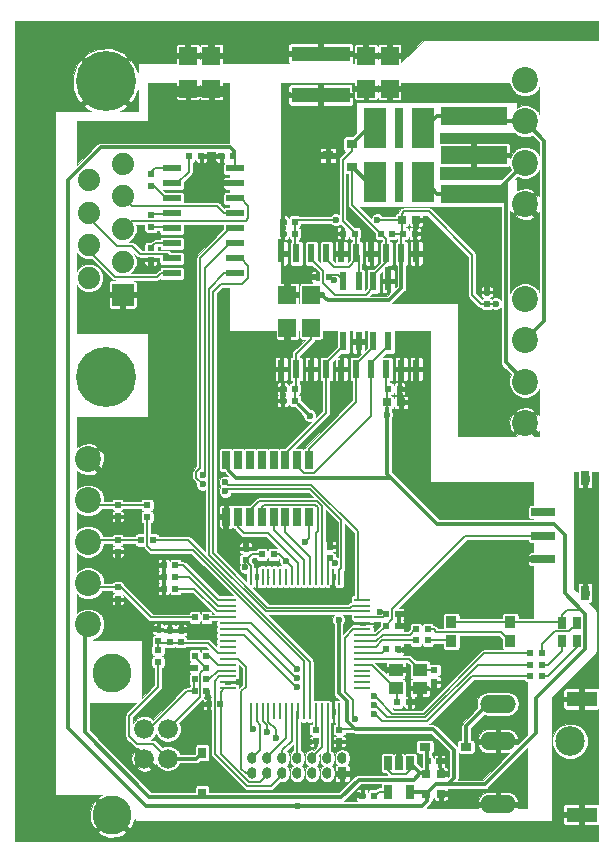
<source format=gbr>
G04 #@! TF.FileFunction,Copper,L1,Top,Signal*
%FSLAX46Y46*%
G04 Gerber Fmt 4.6, Leading zero omitted, Abs format (unit mm)*
G04 Created by KiCad (PCBNEW 4.0.7) date Thu Apr 26 00:57:05 2018*
%MOMM*%
%LPD*%
G01*
G04 APERTURE LIST*
%ADD10C,0.100000*%
%ADD11R,0.700000X1.500000*%
%ADD12R,1.200000X1.050000*%
%ADD13R,0.650000X1.200000*%
%ADD14R,1.400000X0.250000*%
%ADD15R,0.250000X1.400000*%
%ADD16R,0.600000X1.600000*%
%ADD17C,1.676400*%
%ADD18C,3.302000*%
%ADD19C,1.879600*%
%ADD20R,1.879600X1.879600*%
%ADD21C,5.080000*%
%ADD22R,1.550000X0.600000*%
%ADD23O,3.048000X1.524000*%
%ADD24R,2.600000X1.308000*%
%ADD25C,2.500000*%
%ADD26R,0.762000X1.016000*%
%ADD27O,0.762000X1.016000*%
%ADD28R,0.650000X0.970000*%
%ADD29R,0.970000X0.650000*%
%ADD30R,0.800000X3.400000*%
%ADD31R,1.850000X3.400000*%
%ADD32R,0.900000X0.800000*%
%ADD33R,5.600000X1.600000*%
%ADD34R,5.000000X1.300000*%
%ADD35R,0.500000X0.600000*%
%ADD36C,2.200000*%
%ADD37R,0.600000X0.500000*%
%ADD38R,0.700000X0.670000*%
%ADD39R,0.500000X0.500000*%
%ADD40R,0.800000X1.000000*%
%ADD41R,0.889000X0.990600*%
%ADD42R,1.500000X1.500000*%
%ADD43R,2.000000X0.700000*%
%ADD44R,0.750000X1.200000*%
%ADD45C,0.600000*%
%ADD46C,0.300000*%
%ADD47C,0.160000*%
%ADD48C,0.200000*%
G04 APERTURE END LIST*
D10*
D11*
X25200000Y-37525000D03*
X24200000Y-37525000D03*
X23200000Y-37525000D03*
X22200000Y-37525000D03*
X21200000Y-37525000D03*
X20200000Y-37525000D03*
X19200000Y-37525000D03*
X18200000Y-37525000D03*
X25200000Y-42325000D03*
X24200000Y-42325000D03*
X23200000Y-42325000D03*
X22200000Y-42325000D03*
X21200000Y-42325000D03*
X20200000Y-42325000D03*
X19200000Y-42325000D03*
X18200000Y-42325000D03*
D12*
X32575000Y-56825000D03*
X34575000Y-55275000D03*
X34575000Y-56825000D03*
X32575000Y-55275000D03*
D13*
X33775000Y-63200000D03*
X32825000Y-63200000D03*
X31875000Y-63200000D03*
X31875000Y-65600000D03*
X33775000Y-65600000D03*
D14*
X29725000Y-56850000D03*
X29725000Y-56350000D03*
X29725000Y-55850000D03*
X29725000Y-55350000D03*
X29725000Y-54850000D03*
X29725000Y-54350000D03*
X29725000Y-53850000D03*
X29725000Y-53350000D03*
X29725000Y-52850000D03*
X29725000Y-52350000D03*
X29725000Y-51850000D03*
X29725000Y-51350000D03*
X29725000Y-50850000D03*
X29725000Y-50350000D03*
X29725000Y-49850000D03*
X29725000Y-49350000D03*
D15*
X27775000Y-47400000D03*
X27275000Y-47400000D03*
X26775000Y-47400000D03*
X26275000Y-47400000D03*
X25775000Y-47400000D03*
X25275000Y-47400000D03*
X24775000Y-47400000D03*
X24275000Y-47400000D03*
X23775000Y-47400000D03*
X23275000Y-47400000D03*
X22775000Y-47400000D03*
X22275000Y-47400000D03*
X21775000Y-47400000D03*
X21275000Y-47400000D03*
X20775000Y-47400000D03*
X20275000Y-47400000D03*
D14*
X18325000Y-49350000D03*
X18325000Y-49850000D03*
X18325000Y-50350000D03*
X18325000Y-50850000D03*
X18325000Y-51350000D03*
X18325000Y-51850000D03*
X18325000Y-52350000D03*
X18325000Y-52850000D03*
X18325000Y-53350000D03*
X18325000Y-53850000D03*
X18325000Y-54350000D03*
X18325000Y-54850000D03*
X18325000Y-55350000D03*
X18325000Y-55850000D03*
X18325000Y-56350000D03*
X18325000Y-56850000D03*
D15*
X20275000Y-58800000D03*
X20775000Y-58800000D03*
X21275000Y-58800000D03*
X21775000Y-58800000D03*
X22275000Y-58800000D03*
X22775000Y-58800000D03*
X23275000Y-58800000D03*
X23775000Y-58800000D03*
X24275000Y-58800000D03*
X24775000Y-58800000D03*
X25275000Y-58800000D03*
X25775000Y-58800000D03*
X26275000Y-58800000D03*
X26775000Y-58800000D03*
X27275000Y-58800000D03*
X27775000Y-58800000D03*
D16*
X28125000Y-27475000D03*
X29400000Y-27475000D03*
X30650000Y-27475000D03*
X31925000Y-27475000D03*
X31925000Y-22375000D03*
X30650000Y-22375000D03*
X29400000Y-22375000D03*
X28125000Y-22375000D03*
D17*
X11275000Y-60300320D03*
X13256200Y-60300320D03*
X11275000Y-62799680D03*
D18*
X8557200Y-67569800D03*
X8557200Y-55530200D03*
D17*
X13256200Y-62799680D03*
D19*
X9419860Y-12435260D03*
X9419860Y-15206400D03*
X9419860Y-17975000D03*
X9419860Y-20743600D03*
D20*
X9419860Y-23514740D03*
D19*
X6580140Y-13827180D03*
X6580140Y-16595780D03*
X6580140Y-19354220D03*
X6580140Y-22122820D03*
D21*
X8000000Y-30474340D03*
X8000000Y-5475660D03*
D22*
X13576491Y-12824839D03*
X13576491Y-14094839D03*
X13576491Y-15364839D03*
X13576491Y-16634839D03*
X13576491Y-17904839D03*
X13576491Y-19174839D03*
X13576491Y-20444839D03*
X13576491Y-21714839D03*
X18976491Y-21714839D03*
X18976491Y-20444839D03*
X18976491Y-19174839D03*
X18976491Y-17904839D03*
X18976491Y-16634839D03*
X18976491Y-15364839D03*
X18976491Y-14094839D03*
X18976491Y-12824839D03*
D23*
X41201887Y-58176437D03*
X41201887Y-66685437D03*
X41201887Y-61351437D03*
D24*
X48300000Y-67550000D03*
X48300000Y-57750000D03*
D25*
X47315887Y-61351000D03*
D26*
X28020000Y-64050000D03*
D27*
X26750000Y-64050000D03*
X25480000Y-64050000D03*
X24210000Y-64050000D03*
X22940000Y-64050000D03*
X21670000Y-64050000D03*
X20400000Y-64050000D03*
X26750000Y-62780000D03*
X25480000Y-62780000D03*
X24210000Y-62780000D03*
X22940000Y-62780000D03*
X21670000Y-62780000D03*
X20400000Y-62780000D03*
X28020000Y-62780000D03*
D28*
X16175000Y-65790000D03*
X16175000Y-62310000D03*
D29*
X35010000Y-61800000D03*
X38490000Y-61800000D03*
D30*
X32800000Y-14025000D03*
D31*
X34825000Y-14025000D03*
X30775000Y-14025000D03*
D30*
X32800000Y-9400000D03*
D31*
X34825000Y-9400000D03*
X30775000Y-9400000D03*
D32*
X28825000Y-12675000D03*
X28825000Y-10775000D03*
X26825000Y-11725000D03*
D33*
X39150000Y-15000000D03*
X39150000Y-8400000D03*
X39150000Y-11700000D03*
D34*
X26200000Y-3125000D03*
X26200000Y-6625000D03*
D35*
X12900000Y-46425000D03*
X13900000Y-46425000D03*
X12900000Y-47425000D03*
X13900000Y-47425000D03*
X12900000Y-48425000D03*
X13900000Y-48425000D03*
D36*
X43500000Y-30900000D03*
X43500000Y-27400000D03*
X43500000Y-23900000D03*
X43500000Y-34400000D03*
X43500000Y-12350000D03*
X43500000Y-8850000D03*
X43500000Y-5350000D03*
X43500000Y-15850000D03*
X6500000Y-40950000D03*
X6500000Y-44450000D03*
X6500000Y-47950000D03*
X6500000Y-37450000D03*
X6500000Y-51450000D03*
D35*
X21200000Y-45500000D03*
X22200000Y-45500000D03*
X29075000Y-18350000D03*
X28075000Y-18350000D03*
D37*
X13400000Y-52950000D03*
X13400000Y-51950000D03*
D35*
X15525000Y-50850000D03*
X16525000Y-50850000D03*
X15525000Y-54100000D03*
X16525000Y-54100000D03*
X15525000Y-56100000D03*
X16525000Y-56100000D03*
X43920000Y-53890000D03*
X44920000Y-53890000D03*
X31275000Y-18350000D03*
X32275000Y-18350000D03*
X34250000Y-51850000D03*
X35250000Y-51850000D03*
X34250000Y-52800000D03*
X35250000Y-52800000D03*
X43920000Y-54840000D03*
X44920000Y-54840000D03*
X43920000Y-55790000D03*
X44920000Y-55790000D03*
D37*
X25775000Y-60350000D03*
X25775000Y-61350000D03*
X12425000Y-54625000D03*
X12425000Y-53625000D03*
D35*
X11000000Y-44300000D03*
X12000000Y-44300000D03*
D37*
X11500000Y-41350000D03*
X11500000Y-42350000D03*
D35*
X31750000Y-51550000D03*
X32750000Y-51550000D03*
D37*
X14350000Y-51950000D03*
X14350000Y-52950000D03*
X19850000Y-45000000D03*
X19850000Y-46000000D03*
X11825000Y-14300000D03*
X11825000Y-13300000D03*
X35820000Y-56320000D03*
X35820000Y-55320000D03*
D35*
X24000000Y-18350000D03*
X23000000Y-18350000D03*
X33150000Y-18350000D03*
X34150000Y-18350000D03*
X26900000Y-22050000D03*
X25900000Y-22050000D03*
X32750000Y-50600000D03*
X31750000Y-50600000D03*
X16700000Y-58160000D03*
X17700000Y-58160000D03*
D37*
X26950000Y-44850000D03*
X26950000Y-45850000D03*
D35*
X31750000Y-53550000D03*
X32750000Y-53550000D03*
X33690000Y-58040000D03*
X32690000Y-58040000D03*
D37*
X11825000Y-19575000D03*
X11825000Y-20575000D03*
D35*
X15075000Y-11800000D03*
X16075000Y-11800000D03*
X18775000Y-11800000D03*
X17775000Y-11800000D03*
D37*
X11825000Y-17775000D03*
X11825000Y-16775000D03*
D35*
X29720000Y-65930000D03*
X30720000Y-65930000D03*
D37*
X27775000Y-61350000D03*
X27775000Y-60350000D03*
D35*
X31875000Y-31500000D03*
X32875000Y-31500000D03*
X35250000Y-63050000D03*
X36250000Y-63050000D03*
D38*
X35150000Y-64100000D03*
X36350000Y-64100000D03*
X35150000Y-65800000D03*
X36350000Y-65800000D03*
D39*
X15525000Y-57100000D03*
X16525000Y-57100000D03*
X16525000Y-55100000D03*
X15525000Y-55100000D03*
X9000000Y-41300000D03*
X9000000Y-42300000D03*
X9000000Y-44300000D03*
X9000000Y-45300000D03*
X9000000Y-48300000D03*
X9000000Y-49300000D03*
D40*
X46615000Y-52812000D03*
X46615000Y-51288000D03*
X47885000Y-52812000D03*
X47885000Y-51288000D03*
D41*
X37250000Y-52862800D03*
X37250000Y-51237200D03*
X42250000Y-52862800D03*
X42250000Y-51237200D03*
D39*
X40250000Y-24300000D03*
X40250000Y-23300000D03*
X12425000Y-52850000D03*
X12425000Y-51850000D03*
D42*
X14950000Y-6072000D03*
X14950000Y-3278000D03*
X32025000Y-6072000D03*
X32025000Y-3278000D03*
X16950000Y-6072000D03*
X16950000Y-3278000D03*
X30025000Y-6072000D03*
X30025000Y-3278000D03*
D38*
X33075000Y-17200000D03*
X34275000Y-17200000D03*
X31800000Y-32650000D03*
X33000000Y-32650000D03*
D35*
X24000000Y-31500000D03*
X23000000Y-31500000D03*
D16*
X22860000Y-20025000D03*
X22860000Y-29825000D03*
X24130000Y-20025000D03*
X24130000Y-29825000D03*
X25400000Y-20025000D03*
X25400000Y-29825000D03*
X26670000Y-20025000D03*
X26670000Y-29825000D03*
X27940000Y-20025000D03*
X27940000Y-29825000D03*
X29210000Y-20025000D03*
X29210000Y-29825000D03*
X30480000Y-20025000D03*
X30480000Y-29825000D03*
X31750000Y-20025000D03*
X31750000Y-29825000D03*
X33020000Y-20025000D03*
X33020000Y-29825000D03*
X34290000Y-20025000D03*
X34290000Y-29825000D03*
D35*
X24000000Y-32500000D03*
X23000000Y-32500000D03*
X24000000Y-17350000D03*
X23000000Y-17350000D03*
D42*
X25400000Y-26322000D03*
X25400000Y-23528000D03*
X23375000Y-23528000D03*
X23375000Y-26322000D03*
D43*
X45025000Y-45925000D03*
X45025000Y-43925000D03*
X45025000Y-41925000D03*
D44*
X48575000Y-48775000D03*
X48575000Y-39075000D03*
D45*
X43875000Y-45925000D03*
X18200000Y-43225000D03*
X27950000Y-30775000D03*
X23000000Y-32000000D03*
X32950000Y-32050000D03*
X26950000Y-44450000D03*
X25400000Y-30775000D03*
X34275000Y-30775000D03*
X33000000Y-30775000D03*
X22875000Y-30775000D03*
X23375000Y-27225000D03*
X16950000Y-11800000D03*
X11825000Y-20975000D03*
X36850000Y-64100000D03*
X32825000Y-62450000D03*
X36650000Y-63050000D03*
X36850000Y-65800000D03*
X29325000Y-65925000D03*
X27775000Y-61750000D03*
X15125000Y-55100000D03*
X14800000Y-51900000D03*
X12019996Y-51850000D03*
X35820000Y-56819998D03*
X34200000Y-58039998D03*
X33580000Y-56050000D03*
X19840000Y-44440000D03*
X20806013Y-46388889D03*
X19291414Y-56350001D03*
X16650000Y-57600000D03*
X25320010Y-61400000D03*
X9000000Y-42700000D03*
X9000000Y-45700000D03*
X9000000Y-49700000D03*
X15950000Y-6525000D03*
X17850000Y-6525000D03*
X14050000Y-6525000D03*
X27275001Y-48366430D03*
X27222011Y-57771503D03*
X33238162Y-51538162D03*
X33250000Y-50600001D03*
X18025000Y-14050000D03*
X28758587Y-51349999D03*
X33325000Y-53575000D03*
X31800000Y-33725000D03*
X25275000Y-33775000D03*
X31250000Y-50400000D03*
X27400000Y-46239980D03*
X19820000Y-46620000D03*
X27720000Y-51070000D03*
X24300000Y-66800000D03*
X27300000Y-22324998D03*
X26300000Y-23525004D03*
X27500000Y-17200000D03*
X31000000Y-17200000D03*
X41000000Y-24300000D03*
X32025000Y-2375000D03*
X30025000Y-2375000D03*
X26200000Y-2325000D03*
X16950000Y-2375000D03*
X14950000Y-2375000D03*
X34225000Y-17800000D03*
X23000000Y-17850000D03*
X27950000Y-19075000D03*
X22875000Y-19075000D03*
X34300000Y-19075000D03*
X30475000Y-19075000D03*
X23350000Y-22625000D03*
X25500000Y-22050000D03*
X31925000Y-21425000D03*
X40250000Y-22900000D03*
X39150000Y-12650000D03*
X39150000Y-10750000D03*
X23550000Y-6625000D03*
X29125000Y-6075000D03*
X32925000Y-6075000D03*
X31025000Y-6075000D03*
X26200000Y-7425000D03*
X26225000Y-11725000D03*
X30750000Y-57469998D03*
X24150000Y-55240000D03*
X30750000Y-59010000D03*
X24150000Y-56760006D03*
X30750000Y-58240002D03*
X24150000Y-56000003D03*
X21610667Y-60552018D03*
X22375000Y-61090010D03*
X20500008Y-60300000D03*
X29111336Y-59468664D03*
X24825000Y-44475000D03*
X23250000Y-46050000D03*
X16200000Y-38800000D03*
X18100000Y-39389997D03*
X16198163Y-39561840D03*
X18100000Y-40150000D03*
D46*
X16775000Y-66050000D02*
X11700000Y-66050000D01*
X11700000Y-66050000D02*
X6240000Y-60590000D01*
X6240000Y-60590000D02*
X6240000Y-51690000D01*
X6240000Y-51690000D02*
X6500000Y-51430000D01*
X35200000Y-63050000D02*
X35200000Y-61990000D01*
X35200000Y-61990000D02*
X35010000Y-61800000D01*
X16775000Y-66050000D02*
X27950000Y-66050000D01*
X27950000Y-66050000D02*
X29410000Y-64590000D01*
X29410000Y-64590000D02*
X34085000Y-64590000D01*
X34085000Y-64590000D02*
X34625000Y-64050000D01*
D47*
X31875000Y-63200000D02*
X31875000Y-63765000D01*
X33775000Y-63745000D02*
X33775000Y-63200000D01*
X31875000Y-63765000D02*
X32240000Y-64130000D01*
X33390000Y-64130000D02*
X33775000Y-63745000D01*
X32240000Y-64130000D02*
X33390000Y-64130000D01*
D46*
X16775000Y-66050000D02*
X16435000Y-66050000D01*
X16435000Y-66050000D02*
X16175000Y-65790000D01*
X35200000Y-64050000D02*
X34625000Y-64050000D01*
X34625000Y-64050000D02*
X33775000Y-63200000D01*
X35200000Y-64050000D02*
X35200000Y-63050000D01*
D47*
X44825000Y-45925000D02*
X43875000Y-45925000D01*
X18200000Y-42325000D02*
X18200000Y-43225000D01*
X27940000Y-29825000D02*
X27940000Y-30765000D01*
X27940000Y-30765000D02*
X27950000Y-30775000D01*
X23000000Y-32500000D02*
X23000000Y-32000000D01*
X33000000Y-32650000D02*
X33000000Y-32100000D01*
X33000000Y-32100000D02*
X32950000Y-32050000D01*
X26950000Y-44850000D02*
X26950000Y-44450000D01*
X25400000Y-29825000D02*
X25400000Y-30775000D01*
X34290000Y-29825000D02*
X34290000Y-30760000D01*
X34290000Y-30760000D02*
X34275000Y-30775000D01*
X33000000Y-30350736D02*
X33000000Y-30775000D01*
X33000000Y-29845000D02*
X33000000Y-30350736D01*
X33020000Y-29825000D02*
X33000000Y-29845000D01*
X22860000Y-29825000D02*
X22860000Y-30760000D01*
X22860000Y-30760000D02*
X22875000Y-30775000D01*
D48*
X23375000Y-26322000D02*
X23375000Y-27225000D01*
D47*
X17725000Y-11800000D02*
X16950000Y-11800000D01*
X11825000Y-20625000D02*
X11825000Y-20975000D01*
X36350000Y-64100000D02*
X36850000Y-64100000D01*
X32825000Y-63200000D02*
X32825000Y-62450000D01*
X36300000Y-63050000D02*
X36650000Y-63050000D01*
X36350000Y-65800000D02*
X36850000Y-65800000D01*
X29330000Y-65930000D02*
X29325000Y-65925000D01*
X29670000Y-65930000D02*
X29330000Y-65930000D01*
X27775000Y-61400000D02*
X27775000Y-61750000D01*
X15525000Y-55100000D02*
X15125000Y-55100000D01*
D48*
X14350000Y-51900000D02*
X14800000Y-51900000D01*
X12425000Y-51850000D02*
X12019996Y-51850000D01*
D47*
X35820000Y-56370000D02*
X35820000Y-56819998D01*
X33740002Y-58039998D02*
X33775736Y-58039998D01*
X33740000Y-58040000D02*
X33740002Y-58039998D01*
X33775736Y-58039998D02*
X34200000Y-58039998D01*
X34575000Y-56825000D02*
X33785000Y-56825000D01*
X33785000Y-56825000D02*
X33580000Y-56620000D01*
X33580000Y-56620000D02*
X33580000Y-56050000D01*
X19838000Y-44950000D02*
X19838000Y-44442000D01*
X19838000Y-44442000D02*
X19840000Y-44440000D01*
X20775000Y-47400000D02*
X20775000Y-46419902D01*
X20775000Y-46419902D02*
X20806013Y-46388889D01*
X18325000Y-56350000D02*
X19291413Y-56350000D01*
X19291413Y-56350000D02*
X19291414Y-56350001D01*
X16650000Y-58160000D02*
X16650000Y-57600000D01*
X25775000Y-61400000D02*
X25320010Y-61400000D01*
X9000000Y-42300000D02*
X9000000Y-42700000D01*
X9000000Y-45300000D02*
X9000000Y-45700000D01*
X9000000Y-49300000D02*
X9000000Y-49700000D01*
D48*
X15950000Y-6525000D02*
X16497000Y-6525000D01*
X16497000Y-6525000D02*
X16950000Y-6072000D01*
X17425736Y-6525000D02*
X17850000Y-6525000D01*
X17403000Y-6525000D02*
X17425736Y-6525000D01*
X16950000Y-6072000D02*
X17403000Y-6525000D01*
X14497000Y-6525000D02*
X14474264Y-6525000D01*
X14950000Y-6072000D02*
X14497000Y-6525000D01*
X14474264Y-6525000D02*
X14050000Y-6525000D01*
D47*
X27275001Y-48260001D02*
X27275001Y-48366430D01*
X27275000Y-47400000D02*
X27275001Y-48260001D01*
X27275000Y-57824492D02*
X27222011Y-57771503D01*
X27275000Y-58800000D02*
X27275000Y-57824492D01*
X32800000Y-51550000D02*
X33226324Y-51550000D01*
X33226324Y-51550000D02*
X33238162Y-51538162D01*
X32800000Y-50600000D02*
X33249999Y-50600000D01*
X33249999Y-50600000D02*
X33250000Y-50600001D01*
X18976491Y-14094839D02*
X18069839Y-14094839D01*
X18069839Y-14094839D02*
X18025000Y-14050000D01*
X29725000Y-51350000D02*
X28758588Y-51350000D01*
X28758588Y-51350000D02*
X28758587Y-51349999D01*
X32800000Y-53550000D02*
X33300000Y-53550000D01*
X33300000Y-53550000D02*
X33325000Y-53575000D01*
D46*
X36940000Y-64980000D02*
X40095000Y-64980000D01*
X40095000Y-64980000D02*
X44450000Y-60625000D01*
X44450000Y-60625000D02*
X44450000Y-57705002D01*
X44450000Y-57705002D02*
X48595001Y-53560001D01*
X48595001Y-53560001D02*
X48595001Y-50539999D01*
X48595001Y-50539999D02*
X48275000Y-50219998D01*
X48275000Y-50219998D02*
X46850000Y-48794998D01*
D47*
X47023002Y-50219998D02*
X48275000Y-50219998D01*
X46615000Y-51288000D02*
X46615000Y-50628000D01*
X46615000Y-50628000D02*
X47023002Y-50219998D01*
D48*
X25400000Y-26322000D02*
X25400000Y-27272000D01*
X25400000Y-27272000D02*
X24130000Y-28542000D01*
X24130000Y-28542000D02*
X24130000Y-28825000D01*
X24130000Y-28825000D02*
X24130000Y-29825000D01*
D46*
X18466998Y-38450000D02*
X19066998Y-39050000D01*
D48*
X18200000Y-37525000D02*
X18200000Y-38183002D01*
X18200000Y-38183002D02*
X18466998Y-38450000D01*
D46*
X31800000Y-33725000D02*
X31800000Y-33125000D01*
D48*
X31800000Y-32650000D02*
X31800000Y-33125000D01*
D46*
X24350000Y-32850000D02*
X25275000Y-33775000D01*
D48*
X24000000Y-32500000D02*
X24350000Y-32850000D01*
D46*
X31800000Y-38675000D02*
X31800000Y-33725000D01*
X36075000Y-42950000D02*
X32175000Y-39050000D01*
X32175000Y-39050000D02*
X31800000Y-38675000D01*
X19066998Y-39050000D02*
X32175000Y-39050000D01*
X46850000Y-43841998D02*
X45958002Y-42950000D01*
X45958002Y-42950000D02*
X36075000Y-42950000D01*
X46850000Y-48794998D02*
X46850000Y-43841998D01*
D48*
X31800000Y-32650000D02*
X31800000Y-31575000D01*
X31800000Y-31575000D02*
X31875000Y-31500000D01*
X31750000Y-29825000D02*
X31750000Y-31375000D01*
X31750000Y-31375000D02*
X31875000Y-31500000D01*
X24130000Y-29825000D02*
X24130000Y-31370000D01*
X24130000Y-31370000D02*
X24000000Y-31500000D01*
X24000000Y-32500000D02*
X24000000Y-31500000D01*
D47*
X19850000Y-46000000D02*
X20350000Y-45500000D01*
X20350000Y-45500000D02*
X21200000Y-45500000D01*
D46*
X29080000Y-60300000D02*
X35740000Y-60300000D01*
X35740000Y-60300000D02*
X37475000Y-62035000D01*
X37475000Y-62035000D02*
X37475000Y-64445000D01*
X37475000Y-64445000D02*
X36940000Y-64980000D01*
D48*
X18976491Y-12824839D02*
X18976491Y-11951491D01*
X18976491Y-11951491D02*
X18825000Y-11800000D01*
D46*
X24300000Y-66800000D02*
X11375000Y-66800000D01*
X11375000Y-66800000D02*
X4775000Y-60200000D01*
X4775000Y-60200000D02*
X4775000Y-13850000D01*
X4775000Y-13850000D02*
X7575000Y-11050000D01*
X7575000Y-11050000D02*
X18475000Y-11050000D01*
X18475000Y-11050000D02*
X18825000Y-11400000D01*
X18825000Y-11400000D02*
X18825000Y-11800000D01*
D48*
X26775000Y-47400000D02*
X26775000Y-46075000D01*
X26775000Y-46075000D02*
X26950000Y-45900000D01*
X27775000Y-58800000D02*
X27775000Y-60300000D01*
X29725000Y-50850000D02*
X31450000Y-50850000D01*
X31450000Y-50850000D02*
X31700000Y-50600000D01*
X18325000Y-56850000D02*
X18030000Y-56850000D01*
X18030000Y-56850000D02*
X17750000Y-57130000D01*
X17750000Y-58160000D02*
X17750000Y-57130000D01*
D47*
X31250000Y-50400000D02*
X31500000Y-50400000D01*
X31500000Y-50400000D02*
X31700000Y-50600000D01*
X31700000Y-50600000D02*
X31600001Y-50699999D01*
X27060020Y-45900000D02*
X27100001Y-45939981D01*
X26950000Y-45900000D02*
X27060020Y-45900000D01*
X27100001Y-45939981D02*
X27400000Y-46239980D01*
D46*
X27720000Y-51070000D02*
X27720000Y-57270000D01*
X27720000Y-57270000D02*
X28390000Y-57940000D01*
X28390000Y-57940000D02*
X28390000Y-59610000D01*
X28390000Y-59610000D02*
X29080000Y-60300000D01*
D48*
X27775000Y-60300000D02*
X29080000Y-60300000D01*
D46*
X36940000Y-64980000D02*
X35961998Y-64980000D01*
D47*
X19820000Y-46620000D02*
X19820000Y-46080000D01*
X19820000Y-46080000D02*
X19850000Y-46050000D01*
X19850000Y-46050000D02*
X19850000Y-46062000D01*
X19850000Y-46062000D02*
X20275000Y-46487000D01*
X20275000Y-47400000D02*
X20275000Y-46487000D01*
D48*
X17750000Y-58160000D02*
X17750000Y-62433525D01*
X21670000Y-64177000D02*
X21670000Y-64050000D01*
X17750000Y-62433525D02*
X20134485Y-64818010D01*
X20134485Y-64818010D02*
X21028990Y-64818010D01*
X21028990Y-64818010D02*
X21670000Y-64177000D01*
D46*
X30775000Y-66800000D02*
X24300000Y-66800000D01*
X35961998Y-64980000D02*
X35375000Y-65566998D01*
X30775000Y-66800000D02*
X30516998Y-66800000D01*
X34800000Y-66800000D02*
X30775000Y-66800000D01*
D47*
X27775000Y-60300000D02*
X28225000Y-60300000D01*
X26775000Y-47400000D02*
X26775000Y-46100000D01*
X26775000Y-46100000D02*
X26975000Y-45900000D01*
X17750000Y-56850000D02*
X18325000Y-56850000D01*
X19151652Y-13000000D02*
X18976491Y-12824839D01*
D46*
X35200000Y-66400000D02*
X35200000Y-65800000D01*
D47*
X42250000Y-51237200D02*
X46564200Y-51237200D01*
X46564200Y-51237200D02*
X46615000Y-51288000D01*
X37000000Y-51237200D02*
X42250000Y-51237200D01*
D46*
X35200000Y-66400000D02*
X34800000Y-66800000D01*
X33775000Y-65600000D02*
X35000000Y-65600000D01*
X35000000Y-65600000D02*
X35200000Y-65800000D01*
D47*
X32640000Y-58040000D02*
X32640000Y-56890000D01*
X32640000Y-56890000D02*
X32575000Y-56825000D01*
X32575000Y-56825000D02*
X32500000Y-56825000D01*
X32500000Y-56825000D02*
X30525000Y-54850000D01*
X30525000Y-54850000D02*
X29725000Y-54850000D01*
D46*
X33020000Y-20025000D02*
X33020000Y-22938002D01*
X33020000Y-22938002D02*
X31958002Y-24000000D01*
X31958002Y-24000000D02*
X26774996Y-24000000D01*
X26774996Y-24000000D02*
X26599999Y-23825003D01*
X26599999Y-23825003D02*
X26300000Y-23525004D01*
D48*
X27300000Y-22324998D02*
X27174998Y-22324998D01*
X27174998Y-22324998D02*
X26900000Y-22050000D01*
X26900000Y-22050000D02*
X26925001Y-22024999D01*
X26900000Y-22050000D02*
X27075000Y-21875000D01*
X27075000Y-21875000D02*
X27625000Y-21875000D01*
X27625000Y-21875000D02*
X28125000Y-22375000D01*
D46*
X25875736Y-23525004D02*
X26300000Y-23525004D01*
X25400000Y-23528000D02*
X25402996Y-23525004D01*
X25402996Y-23525004D02*
X25875736Y-23525004D01*
D48*
X31000000Y-17200000D02*
X33075000Y-17200000D01*
X27500000Y-17200000D02*
X24150000Y-17200000D01*
X24150000Y-17200000D02*
X24000000Y-17350000D01*
X35325000Y-16475000D02*
X39028000Y-20178000D01*
X39028000Y-20178000D02*
X39028000Y-23528000D01*
X33265000Y-16475000D02*
X35325000Y-16475000D01*
X33075000Y-17200000D02*
X33075000Y-16665000D01*
X33075000Y-16665000D02*
X33265000Y-16475000D01*
X32275000Y-18350000D02*
X33150000Y-18350000D01*
X33020000Y-20025000D02*
X33020000Y-18480000D01*
X33020000Y-18480000D02*
X33150000Y-18350000D01*
X33075000Y-17200000D02*
X33075000Y-18275000D01*
X33075000Y-18275000D02*
X33150000Y-18350000D01*
X24000000Y-18350000D02*
X24000000Y-19895000D01*
X24000000Y-19895000D02*
X24130000Y-20025000D01*
X24000000Y-17350000D02*
X24000000Y-18350000D01*
X40250000Y-24300000D02*
X39800000Y-24300000D01*
X39800000Y-24300000D02*
X39028000Y-23528000D01*
X40250000Y-24300000D02*
X41000000Y-24300000D01*
D47*
X32025000Y-3278000D02*
X32025000Y-2375000D01*
X30025000Y-3278000D02*
X30025000Y-2375000D01*
X26200000Y-3125000D02*
X26200000Y-2325000D01*
D48*
X16950000Y-3278000D02*
X16950000Y-2375000D01*
X14950000Y-3278000D02*
X14950000Y-2375000D01*
D47*
X34275000Y-17200000D02*
X34275000Y-17750000D01*
X34275000Y-17750000D02*
X34225000Y-17800000D01*
X23000000Y-17350000D02*
X23000000Y-17850000D01*
X27940000Y-20025000D02*
X27940000Y-19085000D01*
X27940000Y-19085000D02*
X27950000Y-19075000D01*
X22875000Y-19499264D02*
X22875000Y-19075000D01*
X22875000Y-20010000D02*
X22875000Y-19499264D01*
X22860000Y-20025000D02*
X22875000Y-20010000D01*
X34290000Y-20025000D02*
X34290000Y-19085000D01*
X34290000Y-19085000D02*
X34300000Y-19075000D01*
X30480000Y-20025000D02*
X30480000Y-19080000D01*
X30480000Y-19080000D02*
X30475000Y-19075000D01*
D48*
X23350000Y-23049264D02*
X23350000Y-22625000D01*
X23350000Y-23503000D02*
X23350000Y-23049264D01*
X23375000Y-23528000D02*
X23350000Y-23503000D01*
D47*
X25900000Y-22050000D02*
X25500000Y-22050000D01*
X31925000Y-22375000D02*
X31925000Y-21425000D01*
X40250000Y-23300000D02*
X40250000Y-22900000D01*
X39150000Y-11700000D02*
X39150000Y-12650000D01*
X39150000Y-11700000D02*
X39150000Y-10750000D01*
X26200000Y-6625000D02*
X23550000Y-6625000D01*
X29549264Y-6075000D02*
X29125000Y-6075000D01*
X30022000Y-6075000D02*
X29549264Y-6075000D01*
X30025000Y-6072000D02*
X30022000Y-6075000D01*
X32500736Y-6075000D02*
X32925000Y-6075000D01*
X32028000Y-6075000D02*
X32500736Y-6075000D01*
X32025000Y-6072000D02*
X32028000Y-6075000D01*
X31025000Y-6075000D02*
X32022000Y-6075000D01*
X32022000Y-6075000D02*
X32025000Y-6072000D01*
X30025000Y-6072000D02*
X31022000Y-6072000D01*
X31022000Y-6072000D02*
X31025000Y-6075000D01*
X26200000Y-6625000D02*
X26200000Y-7425000D01*
X26825000Y-11725000D02*
X26225000Y-11725000D01*
X11825000Y-17825000D02*
X13496652Y-17825000D01*
X13496652Y-17825000D02*
X13576491Y-17904839D01*
X11825000Y-16725000D02*
X13486330Y-16725000D01*
X13486330Y-16725000D02*
X13576491Y-16634839D01*
X13576491Y-19174839D02*
X12175161Y-19174839D01*
X12175161Y-19174839D02*
X11825000Y-19525000D01*
X13576330Y-19175000D02*
X13576491Y-19174839D01*
X44970000Y-53890000D02*
X44970000Y-53124998D01*
X44970000Y-53124998D02*
X46066997Y-52028001D01*
X46066997Y-52028001D02*
X47244999Y-52028001D01*
X47244999Y-52028001D02*
X47885000Y-51388000D01*
X47885000Y-51388000D02*
X47885000Y-51288000D01*
X36937200Y-52800000D02*
X37000000Y-52862800D01*
X35300000Y-52800000D02*
X36937200Y-52800000D01*
X35300000Y-51850000D02*
X35760000Y-51850000D01*
X35760000Y-51850000D02*
X35985000Y-52075000D01*
X35985000Y-52075000D02*
X41450000Y-52075000D01*
X41450000Y-52075000D02*
X42237800Y-52862800D01*
X42237800Y-52862800D02*
X42250000Y-52862800D01*
X9419860Y-15206400D02*
X10213460Y-16000000D01*
X10213460Y-16000000D02*
X17406652Y-16000000D01*
X17406652Y-16000000D02*
X18041491Y-16634839D01*
X18041491Y-16634839D02*
X18976491Y-16634839D01*
X18976491Y-15364839D02*
X19451491Y-15364839D01*
X19451491Y-15364839D02*
X20075000Y-15988348D01*
X20075000Y-15988348D02*
X20075000Y-17043332D01*
X20075000Y-17043332D02*
X19843332Y-17275000D01*
X19843332Y-17275000D02*
X10119860Y-17275000D01*
X10119860Y-17275000D02*
X9419860Y-17975000D01*
X13576491Y-20444839D02*
X13569839Y-20444839D01*
X13190001Y-20065001D02*
X10890001Y-20065001D01*
X13569839Y-20444839D02*
X13190001Y-20065001D01*
X10890001Y-20065001D02*
X10200000Y-19375000D01*
X10200000Y-19375000D02*
X8925000Y-19375000D01*
X6780140Y-17230140D02*
X6780140Y-16595120D01*
X8925000Y-19375000D02*
X6780140Y-17230140D01*
X6580140Y-19354220D02*
X6950000Y-19724080D01*
X12641491Y-21714839D02*
X13576491Y-21714839D01*
X6950000Y-19724080D02*
X6950000Y-20175000D01*
X6950000Y-20175000D02*
X8775000Y-22000000D01*
X8775000Y-22000000D02*
X12356330Y-22000000D01*
X12356330Y-22000000D02*
X12641491Y-21714839D01*
X6975000Y-19550000D02*
X6780140Y-19355140D01*
X6780140Y-19355140D02*
X6780140Y-19353560D01*
X7000000Y-19525000D02*
X6975000Y-19550000D01*
X13576491Y-21714839D02*
X13566330Y-21725000D01*
X18325000Y-55350000D02*
X17465000Y-55350000D01*
X17465000Y-55350000D02*
X16715000Y-56100000D01*
X16715000Y-56100000D02*
X16575000Y-56100000D01*
X18325000Y-54850000D02*
X17465000Y-54850000D01*
X17465000Y-54850000D02*
X16715000Y-54100000D01*
X16715000Y-54100000D02*
X16575000Y-54100000D01*
X25275000Y-58800000D02*
X25275000Y-54590436D01*
X25275000Y-54590436D02*
X14984564Y-44300000D01*
X14984564Y-44300000D02*
X12510000Y-44300000D01*
X12510000Y-44300000D02*
X12050000Y-44300000D01*
X11867998Y-45150000D02*
X11500000Y-44782002D01*
X11500000Y-44782002D02*
X11500000Y-44625000D01*
X11500000Y-42400000D02*
X11500000Y-44625000D01*
X24775000Y-58800000D02*
X24775000Y-54542998D01*
X24775000Y-54542998D02*
X15382002Y-45150000D01*
X15382002Y-45150000D02*
X11867998Y-45150000D01*
X18325000Y-50850000D02*
X16575000Y-50850000D01*
D48*
X31875000Y-65600000D02*
X31100000Y-65600000D01*
X31100000Y-65600000D02*
X30770000Y-65930000D01*
D47*
X35820000Y-55270000D02*
X34580000Y-55270000D01*
X34580000Y-55270000D02*
X34575000Y-55275000D01*
X29725000Y-54350000D02*
X33650000Y-54350000D01*
X33650000Y-54350000D02*
X34575000Y-55275000D01*
X13576491Y-15364839D02*
X13101491Y-15364839D01*
X13101491Y-15364839D02*
X12086652Y-14350000D01*
X12086652Y-14350000D02*
X11775000Y-14350000D01*
X13576491Y-12824839D02*
X12200161Y-12824839D01*
X12200161Y-12824839D02*
X11775000Y-13250000D01*
X15025000Y-11800000D02*
X15025000Y-13121330D01*
X15025000Y-13121330D02*
X14051491Y-14094839D01*
X14051491Y-14094839D02*
X13576491Y-14094839D01*
X46615000Y-52812000D02*
X46615000Y-53655000D01*
X46615000Y-53655000D02*
X45430000Y-54840000D01*
X45430000Y-54840000D02*
X44970000Y-54840000D01*
X44970000Y-55790000D02*
X45430000Y-55790000D01*
X45430000Y-55790000D02*
X47885000Y-53335000D01*
X47885000Y-53335000D02*
X47885000Y-52812000D01*
X47885000Y-52912000D02*
X47885000Y-52812000D01*
X31049999Y-57769997D02*
X30750000Y-57469998D01*
X32270002Y-58990000D02*
X31049999Y-57769997D01*
X34910000Y-58990000D02*
X32270002Y-58990000D01*
X43870000Y-53890000D02*
X40010000Y-53890000D01*
X40010000Y-53890000D02*
X34910000Y-58990000D01*
X18325000Y-51350000D02*
X20260000Y-51350000D01*
X20260000Y-51350000D02*
X24150000Y-55240000D01*
X35175106Y-59630018D02*
X31370018Y-59630018D01*
X39015124Y-55790000D02*
X35175106Y-59630018D01*
X43870000Y-55790000D02*
X39015124Y-55790000D01*
X31370018Y-59630018D02*
X31049999Y-59309999D01*
X31049999Y-59309999D02*
X30750000Y-59010000D01*
X18325000Y-52350000D02*
X19700795Y-52350000D01*
X19700795Y-52350000D02*
X24110801Y-56760006D01*
X24110801Y-56760006D02*
X24150000Y-56760006D01*
X31820008Y-59310010D02*
X31049999Y-58540001D01*
X35042552Y-59310010D02*
X31820008Y-59310010D01*
X31049999Y-58540001D02*
X30750000Y-58240002D01*
X39512562Y-54840000D02*
X35042552Y-59310010D01*
X43870000Y-54840000D02*
X39512562Y-54840000D01*
X18325000Y-51850000D02*
X19960798Y-51850000D01*
X19960798Y-51850000D02*
X24110801Y-56000003D01*
X24110801Y-56000003D02*
X24150000Y-56000003D01*
D46*
X41151887Y-58176437D02*
X40389887Y-58176437D01*
X40389887Y-58176437D02*
X38490000Y-60076324D01*
X38490000Y-60076324D02*
X38490000Y-61175000D01*
X38490000Y-61175000D02*
X38490000Y-61800000D01*
X15680120Y-62804880D02*
X16175000Y-62310000D01*
X13257140Y-62804880D02*
X15680120Y-62804880D01*
D47*
X13257140Y-62804880D02*
X12027260Y-61575000D01*
X12027260Y-61575000D02*
X10675000Y-61575000D01*
X10675000Y-61575000D02*
X9975000Y-60875000D01*
X9975000Y-60875000D02*
X9975000Y-59175000D01*
X9975000Y-59175000D02*
X12425000Y-56725000D01*
X12425000Y-56725000D02*
X12425000Y-54675000D01*
X21775000Y-47400000D02*
X21800000Y-47425000D01*
X29725000Y-53850000D02*
X31400000Y-53850000D01*
X31400000Y-53850000D02*
X31700000Y-53550000D01*
X17465000Y-53850000D02*
X16615000Y-53000000D01*
X16615000Y-53000000D02*
X14350000Y-53000000D01*
X13400000Y-53000000D02*
X14350000Y-53000000D01*
X13400000Y-53000000D02*
X12575000Y-53000000D01*
X12575000Y-53000000D02*
X12425000Y-52850000D01*
X12425000Y-53575000D02*
X12425000Y-52850000D01*
X18325000Y-53850000D02*
X17465000Y-53850000D01*
X31700000Y-51550000D02*
X32259999Y-50990001D01*
X32259999Y-50990001D02*
X32259999Y-50107999D01*
X32259999Y-50107999D02*
X38442998Y-43925000D01*
X38442998Y-43925000D02*
X44825000Y-43925000D01*
X29725000Y-52350000D02*
X30900000Y-52350000D01*
X30900000Y-52350000D02*
X31700000Y-51550000D01*
X15475000Y-56100000D02*
X15475000Y-57050000D01*
X14875000Y-57100000D02*
X11669480Y-60305520D01*
X11669480Y-60305520D02*
X11275940Y-60305520D01*
X15525000Y-57100000D02*
X14875000Y-57100000D01*
X15475000Y-57050000D02*
X15525000Y-57100000D01*
X16450000Y-55100000D02*
X16525000Y-55100000D01*
X16015001Y-55534999D02*
X16450000Y-55100000D01*
X16525000Y-55100000D02*
X16475000Y-55100000D01*
X13257140Y-60305520D02*
X16015001Y-57547659D01*
X16015001Y-57547659D02*
X16015001Y-55534999D01*
X16475000Y-55100000D02*
X15475000Y-54100000D01*
X9000000Y-41300000D02*
X6870000Y-41300000D01*
X6870000Y-41300000D02*
X6500000Y-40930000D01*
X9000000Y-41300000D02*
X11500000Y-41300000D01*
X9000000Y-44300000D02*
X6630000Y-44300000D01*
X6630000Y-44300000D02*
X6500000Y-44430000D01*
X9000000Y-44300000D02*
X9410000Y-44300000D01*
X9410000Y-44300000D02*
X10950000Y-44300000D01*
X9000000Y-48300000D02*
X6870000Y-48300000D01*
X6870000Y-48300000D02*
X6500000Y-47930000D01*
X9275000Y-48300000D02*
X9000000Y-48300000D01*
X15475000Y-50850000D02*
X11825000Y-50850000D01*
X11825000Y-50850000D02*
X9275000Y-48300000D01*
X28825000Y-12675000D02*
X28825000Y-15900000D01*
X28825000Y-15900000D02*
X31275000Y-18350000D01*
X31275000Y-18350000D02*
X31750000Y-18825000D01*
X31750000Y-18825000D02*
X31750000Y-20025000D01*
X27392998Y-23525000D02*
X30000000Y-23525000D01*
X30000000Y-23525000D02*
X30650000Y-22875000D01*
X30650000Y-22875000D02*
X30650000Y-22375000D01*
X25400000Y-20025000D02*
X25400000Y-20525000D01*
X25400000Y-20525000D02*
X26409999Y-21534999D01*
X26409999Y-21534999D02*
X26409999Y-22542001D01*
X26409999Y-22542001D02*
X27392998Y-23525000D01*
X31750000Y-20025000D02*
X31750000Y-20775000D01*
X31750000Y-20775000D02*
X30650000Y-21875000D01*
X30650000Y-21875000D02*
X30650000Y-22375000D01*
D46*
X30775000Y-14025000D02*
X30175000Y-14025000D01*
X30175000Y-14025000D02*
X28825000Y-12675000D01*
D47*
X29210000Y-20025000D02*
X29210000Y-18485000D01*
X29210000Y-18485000D02*
X29075000Y-18350000D01*
X28825000Y-10775000D02*
X28825000Y-11335000D01*
X28825000Y-11335000D02*
X28050000Y-12110000D01*
X28050000Y-12110000D02*
X28050000Y-17275000D01*
X28050000Y-17275000D02*
X29075000Y-18300000D01*
X29075000Y-18300000D02*
X29075000Y-18350000D01*
X27295000Y-21150000D02*
X28585000Y-21150000D01*
X28585000Y-21150000D02*
X29210000Y-20525000D01*
X29210000Y-20525000D02*
X29210000Y-20025000D01*
X26670000Y-20025000D02*
X26670000Y-20525000D01*
X26670000Y-20525000D02*
X27295000Y-21150000D01*
X29400000Y-22375000D02*
X29400000Y-20215000D01*
X29400000Y-20215000D02*
X29210000Y-20025000D01*
D46*
X30775000Y-9400000D02*
X30200000Y-9400000D01*
X30200000Y-9400000D02*
X28825000Y-10775000D01*
D47*
X21275000Y-59660000D02*
X21610667Y-59995667D01*
X21610667Y-59995667D02*
X21610667Y-60127754D01*
X21610667Y-60127754D02*
X21610667Y-60552018D01*
X21275000Y-58800000D02*
X21275000Y-59660000D01*
X22375000Y-60665746D02*
X22375000Y-61090010D01*
X22375000Y-60307438D02*
X22375000Y-60665746D01*
X21775000Y-59707438D02*
X22375000Y-60307438D01*
X21775000Y-58800000D02*
X21775000Y-59707438D01*
X20275000Y-60074992D02*
X20500008Y-60300000D01*
X20275000Y-58800000D02*
X20275000Y-60074992D01*
X18325000Y-55850000D02*
X17567998Y-55850000D01*
X17567998Y-55850000D02*
X17209999Y-56207999D01*
X17209999Y-56207999D02*
X17209999Y-62374370D01*
X17209999Y-62374370D02*
X19993649Y-65158020D01*
X19993649Y-65158020D02*
X21958980Y-65158020D01*
X21958980Y-65158020D02*
X22940000Y-64177000D01*
X22940000Y-64177000D02*
X22940000Y-64050000D01*
X18325000Y-54350000D02*
X19185000Y-54350000D01*
X19185000Y-54350000D02*
X19850000Y-55015000D01*
X19850000Y-55015000D02*
X19850000Y-56730000D01*
X19859000Y-64050000D02*
X20400000Y-64050000D01*
X19850000Y-56730000D02*
X19460000Y-57120000D01*
X19460000Y-57120000D02*
X19460000Y-63651000D01*
X19460000Y-63651000D02*
X19859000Y-64050000D01*
X20400000Y-64050000D02*
X20400000Y-63923000D01*
X26775000Y-58800000D02*
X26775000Y-62755000D01*
X26775000Y-62755000D02*
X26750000Y-62780000D01*
X26275000Y-58800000D02*
X26275000Y-59767998D01*
X26315001Y-59807999D02*
X26315001Y-61817999D01*
X26275000Y-59767998D02*
X26315001Y-59807999D01*
X26315001Y-61817999D02*
X25480000Y-62653000D01*
X25480000Y-62653000D02*
X25480000Y-62780000D01*
X25480000Y-62907000D02*
X25480000Y-62780000D01*
X24210000Y-62780000D02*
X24210000Y-58865000D01*
X24210000Y-58865000D02*
X24275000Y-58800000D01*
X22940000Y-62780000D02*
X22940000Y-62112000D01*
X23775000Y-59660000D02*
X23775000Y-58800000D01*
X22940000Y-62112000D02*
X23775000Y-61277000D01*
X23775000Y-61277000D02*
X23775000Y-59660000D01*
X21670000Y-62780000D02*
X21670000Y-62653000D01*
X21670000Y-62653000D02*
X23275000Y-61048000D01*
X23275000Y-61048000D02*
X23275000Y-59660000D01*
X23275000Y-59660000D02*
X23275000Y-58800000D01*
X20400000Y-62780000D02*
X21070665Y-62109335D01*
X21070665Y-62109335D02*
X21070665Y-59955665D01*
X21070665Y-59955665D02*
X20775000Y-59660000D01*
X20775000Y-59660000D02*
X20775000Y-58800000D01*
X28900000Y-57825000D02*
X28900000Y-59257328D01*
X28900000Y-59257328D02*
X29111336Y-59468664D01*
X29725000Y-51850000D02*
X28967998Y-51850000D01*
X28250000Y-57175000D02*
X28900000Y-57825000D01*
X28967998Y-51850000D02*
X28250000Y-52567998D01*
X28250000Y-52567998D02*
X28250000Y-57175000D01*
X21200000Y-42325000D02*
X21200000Y-41525000D01*
X21200000Y-41525000D02*
X21425000Y-41300000D01*
X25950000Y-41525000D02*
X25950000Y-43500000D01*
X21425000Y-41300000D02*
X25725000Y-41300000D01*
X25775000Y-43675000D02*
X25775000Y-47400000D01*
X25725000Y-41300000D02*
X25950000Y-41525000D01*
X25950000Y-43500000D02*
X25775000Y-43675000D01*
X22200000Y-42325000D02*
X22200000Y-43425000D01*
X22200000Y-43425000D02*
X24775000Y-46000000D01*
X24775000Y-46000000D02*
X24775000Y-47400000D01*
X23200000Y-42325000D02*
X23200000Y-43650000D01*
X23200000Y-43650000D02*
X25275000Y-45725000D01*
X25275000Y-45725000D02*
X25275000Y-46540000D01*
X25275000Y-46540000D02*
X25275000Y-47400000D01*
X20200000Y-42325000D02*
X20200000Y-41792998D01*
X20200000Y-41792998D02*
X21013008Y-40979990D01*
X21013008Y-40979990D02*
X25857553Y-40979991D01*
X25857553Y-40979991D02*
X26275000Y-41397438D01*
X26275000Y-41397438D02*
X26275000Y-46540000D01*
X26275000Y-46540000D02*
X26275000Y-47400000D01*
X24275000Y-47400000D02*
X24275000Y-46275000D01*
X24275000Y-46275000D02*
X21725000Y-43725000D01*
X21725000Y-43725000D02*
X19690000Y-43725000D01*
X19690000Y-43725000D02*
X19200000Y-43235000D01*
X19200000Y-43235000D02*
X19200000Y-42325000D01*
X22200000Y-45500000D02*
X22700000Y-45500000D01*
X22700000Y-45500000D02*
X23250000Y-46050000D01*
X24825000Y-44475000D02*
X25200000Y-44100000D01*
X25200000Y-44100000D02*
X25200000Y-42325000D01*
X23775000Y-47400000D02*
X23775000Y-46575000D01*
X23775000Y-46575000D02*
X23250000Y-46050000D01*
X25775000Y-58800000D02*
X25775000Y-60300000D01*
X33660000Y-52800000D02*
X34000000Y-52800000D01*
X34000000Y-52800000D02*
X34200000Y-52800000D01*
X29725000Y-53350000D02*
X30867998Y-53350000D01*
X30867998Y-53350000D02*
X31417998Y-52800000D01*
X31417998Y-52800000D02*
X34000000Y-52800000D01*
X29725000Y-52850000D02*
X30915436Y-52850000D01*
X30915436Y-52850000D02*
X31465436Y-52300000D01*
X33750000Y-52300000D02*
X34200000Y-51850000D01*
X31465436Y-52300000D02*
X33750000Y-52300000D01*
X29725000Y-50350000D02*
X21550000Y-50350000D01*
X21550000Y-50350000D02*
X16750000Y-45550000D01*
X16750000Y-45550000D02*
X16750000Y-23006330D01*
X16750000Y-23006330D02*
X18041491Y-21714839D01*
X18041491Y-21714839D02*
X18976491Y-21714839D01*
X18976491Y-20444839D02*
X19451491Y-20444839D01*
X17725000Y-22625000D02*
X17070010Y-23279990D01*
X17070010Y-23279990D02*
X17070010Y-45417448D01*
X21682552Y-50029990D02*
X28685010Y-50029990D01*
X19451491Y-20444839D02*
X20075000Y-21068348D01*
X20075000Y-21068348D02*
X20075000Y-22123332D01*
X28685010Y-50029990D02*
X28865000Y-49850000D01*
X20075000Y-22123332D02*
X19573332Y-22625000D01*
X28865000Y-49850000D02*
X29725000Y-49850000D01*
X19573332Y-22625000D02*
X17725000Y-22625000D01*
X17070010Y-45417448D02*
X21682552Y-50029990D01*
X29725000Y-49350000D02*
X29350000Y-49350000D01*
X18310003Y-39600000D02*
X18100000Y-39389997D01*
X29350000Y-49350000D02*
X29350000Y-43567314D01*
X29350000Y-43567314D02*
X25382686Y-39600000D01*
X25382686Y-39600000D02*
X18310003Y-39600000D01*
X18976491Y-19174839D02*
X18501491Y-19174839D01*
X18501491Y-19174839D02*
X16377402Y-21298928D01*
X16377402Y-21298928D02*
X16377402Y-38622598D01*
X16377402Y-38622598D02*
X16200000Y-38800000D01*
X27775000Y-47400000D02*
X27775000Y-46825000D01*
X27775000Y-46825000D02*
X27950000Y-46650000D01*
X25305124Y-39975000D02*
X18275000Y-39975000D01*
X27950000Y-46650000D02*
X27950000Y-42619876D01*
X27950000Y-42619876D02*
X25305124Y-39975000D01*
X18275000Y-39975000D02*
X18100000Y-40150000D01*
X15659999Y-38540799D02*
X15659999Y-39023676D01*
X15659999Y-39023676D02*
X15671322Y-39034999D01*
X15671322Y-39034999D02*
X16198163Y-39561840D01*
X16000000Y-20406330D02*
X16000000Y-38200798D01*
X16000000Y-38200798D02*
X15659999Y-38540799D01*
X16000000Y-20406330D02*
X18501491Y-17904839D01*
X18501491Y-17904839D02*
X18976491Y-17904839D01*
X27775000Y-47400000D02*
X27775000Y-47975000D01*
D46*
X39150000Y-15000000D02*
X36050000Y-15000000D01*
X35075000Y-14025000D02*
X34825000Y-14025000D01*
X36050000Y-15000000D02*
X35075000Y-14025000D01*
X43500000Y-12350000D02*
X40850000Y-15000000D01*
X40850000Y-15000000D02*
X39150000Y-15000000D01*
X41850000Y-17775000D02*
X41850000Y-17575000D01*
X41850000Y-29250000D02*
X41850000Y-17775000D01*
X41850000Y-17775000D02*
X41850000Y-14000000D01*
X41850000Y-14000000D02*
X43500000Y-12350000D01*
D48*
X41850000Y-17575000D02*
X41850000Y-14000000D01*
D46*
X43500000Y-30900000D02*
X41850000Y-29250000D01*
X39150000Y-8400000D02*
X36050000Y-8400000D01*
X36050000Y-8400000D02*
X35050000Y-9400000D01*
X35050000Y-9400000D02*
X34825000Y-9400000D01*
X43500000Y-8850000D02*
X39600000Y-8850000D01*
X39600000Y-8850000D02*
X39150000Y-8400000D01*
X45125000Y-25775000D02*
X43500000Y-27400000D01*
X43500000Y-8850000D02*
X45125000Y-10475000D01*
X45125000Y-10475000D02*
X45125000Y-25775000D01*
D47*
X18325000Y-49350000D02*
X17500000Y-49350000D01*
X17500000Y-49350000D02*
X14575000Y-46425000D01*
X14575000Y-46425000D02*
X14310000Y-46425000D01*
X14310000Y-46425000D02*
X13900000Y-46425000D01*
X18325000Y-49850000D02*
X17465000Y-49850000D01*
X17465000Y-49850000D02*
X15040000Y-47425000D01*
X14310000Y-47425000D02*
X13900000Y-47425000D01*
X15040000Y-47425000D02*
X14310000Y-47425000D01*
X18325000Y-50350000D02*
X17425000Y-50350000D01*
X17425000Y-50350000D02*
X15500000Y-48425000D01*
X15500000Y-48425000D02*
X14310000Y-48425000D01*
X14310000Y-48425000D02*
X13900000Y-48425000D01*
X26670000Y-29825000D02*
X26670000Y-33522998D01*
X26670000Y-33522998D02*
X23200000Y-36992998D01*
X23200000Y-36992998D02*
X23200000Y-37525000D01*
X26670000Y-29825000D02*
X26670000Y-29325000D01*
X28125000Y-27870000D02*
X28125000Y-27475000D01*
X26670000Y-29325000D02*
X28125000Y-27870000D01*
X25200000Y-37525000D02*
X25200000Y-36615000D01*
X25200000Y-36615000D02*
X29210000Y-32605000D01*
X29210000Y-32605000D02*
X29210000Y-30785000D01*
X29210000Y-30785000D02*
X29210000Y-29825000D01*
X29210000Y-29825000D02*
X29210000Y-29415000D01*
X29210000Y-29415000D02*
X30650000Y-27975000D01*
X30650000Y-27975000D02*
X30650000Y-27475000D01*
X30480000Y-29825000D02*
X30480000Y-33777002D01*
X30480000Y-33777002D02*
X25657002Y-38600000D01*
X25657002Y-38600000D02*
X24750000Y-38600000D01*
X24750000Y-38600000D02*
X24200000Y-38050000D01*
X24200000Y-38050000D02*
X24200000Y-37525000D01*
X30480000Y-29825000D02*
X30480000Y-29325000D01*
X31925000Y-27880000D02*
X31925000Y-27475000D01*
X30480000Y-29325000D02*
X31925000Y-27880000D01*
D10*
G36*
X43700000Y-67000000D02*
X42907343Y-67000000D01*
X42892084Y-66885437D01*
X41401887Y-66885437D01*
X41401887Y-66905437D01*
X41001887Y-66905437D01*
X41001887Y-66885437D01*
X39511690Y-66885437D01*
X39496431Y-67000000D01*
X35165686Y-67000000D01*
X35482840Y-66682845D01*
X35482843Y-66682843D01*
X35569552Y-66553073D01*
X35600000Y-66400000D01*
X35600000Y-66367732D01*
X35677732Y-66317712D01*
X35734815Y-66234169D01*
X35750000Y-66159182D01*
X35750000Y-66184728D01*
X35788060Y-66276614D01*
X35858386Y-66346940D01*
X35950272Y-66385000D01*
X36112500Y-66385000D01*
X36175000Y-66322500D01*
X36175000Y-65967500D01*
X36525000Y-65967500D01*
X36525000Y-66322500D01*
X36587500Y-66385000D01*
X36749728Y-66385000D01*
X36841614Y-66346940D01*
X36855844Y-66332710D01*
X39491348Y-66332710D01*
X39511690Y-66485437D01*
X41001887Y-66485437D01*
X41001887Y-65673437D01*
X41401887Y-65673437D01*
X41401887Y-66485437D01*
X42892084Y-66485437D01*
X42912426Y-66332710D01*
X42820901Y-66111267D01*
X42535939Y-65827008D01*
X42163887Y-65673437D01*
X41401887Y-65673437D01*
X41001887Y-65673437D01*
X40239887Y-65673437D01*
X39867835Y-65827008D01*
X39582873Y-66111267D01*
X39491348Y-66332710D01*
X36855844Y-66332710D01*
X36911940Y-66276614D01*
X36950000Y-66184728D01*
X36950000Y-66030000D01*
X36887500Y-65967500D01*
X36525000Y-65967500D01*
X36175000Y-65967500D01*
X36130000Y-65967500D01*
X36130000Y-65632500D01*
X36175000Y-65632500D01*
X36175000Y-65580000D01*
X36525000Y-65580000D01*
X36525000Y-65632500D01*
X36887500Y-65632500D01*
X36950000Y-65570000D01*
X36950000Y-65415272D01*
X36935390Y-65380000D01*
X40095000Y-65380000D01*
X40248074Y-65349552D01*
X40377843Y-65262843D01*
X43700000Y-61940686D01*
X43700000Y-67000000D01*
X43700000Y-67000000D01*
G37*
X43700000Y-67000000D02*
X42907343Y-67000000D01*
X42892084Y-66885437D01*
X41401887Y-66885437D01*
X41401887Y-66905437D01*
X41001887Y-66905437D01*
X41001887Y-66885437D01*
X39511690Y-66885437D01*
X39496431Y-67000000D01*
X35165686Y-67000000D01*
X35482840Y-66682845D01*
X35482843Y-66682843D01*
X35569552Y-66553073D01*
X35600000Y-66400000D01*
X35600000Y-66367732D01*
X35677732Y-66317712D01*
X35734815Y-66234169D01*
X35750000Y-66159182D01*
X35750000Y-66184728D01*
X35788060Y-66276614D01*
X35858386Y-66346940D01*
X35950272Y-66385000D01*
X36112500Y-66385000D01*
X36175000Y-66322500D01*
X36175000Y-65967500D01*
X36525000Y-65967500D01*
X36525000Y-66322500D01*
X36587500Y-66385000D01*
X36749728Y-66385000D01*
X36841614Y-66346940D01*
X36855844Y-66332710D01*
X39491348Y-66332710D01*
X39511690Y-66485437D01*
X41001887Y-66485437D01*
X41001887Y-65673437D01*
X41401887Y-65673437D01*
X41401887Y-66485437D01*
X42892084Y-66485437D01*
X42912426Y-66332710D01*
X42820901Y-66111267D01*
X42535939Y-65827008D01*
X42163887Y-65673437D01*
X41401887Y-65673437D01*
X41001887Y-65673437D01*
X40239887Y-65673437D01*
X39867835Y-65827008D01*
X39582873Y-66111267D01*
X39491348Y-66332710D01*
X36855844Y-66332710D01*
X36911940Y-66276614D01*
X36950000Y-66184728D01*
X36950000Y-66030000D01*
X36887500Y-65967500D01*
X36525000Y-65967500D01*
X36175000Y-65967500D01*
X36130000Y-65967500D01*
X36130000Y-65632500D01*
X36175000Y-65632500D01*
X36175000Y-65580000D01*
X36525000Y-65580000D01*
X36525000Y-65632500D01*
X36887500Y-65632500D01*
X36950000Y-65570000D01*
X36950000Y-65415272D01*
X36935390Y-65380000D01*
X40095000Y-65380000D01*
X40248074Y-65349552D01*
X40377843Y-65262843D01*
X43700000Y-61940686D01*
X43700000Y-67000000D01*
G36*
X31295103Y-65000000D02*
X31295103Y-65250000D01*
X31100000Y-65250000D01*
X30966061Y-65276642D01*
X30954817Y-65284155D01*
X30852512Y-65352513D01*
X30829922Y-65375103D01*
X30470000Y-65375103D01*
X30377356Y-65392535D01*
X30292268Y-65447288D01*
X30235185Y-65530831D01*
X30220000Y-65605818D01*
X30220000Y-65580272D01*
X30181940Y-65488386D01*
X30111614Y-65418060D01*
X30019728Y-65380000D01*
X29907500Y-65380000D01*
X29845000Y-65442500D01*
X29845000Y-65780000D01*
X29940000Y-65780000D01*
X29940000Y-66080000D01*
X29845000Y-66080000D01*
X29845000Y-66150000D01*
X29595000Y-66150000D01*
X29595000Y-66080000D01*
X29282500Y-66080000D01*
X29220000Y-66142500D01*
X29220000Y-66279728D01*
X29258060Y-66371614D01*
X29286446Y-66400000D01*
X28132336Y-66400000D01*
X28232843Y-66332843D01*
X28985414Y-65580272D01*
X29220000Y-65580272D01*
X29220000Y-65717500D01*
X29282500Y-65780000D01*
X29595000Y-65780000D01*
X29595000Y-65442500D01*
X29532500Y-65380000D01*
X29420272Y-65380000D01*
X29328386Y-65418060D01*
X29258060Y-65488386D01*
X29220000Y-65580272D01*
X28985414Y-65580272D01*
X29575686Y-64990000D01*
X31297128Y-64990000D01*
X31295103Y-65000000D01*
X31295103Y-65000000D01*
G37*
X31295103Y-65000000D02*
X31295103Y-65250000D01*
X31100000Y-65250000D01*
X30966061Y-65276642D01*
X30954817Y-65284155D01*
X30852512Y-65352513D01*
X30829922Y-65375103D01*
X30470000Y-65375103D01*
X30377356Y-65392535D01*
X30292268Y-65447288D01*
X30235185Y-65530831D01*
X30220000Y-65605818D01*
X30220000Y-65580272D01*
X30181940Y-65488386D01*
X30111614Y-65418060D01*
X30019728Y-65380000D01*
X29907500Y-65380000D01*
X29845000Y-65442500D01*
X29845000Y-65780000D01*
X29940000Y-65780000D01*
X29940000Y-66080000D01*
X29845000Y-66080000D01*
X29845000Y-66150000D01*
X29595000Y-66150000D01*
X29595000Y-66080000D01*
X29282500Y-66080000D01*
X29220000Y-66142500D01*
X29220000Y-66279728D01*
X29258060Y-66371614D01*
X29286446Y-66400000D01*
X28132336Y-66400000D01*
X28232843Y-66332843D01*
X28985414Y-65580272D01*
X29220000Y-65580272D01*
X29220000Y-65717500D01*
X29282500Y-65780000D01*
X29595000Y-65780000D01*
X29595000Y-65442500D01*
X29532500Y-65380000D01*
X29420272Y-65380000D01*
X29328386Y-65418060D01*
X29258060Y-65488386D01*
X29220000Y-65580272D01*
X28985414Y-65580272D01*
X29575686Y-64990000D01*
X31297128Y-64990000D01*
X31295103Y-65000000D01*
G36*
X27254005Y-50758043D02*
X27170096Y-50960118D01*
X27169905Y-51178922D01*
X27253461Y-51381143D01*
X27320000Y-51447798D01*
X27320000Y-57270000D01*
X27350448Y-57423074D01*
X27437157Y-57552843D01*
X27729417Y-57845103D01*
X27650000Y-57845103D01*
X27557356Y-57862535D01*
X27527059Y-57882031D01*
X27449728Y-57850000D01*
X27400000Y-57850000D01*
X27337500Y-57912500D01*
X27337500Y-58600000D01*
X27395103Y-58600000D01*
X27395103Y-59000000D01*
X27337500Y-59000000D01*
X27337500Y-59687500D01*
X27400000Y-59750000D01*
X27425000Y-59750000D01*
X27425000Y-59854511D01*
X27382356Y-59862535D01*
X27297268Y-59917288D01*
X27240185Y-60000831D01*
X27220103Y-60100000D01*
X27220103Y-60600000D01*
X27237535Y-60692644D01*
X27292288Y-60777732D01*
X27375831Y-60834815D01*
X27450818Y-60850000D01*
X27425272Y-60850000D01*
X27333386Y-60888060D01*
X27263060Y-60958386D01*
X27225000Y-61050272D01*
X27225000Y-61162500D01*
X27287500Y-61225000D01*
X27625000Y-61225000D01*
X27625000Y-61130000D01*
X27925000Y-61130000D01*
X27925000Y-61225000D01*
X28262500Y-61225000D01*
X28325000Y-61162500D01*
X28325000Y-61050272D01*
X28286940Y-60958386D01*
X28216614Y-60888060D01*
X28124728Y-60850000D01*
X28101026Y-60850000D01*
X28167644Y-60837465D01*
X28252732Y-60782712D01*
X28309815Y-60699169D01*
X28319772Y-60650000D01*
X28897665Y-60650000D01*
X28926927Y-60669552D01*
X29080000Y-60700000D01*
X35574314Y-60700000D01*
X37075000Y-62200685D01*
X37075000Y-64279314D01*
X36950000Y-64404314D01*
X36950000Y-64330000D01*
X36887500Y-64267500D01*
X36525000Y-64267500D01*
X36525000Y-64320000D01*
X36175000Y-64320000D01*
X36175000Y-64267500D01*
X36130000Y-64267500D01*
X36130000Y-63932500D01*
X36175000Y-63932500D01*
X36175000Y-63577500D01*
X36125000Y-63527500D01*
X36125000Y-63200000D01*
X36375000Y-63200000D01*
X36375000Y-63537500D01*
X36437500Y-63600000D01*
X36525000Y-63600000D01*
X36525000Y-63932500D01*
X36887500Y-63932500D01*
X36950000Y-63870000D01*
X36950000Y-63715272D01*
X36911940Y-63623386D01*
X36841614Y-63553060D01*
X36749728Y-63515000D01*
X36688554Y-63515000D01*
X36711940Y-63491614D01*
X36750000Y-63399728D01*
X36750000Y-63262500D01*
X36687500Y-63200000D01*
X36375000Y-63200000D01*
X36125000Y-63200000D01*
X36030000Y-63200000D01*
X36030000Y-62900000D01*
X36125000Y-62900000D01*
X36125000Y-62562500D01*
X36375000Y-62562500D01*
X36375000Y-62900000D01*
X36687500Y-62900000D01*
X36750000Y-62837500D01*
X36750000Y-62700272D01*
X36711940Y-62608386D01*
X36641614Y-62538060D01*
X36549728Y-62500000D01*
X36437500Y-62500000D01*
X36375000Y-62562500D01*
X36125000Y-62562500D01*
X36062500Y-62500000D01*
X35950272Y-62500000D01*
X35858386Y-62538060D01*
X35788060Y-62608386D01*
X35750000Y-62700272D01*
X35750000Y-62723974D01*
X35737465Y-62657356D01*
X35682712Y-62572268D01*
X35600000Y-62515753D01*
X35600000Y-62354514D01*
X35672732Y-62307712D01*
X35729815Y-62224169D01*
X35749897Y-62125000D01*
X35749897Y-61475000D01*
X35732465Y-61382356D01*
X35677712Y-61297268D01*
X35594169Y-61240185D01*
X35495000Y-61220103D01*
X34525000Y-61220103D01*
X34432356Y-61237535D01*
X34347268Y-61292288D01*
X34290185Y-61375831D01*
X34270103Y-61475000D01*
X34270103Y-62125000D01*
X34287535Y-62217644D01*
X34342288Y-62302732D01*
X34425831Y-62359815D01*
X34525000Y-62379897D01*
X34800000Y-62379897D01*
X34800000Y-62599878D01*
X34765185Y-62650831D01*
X34745103Y-62750000D01*
X34745103Y-63350000D01*
X34762535Y-63442644D01*
X34800000Y-63500866D01*
X34800000Y-63510103D01*
X34707356Y-63527535D01*
X34683543Y-63542858D01*
X34354897Y-63214211D01*
X34354897Y-62600000D01*
X34337465Y-62507356D01*
X34282712Y-62422268D01*
X34199169Y-62365185D01*
X34100000Y-62345103D01*
X33450000Y-62345103D01*
X33357356Y-62362535D01*
X33301823Y-62398269D01*
X33291614Y-62388060D01*
X33199728Y-62350000D01*
X33050000Y-62350000D01*
X32987500Y-62412500D01*
X32987500Y-63000000D01*
X33045000Y-63000000D01*
X33045000Y-63400000D01*
X32987500Y-63400000D01*
X32987500Y-63420000D01*
X32662500Y-63420000D01*
X32662500Y-63400000D01*
X32605000Y-63400000D01*
X32605000Y-63000000D01*
X32662500Y-63000000D01*
X32662500Y-62412500D01*
X32600000Y-62350000D01*
X32450272Y-62350000D01*
X32358386Y-62388060D01*
X32347938Y-62398508D01*
X32299169Y-62365185D01*
X32200000Y-62345103D01*
X31550000Y-62345103D01*
X31457356Y-62362535D01*
X31372268Y-62417288D01*
X31315185Y-62500831D01*
X31295103Y-62600000D01*
X31295103Y-63800000D01*
X31312535Y-63892644D01*
X31367288Y-63977732D01*
X31450831Y-64034815D01*
X31550000Y-64054897D01*
X31698207Y-64054897D01*
X31833310Y-64190000D01*
X29410005Y-64190000D01*
X29410000Y-64189999D01*
X29256926Y-64220448D01*
X29127157Y-64307157D01*
X27784314Y-65650000D01*
X16754897Y-65650000D01*
X16754897Y-65305000D01*
X16737465Y-65212356D01*
X16682712Y-65127268D01*
X16599169Y-65070185D01*
X16500000Y-65050103D01*
X15850000Y-65050103D01*
X15757356Y-65067535D01*
X15672268Y-65122288D01*
X15615185Y-65205831D01*
X15595103Y-65305000D01*
X15595103Y-65650000D01*
X11865686Y-65650000D01*
X11300000Y-65084314D01*
X11300000Y-65050000D01*
X11296061Y-65030547D01*
X11284864Y-65014160D01*
X11268173Y-65003419D01*
X11250000Y-65000000D01*
X11215686Y-65000000D01*
X9883509Y-63667823D01*
X10689699Y-63667823D01*
X10795327Y-63800153D01*
X11214704Y-63907559D01*
X11643261Y-63846301D01*
X11754673Y-63800153D01*
X11860301Y-63667823D01*
X11275000Y-63082523D01*
X10689699Y-63667823D01*
X9883509Y-63667823D01*
X8955070Y-62739384D01*
X10167121Y-62739384D01*
X10228379Y-63167941D01*
X10274527Y-63279353D01*
X10406857Y-63384981D01*
X10992157Y-62799680D01*
X10406857Y-62214379D01*
X10274527Y-62320007D01*
X10167121Y-62739384D01*
X8955070Y-62739384D01*
X6640000Y-60424314D01*
X6640000Y-58100000D01*
X10583310Y-58100000D01*
X9741655Y-58941655D01*
X9670120Y-59048714D01*
X9645000Y-59175000D01*
X9645000Y-60875000D01*
X9670120Y-61001286D01*
X9702852Y-61050272D01*
X9741655Y-61108345D01*
X10441654Y-61808345D01*
X10484431Y-61836927D01*
X10548714Y-61879880D01*
X10675000Y-61905000D01*
X10710881Y-61905000D01*
X10689699Y-61931537D01*
X11275000Y-62516837D01*
X11289142Y-62502695D01*
X11571985Y-62785538D01*
X11557843Y-62799680D01*
X12143143Y-63384981D01*
X12275473Y-63279353D01*
X12276043Y-63277127D01*
X12333131Y-63415290D01*
X12638979Y-63721673D01*
X13038794Y-63887691D01*
X13471707Y-63888068D01*
X13871810Y-63722749D01*
X14178193Y-63416901D01*
X14266232Y-63204880D01*
X15680120Y-63204880D01*
X15833194Y-63174432D01*
X15962963Y-63087723D01*
X16000789Y-63049897D01*
X16500000Y-63049897D01*
X16592644Y-63032465D01*
X16677732Y-62977712D01*
X16734815Y-62894169D01*
X16754897Y-62795000D01*
X16754897Y-61825000D01*
X16737465Y-61732356D01*
X16682712Y-61647268D01*
X16599169Y-61590185D01*
X16500000Y-61570103D01*
X15850000Y-61570103D01*
X15757356Y-61587535D01*
X15672268Y-61642288D01*
X15615185Y-61725831D01*
X15595103Y-61825000D01*
X15595103Y-62324211D01*
X15514434Y-62404880D01*
X14270506Y-62404880D01*
X14179269Y-62184070D01*
X13873421Y-61877687D01*
X13473606Y-61711669D01*
X13040693Y-61711292D01*
X12750250Y-61831300D01*
X12260605Y-61341655D01*
X12233217Y-61323355D01*
X12153546Y-61270120D01*
X12027260Y-61245000D01*
X11838307Y-61245000D01*
X11890610Y-61223389D01*
X12196993Y-60917541D01*
X12265564Y-60752405D01*
X12333131Y-60915930D01*
X12638979Y-61222313D01*
X13038794Y-61388331D01*
X13471707Y-61388708D01*
X13871810Y-61223389D01*
X14178193Y-60917541D01*
X14344211Y-60517726D01*
X14344588Y-60084813D01*
X14227621Y-59801730D01*
X15656851Y-58372500D01*
X16200000Y-58372500D01*
X16200000Y-58509728D01*
X16238060Y-58601614D01*
X16308386Y-58671940D01*
X16400272Y-58710000D01*
X16512500Y-58710000D01*
X16575000Y-58647500D01*
X16575000Y-58310000D01*
X16262500Y-58310000D01*
X16200000Y-58372500D01*
X15656851Y-58372500D01*
X16200000Y-57829351D01*
X16200000Y-57947500D01*
X16262500Y-58010000D01*
X16575000Y-58010000D01*
X16575000Y-57672500D01*
X16512500Y-57610000D01*
X16400272Y-57610000D01*
X16326524Y-57640547D01*
X16334590Y-57600000D01*
X16337500Y-57600000D01*
X16400000Y-57537500D01*
X16400000Y-57225000D01*
X16345001Y-57225000D01*
X16345001Y-56975000D01*
X16400000Y-56975000D01*
X16400000Y-56880000D01*
X16650000Y-56880000D01*
X16650000Y-56975000D01*
X16745000Y-56975000D01*
X16745000Y-57225000D01*
X16650000Y-57225000D01*
X16650000Y-57537500D01*
X16712500Y-57600000D01*
X16824728Y-57600000D01*
X16879999Y-57577106D01*
X16879999Y-57617501D01*
X16825000Y-57672500D01*
X16825000Y-58010000D01*
X16879999Y-58010000D01*
X16879999Y-58310000D01*
X16825000Y-58310000D01*
X16825000Y-58647500D01*
X16879999Y-58702499D01*
X16879999Y-62374370D01*
X16905119Y-62500656D01*
X16949759Y-62567464D01*
X16976654Y-62607715D01*
X19760304Y-65391366D01*
X19867364Y-65462901D01*
X19993649Y-65488020D01*
X21958980Y-65488020D01*
X22085266Y-65462900D01*
X22192325Y-65391365D01*
X22790565Y-64793125D01*
X22940000Y-64822850D01*
X23181473Y-64774818D01*
X23386184Y-64638034D01*
X23522968Y-64433323D01*
X23571000Y-64191850D01*
X23571000Y-63908150D01*
X23522968Y-63666677D01*
X23386184Y-63461966D01*
X23315895Y-63415000D01*
X23386184Y-63368034D01*
X23522968Y-63163323D01*
X23571000Y-62921850D01*
X23571000Y-62638150D01*
X23522968Y-62396677D01*
X23386184Y-62191966D01*
X23350540Y-62168150D01*
X23880000Y-61638690D01*
X23880000Y-62114334D01*
X23763816Y-62191966D01*
X23627032Y-62396677D01*
X23579000Y-62638150D01*
X23579000Y-62921850D01*
X23627032Y-63163323D01*
X23763816Y-63368034D01*
X23834105Y-63415000D01*
X23763816Y-63461966D01*
X23627032Y-63666677D01*
X23579000Y-63908150D01*
X23579000Y-64191850D01*
X23627032Y-64433323D01*
X23763816Y-64638034D01*
X23968527Y-64774818D01*
X24210000Y-64822850D01*
X24451473Y-64774818D01*
X24656184Y-64638034D01*
X24792968Y-64433323D01*
X24841000Y-64191850D01*
X24841000Y-63908150D01*
X24792968Y-63666677D01*
X24656184Y-63461966D01*
X24585895Y-63415000D01*
X24656184Y-63368034D01*
X24792968Y-63163323D01*
X24841000Y-62921850D01*
X24841000Y-62638150D01*
X24792968Y-62396677D01*
X24656184Y-62191966D01*
X24540000Y-62114334D01*
X24540000Y-61537500D01*
X25225000Y-61537500D01*
X25225000Y-61649728D01*
X25263060Y-61741614D01*
X25333386Y-61811940D01*
X25425272Y-61850000D01*
X25562500Y-61850000D01*
X25625000Y-61787500D01*
X25625000Y-61475000D01*
X25287500Y-61475000D01*
X25225000Y-61537500D01*
X24540000Y-61537500D01*
X24540000Y-59727414D01*
X24550831Y-59734815D01*
X24650000Y-59754897D01*
X24900000Y-59754897D01*
X24992644Y-59737465D01*
X25024607Y-59716897D01*
X25050831Y-59734815D01*
X25150000Y-59754897D01*
X25400000Y-59754897D01*
X25445000Y-59746430D01*
X25445000Y-59850748D01*
X25382356Y-59862535D01*
X25297268Y-59917288D01*
X25240185Y-60000831D01*
X25220103Y-60100000D01*
X25220103Y-60600000D01*
X25237535Y-60692644D01*
X25292288Y-60777732D01*
X25375831Y-60834815D01*
X25450818Y-60850000D01*
X25425272Y-60850000D01*
X25333386Y-60888060D01*
X25263060Y-60958386D01*
X25225000Y-61050272D01*
X25225000Y-61162500D01*
X25287500Y-61225000D01*
X25625000Y-61225000D01*
X25625000Y-61130000D01*
X25925000Y-61130000D01*
X25925000Y-61225000D01*
X25985001Y-61225000D01*
X25985001Y-61475000D01*
X25925000Y-61475000D01*
X25925000Y-61741310D01*
X25629435Y-62036875D01*
X25480000Y-62007150D01*
X25238527Y-62055182D01*
X25033816Y-62191966D01*
X24897032Y-62396677D01*
X24849000Y-62638150D01*
X24849000Y-62921850D01*
X24897032Y-63163323D01*
X25033816Y-63368034D01*
X25104105Y-63415000D01*
X25033816Y-63461966D01*
X24897032Y-63666677D01*
X24849000Y-63908150D01*
X24849000Y-64191850D01*
X24897032Y-64433323D01*
X25033816Y-64638034D01*
X25238527Y-64774818D01*
X25480000Y-64822850D01*
X25721473Y-64774818D01*
X25926184Y-64638034D01*
X26062968Y-64433323D01*
X26111000Y-64191850D01*
X26111000Y-63908150D01*
X26062968Y-63666677D01*
X25926184Y-63461966D01*
X25855895Y-63415000D01*
X25926184Y-63368034D01*
X26062968Y-63163323D01*
X26111000Y-62921850D01*
X26111000Y-62638150D01*
X26086203Y-62513487D01*
X26158098Y-62441592D01*
X26119000Y-62638150D01*
X26119000Y-62921850D01*
X26167032Y-63163323D01*
X26303816Y-63368034D01*
X26374105Y-63415000D01*
X26303816Y-63461966D01*
X26167032Y-63666677D01*
X26119000Y-63908150D01*
X26119000Y-64191850D01*
X26167032Y-64433323D01*
X26303816Y-64638034D01*
X26508527Y-64774818D01*
X26750000Y-64822850D01*
X26991473Y-64774818D01*
X27196184Y-64638034D01*
X27332968Y-64433323D01*
X27357001Y-64312500D01*
X27389000Y-64312500D01*
X27389000Y-64607728D01*
X27427060Y-64699614D01*
X27497386Y-64769940D01*
X27589272Y-64808000D01*
X27767000Y-64808000D01*
X27829500Y-64745500D01*
X27829500Y-64250000D01*
X28210500Y-64250000D01*
X28210500Y-64745500D01*
X28273000Y-64808000D01*
X28450728Y-64808000D01*
X28542614Y-64769940D01*
X28612940Y-64699614D01*
X28651000Y-64607728D01*
X28651000Y-64312500D01*
X28588500Y-64250000D01*
X28210500Y-64250000D01*
X27829500Y-64250000D01*
X27451500Y-64250000D01*
X27389000Y-64312500D01*
X27357001Y-64312500D01*
X27381000Y-64191850D01*
X27381000Y-63908150D01*
X27332968Y-63666677D01*
X27196184Y-63461966D01*
X27125895Y-63415000D01*
X27196184Y-63368034D01*
X27332968Y-63163323D01*
X27381000Y-62921850D01*
X27381000Y-62638150D01*
X27389000Y-62638150D01*
X27389000Y-62921850D01*
X27437032Y-63163323D01*
X27537375Y-63313496D01*
X27497386Y-63330060D01*
X27427060Y-63400386D01*
X27389000Y-63492272D01*
X27389000Y-63787500D01*
X27451500Y-63850000D01*
X27829500Y-63850000D01*
X27829500Y-63830000D01*
X28210500Y-63830000D01*
X28210500Y-63850000D01*
X28588500Y-63850000D01*
X28651000Y-63787500D01*
X28651000Y-63492272D01*
X28612940Y-63400386D01*
X28542614Y-63330060D01*
X28502625Y-63313496D01*
X28602968Y-63163323D01*
X28651000Y-62921850D01*
X28651000Y-62638150D01*
X28602968Y-62396677D01*
X28466184Y-62191966D01*
X28261473Y-62055182D01*
X28020000Y-62007150D01*
X27778527Y-62055182D01*
X27573816Y-62191966D01*
X27437032Y-62396677D01*
X27389000Y-62638150D01*
X27381000Y-62638150D01*
X27332968Y-62396677D01*
X27196184Y-62191966D01*
X27105000Y-62131039D01*
X27105000Y-61537500D01*
X27225000Y-61537500D01*
X27225000Y-61649728D01*
X27263060Y-61741614D01*
X27333386Y-61811940D01*
X27425272Y-61850000D01*
X27562500Y-61850000D01*
X27625000Y-61787500D01*
X27625000Y-61475000D01*
X27925000Y-61475000D01*
X27925000Y-61787500D01*
X27987500Y-61850000D01*
X28124728Y-61850000D01*
X28216614Y-61811940D01*
X28286940Y-61741614D01*
X28325000Y-61649728D01*
X28325000Y-61537500D01*
X28262500Y-61475000D01*
X27925000Y-61475000D01*
X27625000Y-61475000D01*
X27287500Y-61475000D01*
X27225000Y-61537500D01*
X27105000Y-61537500D01*
X27105000Y-59750000D01*
X27150000Y-59750000D01*
X27212500Y-59687500D01*
X27212500Y-59000000D01*
X27154897Y-59000000D01*
X27154897Y-58600000D01*
X27212500Y-58600000D01*
X27212500Y-57912500D01*
X27150000Y-57850000D01*
X27100272Y-57850000D01*
X27023491Y-57881803D01*
X26999169Y-57865185D01*
X26900000Y-57845103D01*
X26650000Y-57845103D01*
X26557356Y-57862535D01*
X26525393Y-57883103D01*
X26499169Y-57865185D01*
X26400000Y-57845103D01*
X26150000Y-57845103D01*
X26057356Y-57862535D01*
X26025393Y-57883103D01*
X25999169Y-57865185D01*
X25900000Y-57845103D01*
X25650000Y-57845103D01*
X25605000Y-57853570D01*
X25605000Y-54590436D01*
X25579880Y-54464150D01*
X25508345Y-54357091D01*
X21831254Y-50680000D01*
X27332184Y-50680000D01*
X27254005Y-50758043D01*
X27254005Y-50758043D01*
G37*
X27254005Y-50758043D02*
X27170096Y-50960118D01*
X27169905Y-51178922D01*
X27253461Y-51381143D01*
X27320000Y-51447798D01*
X27320000Y-57270000D01*
X27350448Y-57423074D01*
X27437157Y-57552843D01*
X27729417Y-57845103D01*
X27650000Y-57845103D01*
X27557356Y-57862535D01*
X27527059Y-57882031D01*
X27449728Y-57850000D01*
X27400000Y-57850000D01*
X27337500Y-57912500D01*
X27337500Y-58600000D01*
X27395103Y-58600000D01*
X27395103Y-59000000D01*
X27337500Y-59000000D01*
X27337500Y-59687500D01*
X27400000Y-59750000D01*
X27425000Y-59750000D01*
X27425000Y-59854511D01*
X27382356Y-59862535D01*
X27297268Y-59917288D01*
X27240185Y-60000831D01*
X27220103Y-60100000D01*
X27220103Y-60600000D01*
X27237535Y-60692644D01*
X27292288Y-60777732D01*
X27375831Y-60834815D01*
X27450818Y-60850000D01*
X27425272Y-60850000D01*
X27333386Y-60888060D01*
X27263060Y-60958386D01*
X27225000Y-61050272D01*
X27225000Y-61162500D01*
X27287500Y-61225000D01*
X27625000Y-61225000D01*
X27625000Y-61130000D01*
X27925000Y-61130000D01*
X27925000Y-61225000D01*
X28262500Y-61225000D01*
X28325000Y-61162500D01*
X28325000Y-61050272D01*
X28286940Y-60958386D01*
X28216614Y-60888060D01*
X28124728Y-60850000D01*
X28101026Y-60850000D01*
X28167644Y-60837465D01*
X28252732Y-60782712D01*
X28309815Y-60699169D01*
X28319772Y-60650000D01*
X28897665Y-60650000D01*
X28926927Y-60669552D01*
X29080000Y-60700000D01*
X35574314Y-60700000D01*
X37075000Y-62200685D01*
X37075000Y-64279314D01*
X36950000Y-64404314D01*
X36950000Y-64330000D01*
X36887500Y-64267500D01*
X36525000Y-64267500D01*
X36525000Y-64320000D01*
X36175000Y-64320000D01*
X36175000Y-64267500D01*
X36130000Y-64267500D01*
X36130000Y-63932500D01*
X36175000Y-63932500D01*
X36175000Y-63577500D01*
X36125000Y-63527500D01*
X36125000Y-63200000D01*
X36375000Y-63200000D01*
X36375000Y-63537500D01*
X36437500Y-63600000D01*
X36525000Y-63600000D01*
X36525000Y-63932500D01*
X36887500Y-63932500D01*
X36950000Y-63870000D01*
X36950000Y-63715272D01*
X36911940Y-63623386D01*
X36841614Y-63553060D01*
X36749728Y-63515000D01*
X36688554Y-63515000D01*
X36711940Y-63491614D01*
X36750000Y-63399728D01*
X36750000Y-63262500D01*
X36687500Y-63200000D01*
X36375000Y-63200000D01*
X36125000Y-63200000D01*
X36030000Y-63200000D01*
X36030000Y-62900000D01*
X36125000Y-62900000D01*
X36125000Y-62562500D01*
X36375000Y-62562500D01*
X36375000Y-62900000D01*
X36687500Y-62900000D01*
X36750000Y-62837500D01*
X36750000Y-62700272D01*
X36711940Y-62608386D01*
X36641614Y-62538060D01*
X36549728Y-62500000D01*
X36437500Y-62500000D01*
X36375000Y-62562500D01*
X36125000Y-62562500D01*
X36062500Y-62500000D01*
X35950272Y-62500000D01*
X35858386Y-62538060D01*
X35788060Y-62608386D01*
X35750000Y-62700272D01*
X35750000Y-62723974D01*
X35737465Y-62657356D01*
X35682712Y-62572268D01*
X35600000Y-62515753D01*
X35600000Y-62354514D01*
X35672732Y-62307712D01*
X35729815Y-62224169D01*
X35749897Y-62125000D01*
X35749897Y-61475000D01*
X35732465Y-61382356D01*
X35677712Y-61297268D01*
X35594169Y-61240185D01*
X35495000Y-61220103D01*
X34525000Y-61220103D01*
X34432356Y-61237535D01*
X34347268Y-61292288D01*
X34290185Y-61375831D01*
X34270103Y-61475000D01*
X34270103Y-62125000D01*
X34287535Y-62217644D01*
X34342288Y-62302732D01*
X34425831Y-62359815D01*
X34525000Y-62379897D01*
X34800000Y-62379897D01*
X34800000Y-62599878D01*
X34765185Y-62650831D01*
X34745103Y-62750000D01*
X34745103Y-63350000D01*
X34762535Y-63442644D01*
X34800000Y-63500866D01*
X34800000Y-63510103D01*
X34707356Y-63527535D01*
X34683543Y-63542858D01*
X34354897Y-63214211D01*
X34354897Y-62600000D01*
X34337465Y-62507356D01*
X34282712Y-62422268D01*
X34199169Y-62365185D01*
X34100000Y-62345103D01*
X33450000Y-62345103D01*
X33357356Y-62362535D01*
X33301823Y-62398269D01*
X33291614Y-62388060D01*
X33199728Y-62350000D01*
X33050000Y-62350000D01*
X32987500Y-62412500D01*
X32987500Y-63000000D01*
X33045000Y-63000000D01*
X33045000Y-63400000D01*
X32987500Y-63400000D01*
X32987500Y-63420000D01*
X32662500Y-63420000D01*
X32662500Y-63400000D01*
X32605000Y-63400000D01*
X32605000Y-63000000D01*
X32662500Y-63000000D01*
X32662500Y-62412500D01*
X32600000Y-62350000D01*
X32450272Y-62350000D01*
X32358386Y-62388060D01*
X32347938Y-62398508D01*
X32299169Y-62365185D01*
X32200000Y-62345103D01*
X31550000Y-62345103D01*
X31457356Y-62362535D01*
X31372268Y-62417288D01*
X31315185Y-62500831D01*
X31295103Y-62600000D01*
X31295103Y-63800000D01*
X31312535Y-63892644D01*
X31367288Y-63977732D01*
X31450831Y-64034815D01*
X31550000Y-64054897D01*
X31698207Y-64054897D01*
X31833310Y-64190000D01*
X29410005Y-64190000D01*
X29410000Y-64189999D01*
X29256926Y-64220448D01*
X29127157Y-64307157D01*
X27784314Y-65650000D01*
X16754897Y-65650000D01*
X16754897Y-65305000D01*
X16737465Y-65212356D01*
X16682712Y-65127268D01*
X16599169Y-65070185D01*
X16500000Y-65050103D01*
X15850000Y-65050103D01*
X15757356Y-65067535D01*
X15672268Y-65122288D01*
X15615185Y-65205831D01*
X15595103Y-65305000D01*
X15595103Y-65650000D01*
X11865686Y-65650000D01*
X11300000Y-65084314D01*
X11300000Y-65050000D01*
X11296061Y-65030547D01*
X11284864Y-65014160D01*
X11268173Y-65003419D01*
X11250000Y-65000000D01*
X11215686Y-65000000D01*
X9883509Y-63667823D01*
X10689699Y-63667823D01*
X10795327Y-63800153D01*
X11214704Y-63907559D01*
X11643261Y-63846301D01*
X11754673Y-63800153D01*
X11860301Y-63667823D01*
X11275000Y-63082523D01*
X10689699Y-63667823D01*
X9883509Y-63667823D01*
X8955070Y-62739384D01*
X10167121Y-62739384D01*
X10228379Y-63167941D01*
X10274527Y-63279353D01*
X10406857Y-63384981D01*
X10992157Y-62799680D01*
X10406857Y-62214379D01*
X10274527Y-62320007D01*
X10167121Y-62739384D01*
X8955070Y-62739384D01*
X6640000Y-60424314D01*
X6640000Y-58100000D01*
X10583310Y-58100000D01*
X9741655Y-58941655D01*
X9670120Y-59048714D01*
X9645000Y-59175000D01*
X9645000Y-60875000D01*
X9670120Y-61001286D01*
X9702852Y-61050272D01*
X9741655Y-61108345D01*
X10441654Y-61808345D01*
X10484431Y-61836927D01*
X10548714Y-61879880D01*
X10675000Y-61905000D01*
X10710881Y-61905000D01*
X10689699Y-61931537D01*
X11275000Y-62516837D01*
X11289142Y-62502695D01*
X11571985Y-62785538D01*
X11557843Y-62799680D01*
X12143143Y-63384981D01*
X12275473Y-63279353D01*
X12276043Y-63277127D01*
X12333131Y-63415290D01*
X12638979Y-63721673D01*
X13038794Y-63887691D01*
X13471707Y-63888068D01*
X13871810Y-63722749D01*
X14178193Y-63416901D01*
X14266232Y-63204880D01*
X15680120Y-63204880D01*
X15833194Y-63174432D01*
X15962963Y-63087723D01*
X16000789Y-63049897D01*
X16500000Y-63049897D01*
X16592644Y-63032465D01*
X16677732Y-62977712D01*
X16734815Y-62894169D01*
X16754897Y-62795000D01*
X16754897Y-61825000D01*
X16737465Y-61732356D01*
X16682712Y-61647268D01*
X16599169Y-61590185D01*
X16500000Y-61570103D01*
X15850000Y-61570103D01*
X15757356Y-61587535D01*
X15672268Y-61642288D01*
X15615185Y-61725831D01*
X15595103Y-61825000D01*
X15595103Y-62324211D01*
X15514434Y-62404880D01*
X14270506Y-62404880D01*
X14179269Y-62184070D01*
X13873421Y-61877687D01*
X13473606Y-61711669D01*
X13040693Y-61711292D01*
X12750250Y-61831300D01*
X12260605Y-61341655D01*
X12233217Y-61323355D01*
X12153546Y-61270120D01*
X12027260Y-61245000D01*
X11838307Y-61245000D01*
X11890610Y-61223389D01*
X12196993Y-60917541D01*
X12265564Y-60752405D01*
X12333131Y-60915930D01*
X12638979Y-61222313D01*
X13038794Y-61388331D01*
X13471707Y-61388708D01*
X13871810Y-61223389D01*
X14178193Y-60917541D01*
X14344211Y-60517726D01*
X14344588Y-60084813D01*
X14227621Y-59801730D01*
X15656851Y-58372500D01*
X16200000Y-58372500D01*
X16200000Y-58509728D01*
X16238060Y-58601614D01*
X16308386Y-58671940D01*
X16400272Y-58710000D01*
X16512500Y-58710000D01*
X16575000Y-58647500D01*
X16575000Y-58310000D01*
X16262500Y-58310000D01*
X16200000Y-58372500D01*
X15656851Y-58372500D01*
X16200000Y-57829351D01*
X16200000Y-57947500D01*
X16262500Y-58010000D01*
X16575000Y-58010000D01*
X16575000Y-57672500D01*
X16512500Y-57610000D01*
X16400272Y-57610000D01*
X16326524Y-57640547D01*
X16334590Y-57600000D01*
X16337500Y-57600000D01*
X16400000Y-57537500D01*
X16400000Y-57225000D01*
X16345001Y-57225000D01*
X16345001Y-56975000D01*
X16400000Y-56975000D01*
X16400000Y-56880000D01*
X16650000Y-56880000D01*
X16650000Y-56975000D01*
X16745000Y-56975000D01*
X16745000Y-57225000D01*
X16650000Y-57225000D01*
X16650000Y-57537500D01*
X16712500Y-57600000D01*
X16824728Y-57600000D01*
X16879999Y-57577106D01*
X16879999Y-57617501D01*
X16825000Y-57672500D01*
X16825000Y-58010000D01*
X16879999Y-58010000D01*
X16879999Y-58310000D01*
X16825000Y-58310000D01*
X16825000Y-58647500D01*
X16879999Y-58702499D01*
X16879999Y-62374370D01*
X16905119Y-62500656D01*
X16949759Y-62567464D01*
X16976654Y-62607715D01*
X19760304Y-65391366D01*
X19867364Y-65462901D01*
X19993649Y-65488020D01*
X21958980Y-65488020D01*
X22085266Y-65462900D01*
X22192325Y-65391365D01*
X22790565Y-64793125D01*
X22940000Y-64822850D01*
X23181473Y-64774818D01*
X23386184Y-64638034D01*
X23522968Y-64433323D01*
X23571000Y-64191850D01*
X23571000Y-63908150D01*
X23522968Y-63666677D01*
X23386184Y-63461966D01*
X23315895Y-63415000D01*
X23386184Y-63368034D01*
X23522968Y-63163323D01*
X23571000Y-62921850D01*
X23571000Y-62638150D01*
X23522968Y-62396677D01*
X23386184Y-62191966D01*
X23350540Y-62168150D01*
X23880000Y-61638690D01*
X23880000Y-62114334D01*
X23763816Y-62191966D01*
X23627032Y-62396677D01*
X23579000Y-62638150D01*
X23579000Y-62921850D01*
X23627032Y-63163323D01*
X23763816Y-63368034D01*
X23834105Y-63415000D01*
X23763816Y-63461966D01*
X23627032Y-63666677D01*
X23579000Y-63908150D01*
X23579000Y-64191850D01*
X23627032Y-64433323D01*
X23763816Y-64638034D01*
X23968527Y-64774818D01*
X24210000Y-64822850D01*
X24451473Y-64774818D01*
X24656184Y-64638034D01*
X24792968Y-64433323D01*
X24841000Y-64191850D01*
X24841000Y-63908150D01*
X24792968Y-63666677D01*
X24656184Y-63461966D01*
X24585895Y-63415000D01*
X24656184Y-63368034D01*
X24792968Y-63163323D01*
X24841000Y-62921850D01*
X24841000Y-62638150D01*
X24792968Y-62396677D01*
X24656184Y-62191966D01*
X24540000Y-62114334D01*
X24540000Y-61537500D01*
X25225000Y-61537500D01*
X25225000Y-61649728D01*
X25263060Y-61741614D01*
X25333386Y-61811940D01*
X25425272Y-61850000D01*
X25562500Y-61850000D01*
X25625000Y-61787500D01*
X25625000Y-61475000D01*
X25287500Y-61475000D01*
X25225000Y-61537500D01*
X24540000Y-61537500D01*
X24540000Y-59727414D01*
X24550831Y-59734815D01*
X24650000Y-59754897D01*
X24900000Y-59754897D01*
X24992644Y-59737465D01*
X25024607Y-59716897D01*
X25050831Y-59734815D01*
X25150000Y-59754897D01*
X25400000Y-59754897D01*
X25445000Y-59746430D01*
X25445000Y-59850748D01*
X25382356Y-59862535D01*
X25297268Y-59917288D01*
X25240185Y-60000831D01*
X25220103Y-60100000D01*
X25220103Y-60600000D01*
X25237535Y-60692644D01*
X25292288Y-60777732D01*
X25375831Y-60834815D01*
X25450818Y-60850000D01*
X25425272Y-60850000D01*
X25333386Y-60888060D01*
X25263060Y-60958386D01*
X25225000Y-61050272D01*
X25225000Y-61162500D01*
X25287500Y-61225000D01*
X25625000Y-61225000D01*
X25625000Y-61130000D01*
X25925000Y-61130000D01*
X25925000Y-61225000D01*
X25985001Y-61225000D01*
X25985001Y-61475000D01*
X25925000Y-61475000D01*
X25925000Y-61741310D01*
X25629435Y-62036875D01*
X25480000Y-62007150D01*
X25238527Y-62055182D01*
X25033816Y-62191966D01*
X24897032Y-62396677D01*
X24849000Y-62638150D01*
X24849000Y-62921850D01*
X24897032Y-63163323D01*
X25033816Y-63368034D01*
X25104105Y-63415000D01*
X25033816Y-63461966D01*
X24897032Y-63666677D01*
X24849000Y-63908150D01*
X24849000Y-64191850D01*
X24897032Y-64433323D01*
X25033816Y-64638034D01*
X25238527Y-64774818D01*
X25480000Y-64822850D01*
X25721473Y-64774818D01*
X25926184Y-64638034D01*
X26062968Y-64433323D01*
X26111000Y-64191850D01*
X26111000Y-63908150D01*
X26062968Y-63666677D01*
X25926184Y-63461966D01*
X25855895Y-63415000D01*
X25926184Y-63368034D01*
X26062968Y-63163323D01*
X26111000Y-62921850D01*
X26111000Y-62638150D01*
X26086203Y-62513487D01*
X26158098Y-62441592D01*
X26119000Y-62638150D01*
X26119000Y-62921850D01*
X26167032Y-63163323D01*
X26303816Y-63368034D01*
X26374105Y-63415000D01*
X26303816Y-63461966D01*
X26167032Y-63666677D01*
X26119000Y-63908150D01*
X26119000Y-64191850D01*
X26167032Y-64433323D01*
X26303816Y-64638034D01*
X26508527Y-64774818D01*
X26750000Y-64822850D01*
X26991473Y-64774818D01*
X27196184Y-64638034D01*
X27332968Y-64433323D01*
X27357001Y-64312500D01*
X27389000Y-64312500D01*
X27389000Y-64607728D01*
X27427060Y-64699614D01*
X27497386Y-64769940D01*
X27589272Y-64808000D01*
X27767000Y-64808000D01*
X27829500Y-64745500D01*
X27829500Y-64250000D01*
X28210500Y-64250000D01*
X28210500Y-64745500D01*
X28273000Y-64808000D01*
X28450728Y-64808000D01*
X28542614Y-64769940D01*
X28612940Y-64699614D01*
X28651000Y-64607728D01*
X28651000Y-64312500D01*
X28588500Y-64250000D01*
X28210500Y-64250000D01*
X27829500Y-64250000D01*
X27451500Y-64250000D01*
X27389000Y-64312500D01*
X27357001Y-64312500D01*
X27381000Y-64191850D01*
X27381000Y-63908150D01*
X27332968Y-63666677D01*
X27196184Y-63461966D01*
X27125895Y-63415000D01*
X27196184Y-63368034D01*
X27332968Y-63163323D01*
X27381000Y-62921850D01*
X27381000Y-62638150D01*
X27389000Y-62638150D01*
X27389000Y-62921850D01*
X27437032Y-63163323D01*
X27537375Y-63313496D01*
X27497386Y-63330060D01*
X27427060Y-63400386D01*
X27389000Y-63492272D01*
X27389000Y-63787500D01*
X27451500Y-63850000D01*
X27829500Y-63850000D01*
X27829500Y-63830000D01*
X28210500Y-63830000D01*
X28210500Y-63850000D01*
X28588500Y-63850000D01*
X28651000Y-63787500D01*
X28651000Y-63492272D01*
X28612940Y-63400386D01*
X28542614Y-63330060D01*
X28502625Y-63313496D01*
X28602968Y-63163323D01*
X28651000Y-62921850D01*
X28651000Y-62638150D01*
X28602968Y-62396677D01*
X28466184Y-62191966D01*
X28261473Y-62055182D01*
X28020000Y-62007150D01*
X27778527Y-62055182D01*
X27573816Y-62191966D01*
X27437032Y-62396677D01*
X27389000Y-62638150D01*
X27381000Y-62638150D01*
X27332968Y-62396677D01*
X27196184Y-62191966D01*
X27105000Y-62131039D01*
X27105000Y-61537500D01*
X27225000Y-61537500D01*
X27225000Y-61649728D01*
X27263060Y-61741614D01*
X27333386Y-61811940D01*
X27425272Y-61850000D01*
X27562500Y-61850000D01*
X27625000Y-61787500D01*
X27625000Y-61475000D01*
X27925000Y-61475000D01*
X27925000Y-61787500D01*
X27987500Y-61850000D01*
X28124728Y-61850000D01*
X28216614Y-61811940D01*
X28286940Y-61741614D01*
X28325000Y-61649728D01*
X28325000Y-61537500D01*
X28262500Y-61475000D01*
X27925000Y-61475000D01*
X27625000Y-61475000D01*
X27287500Y-61475000D01*
X27225000Y-61537500D01*
X27105000Y-61537500D01*
X27105000Y-59750000D01*
X27150000Y-59750000D01*
X27212500Y-59687500D01*
X27212500Y-59000000D01*
X27154897Y-59000000D01*
X27154897Y-58600000D01*
X27212500Y-58600000D01*
X27212500Y-57912500D01*
X27150000Y-57850000D01*
X27100272Y-57850000D01*
X27023491Y-57881803D01*
X26999169Y-57865185D01*
X26900000Y-57845103D01*
X26650000Y-57845103D01*
X26557356Y-57862535D01*
X26525393Y-57883103D01*
X26499169Y-57865185D01*
X26400000Y-57845103D01*
X26150000Y-57845103D01*
X26057356Y-57862535D01*
X26025393Y-57883103D01*
X25999169Y-57865185D01*
X25900000Y-57845103D01*
X25650000Y-57845103D01*
X25605000Y-57853570D01*
X25605000Y-54590436D01*
X25579880Y-54464150D01*
X25508345Y-54357091D01*
X21831254Y-50680000D01*
X27332184Y-50680000D01*
X27254005Y-50758043D01*
G36*
X43432535Y-56182644D02*
X43487288Y-56267732D01*
X43570831Y-56324815D01*
X43670000Y-56344897D01*
X43700000Y-56344897D01*
X43700000Y-60809314D01*
X42899817Y-61609497D01*
X42892084Y-61551437D01*
X41401887Y-61551437D01*
X41401887Y-62363437D01*
X42145877Y-62363437D01*
X39929314Y-64580000D01*
X37848147Y-64580000D01*
X37875000Y-64445000D01*
X37875000Y-62338749D01*
X37905831Y-62359815D01*
X38005000Y-62379897D01*
X38975000Y-62379897D01*
X39067644Y-62362465D01*
X39152732Y-62307712D01*
X39209815Y-62224169D01*
X39229897Y-62125000D01*
X39229897Y-61704164D01*
X39491348Y-61704164D01*
X39582873Y-61925607D01*
X39867835Y-62209866D01*
X40239887Y-62363437D01*
X41001887Y-62363437D01*
X41001887Y-61551437D01*
X39511690Y-61551437D01*
X39491348Y-61704164D01*
X39229897Y-61704164D01*
X39229897Y-61475000D01*
X39212465Y-61382356D01*
X39157712Y-61297268D01*
X39074169Y-61240185D01*
X38975000Y-61220103D01*
X38890000Y-61220103D01*
X38890000Y-60998710D01*
X39491348Y-60998710D01*
X39511690Y-61151437D01*
X41001887Y-61151437D01*
X41001887Y-60339437D01*
X41401887Y-60339437D01*
X41401887Y-61151437D01*
X42892084Y-61151437D01*
X42912426Y-60998710D01*
X42820901Y-60777267D01*
X42535939Y-60493008D01*
X42163887Y-60339437D01*
X41401887Y-60339437D01*
X41001887Y-60339437D01*
X40239887Y-60339437D01*
X39867835Y-60493008D01*
X39582873Y-60777267D01*
X39491348Y-60998710D01*
X38890000Y-60998710D01*
X38890000Y-60242010D01*
X40020151Y-59111859D01*
X40405132Y-59188437D01*
X41998642Y-59188437D01*
X42385918Y-59111403D01*
X42714234Y-58892029D01*
X42933608Y-58563713D01*
X43010642Y-58176437D01*
X42933608Y-57789161D01*
X42714234Y-57460845D01*
X42385918Y-57241471D01*
X41998642Y-57164437D01*
X40405132Y-57164437D01*
X40017856Y-57241471D01*
X39689540Y-57460845D01*
X39470166Y-57789161D01*
X39393132Y-58176437D01*
X39464651Y-58535987D01*
X38207157Y-59793481D01*
X38120448Y-59923250D01*
X38101769Y-60017157D01*
X38090000Y-60076324D01*
X38090000Y-61220103D01*
X38005000Y-61220103D01*
X37912356Y-61237535D01*
X37827268Y-61292288D01*
X37770185Y-61375831D01*
X37750103Y-61475000D01*
X37750103Y-61744418D01*
X36022843Y-60017157D01*
X35893074Y-59930448D01*
X35740000Y-59900000D01*
X35353620Y-59900000D01*
X35408451Y-59863363D01*
X39151815Y-56120000D01*
X43420748Y-56120000D01*
X43432535Y-56182644D01*
X43432535Y-56182644D01*
G37*
X43432535Y-56182644D02*
X43487288Y-56267732D01*
X43570831Y-56324815D01*
X43670000Y-56344897D01*
X43700000Y-56344897D01*
X43700000Y-60809314D01*
X42899817Y-61609497D01*
X42892084Y-61551437D01*
X41401887Y-61551437D01*
X41401887Y-62363437D01*
X42145877Y-62363437D01*
X39929314Y-64580000D01*
X37848147Y-64580000D01*
X37875000Y-64445000D01*
X37875000Y-62338749D01*
X37905831Y-62359815D01*
X38005000Y-62379897D01*
X38975000Y-62379897D01*
X39067644Y-62362465D01*
X39152732Y-62307712D01*
X39209815Y-62224169D01*
X39229897Y-62125000D01*
X39229897Y-61704164D01*
X39491348Y-61704164D01*
X39582873Y-61925607D01*
X39867835Y-62209866D01*
X40239887Y-62363437D01*
X41001887Y-62363437D01*
X41001887Y-61551437D01*
X39511690Y-61551437D01*
X39491348Y-61704164D01*
X39229897Y-61704164D01*
X39229897Y-61475000D01*
X39212465Y-61382356D01*
X39157712Y-61297268D01*
X39074169Y-61240185D01*
X38975000Y-61220103D01*
X38890000Y-61220103D01*
X38890000Y-60998710D01*
X39491348Y-60998710D01*
X39511690Y-61151437D01*
X41001887Y-61151437D01*
X41001887Y-60339437D01*
X41401887Y-60339437D01*
X41401887Y-61151437D01*
X42892084Y-61151437D01*
X42912426Y-60998710D01*
X42820901Y-60777267D01*
X42535939Y-60493008D01*
X42163887Y-60339437D01*
X41401887Y-60339437D01*
X41001887Y-60339437D01*
X40239887Y-60339437D01*
X39867835Y-60493008D01*
X39582873Y-60777267D01*
X39491348Y-60998710D01*
X38890000Y-60998710D01*
X38890000Y-60242010D01*
X40020151Y-59111859D01*
X40405132Y-59188437D01*
X41998642Y-59188437D01*
X42385918Y-59111403D01*
X42714234Y-58892029D01*
X42933608Y-58563713D01*
X43010642Y-58176437D01*
X42933608Y-57789161D01*
X42714234Y-57460845D01*
X42385918Y-57241471D01*
X41998642Y-57164437D01*
X40405132Y-57164437D01*
X40017856Y-57241471D01*
X39689540Y-57460845D01*
X39470166Y-57789161D01*
X39393132Y-58176437D01*
X39464651Y-58535987D01*
X38207157Y-59793481D01*
X38120448Y-59923250D01*
X38101769Y-60017157D01*
X38090000Y-60076324D01*
X38090000Y-61220103D01*
X38005000Y-61220103D01*
X37912356Y-61237535D01*
X37827268Y-61292288D01*
X37770185Y-61375831D01*
X37750103Y-61475000D01*
X37750103Y-61744418D01*
X36022843Y-60017157D01*
X35893074Y-59930448D01*
X35740000Y-59900000D01*
X35353620Y-59900000D01*
X35408451Y-59863363D01*
X39151815Y-56120000D01*
X43420748Y-56120000D01*
X43432535Y-56182644D01*
G36*
X16693413Y-53545103D02*
X16275000Y-53545103D01*
X16182356Y-53562535D01*
X16097268Y-53617288D01*
X16040185Y-53700831D01*
X16025180Y-53774930D01*
X16012465Y-53707356D01*
X15957712Y-53622268D01*
X15874169Y-53565185D01*
X15775000Y-53545103D01*
X15275000Y-53545103D01*
X15182356Y-53562535D01*
X15097268Y-53617288D01*
X15040185Y-53700831D01*
X15020103Y-53800000D01*
X15020103Y-54400000D01*
X15037535Y-54492644D01*
X15092288Y-54577732D01*
X15162768Y-54625890D01*
X15133386Y-54638060D01*
X15063060Y-54708386D01*
X15025000Y-54800272D01*
X15025000Y-54912500D01*
X15087500Y-54975000D01*
X15400000Y-54975000D01*
X15400000Y-54880000D01*
X15650000Y-54880000D01*
X15650000Y-54975000D01*
X15745000Y-54975000D01*
X15745000Y-55225000D01*
X15650000Y-55225000D01*
X15650000Y-55320000D01*
X15400000Y-55320000D01*
X15400000Y-55225000D01*
X15087500Y-55225000D01*
X15025000Y-55287500D01*
X15025000Y-55399728D01*
X15063060Y-55491614D01*
X15133386Y-55561940D01*
X15163741Y-55574513D01*
X15097268Y-55617288D01*
X15040185Y-55700831D01*
X15020103Y-55800000D01*
X15020103Y-56400000D01*
X15037535Y-56492644D01*
X15092288Y-56577732D01*
X15145000Y-56613749D01*
X15145000Y-56636573D01*
X15097268Y-56667288D01*
X15040185Y-56750831D01*
X15036303Y-56770000D01*
X14875000Y-56770000D01*
X14748715Y-56795119D01*
X14641655Y-56866655D01*
X12010998Y-59497312D01*
X11892221Y-59378327D01*
X11492406Y-59212309D01*
X11059493Y-59211932D01*
X10659390Y-59377251D01*
X10353007Y-59683099D01*
X10305000Y-59798712D01*
X10305000Y-59311690D01*
X12658345Y-56958345D01*
X12681484Y-56923715D01*
X12729880Y-56851286D01*
X12755000Y-56725000D01*
X12755000Y-55124252D01*
X12817644Y-55112465D01*
X12902732Y-55057712D01*
X12959815Y-54974169D01*
X12979897Y-54875000D01*
X12979897Y-54375000D01*
X12962465Y-54282356D01*
X12907712Y-54197268D01*
X12824169Y-54140185D01*
X12750070Y-54125180D01*
X12817644Y-54112465D01*
X12902732Y-54057712D01*
X12959815Y-53974169D01*
X12979897Y-53875000D01*
X12979897Y-53420511D01*
X13000831Y-53434815D01*
X13100000Y-53454897D01*
X13700000Y-53454897D01*
X13792644Y-53437465D01*
X13876107Y-53383758D01*
X13950831Y-53434815D01*
X14050000Y-53454897D01*
X14650000Y-53454897D01*
X14742644Y-53437465D01*
X14827732Y-53382712D01*
X14863749Y-53330000D01*
X16478310Y-53330000D01*
X16693413Y-53545103D01*
X16693413Y-53545103D01*
G37*
X16693413Y-53545103D02*
X16275000Y-53545103D01*
X16182356Y-53562535D01*
X16097268Y-53617288D01*
X16040185Y-53700831D01*
X16025180Y-53774930D01*
X16012465Y-53707356D01*
X15957712Y-53622268D01*
X15874169Y-53565185D01*
X15775000Y-53545103D01*
X15275000Y-53545103D01*
X15182356Y-53562535D01*
X15097268Y-53617288D01*
X15040185Y-53700831D01*
X15020103Y-53800000D01*
X15020103Y-54400000D01*
X15037535Y-54492644D01*
X15092288Y-54577732D01*
X15162768Y-54625890D01*
X15133386Y-54638060D01*
X15063060Y-54708386D01*
X15025000Y-54800272D01*
X15025000Y-54912500D01*
X15087500Y-54975000D01*
X15400000Y-54975000D01*
X15400000Y-54880000D01*
X15650000Y-54880000D01*
X15650000Y-54975000D01*
X15745000Y-54975000D01*
X15745000Y-55225000D01*
X15650000Y-55225000D01*
X15650000Y-55320000D01*
X15400000Y-55320000D01*
X15400000Y-55225000D01*
X15087500Y-55225000D01*
X15025000Y-55287500D01*
X15025000Y-55399728D01*
X15063060Y-55491614D01*
X15133386Y-55561940D01*
X15163741Y-55574513D01*
X15097268Y-55617288D01*
X15040185Y-55700831D01*
X15020103Y-55800000D01*
X15020103Y-56400000D01*
X15037535Y-56492644D01*
X15092288Y-56577732D01*
X15145000Y-56613749D01*
X15145000Y-56636573D01*
X15097268Y-56667288D01*
X15040185Y-56750831D01*
X15036303Y-56770000D01*
X14875000Y-56770000D01*
X14748715Y-56795119D01*
X14641655Y-56866655D01*
X12010998Y-59497312D01*
X11892221Y-59378327D01*
X11492406Y-59212309D01*
X11059493Y-59211932D01*
X10659390Y-59377251D01*
X10353007Y-59683099D01*
X10305000Y-59798712D01*
X10305000Y-59311690D01*
X12658345Y-56958345D01*
X12681484Y-56923715D01*
X12729880Y-56851286D01*
X12755000Y-56725000D01*
X12755000Y-55124252D01*
X12817644Y-55112465D01*
X12902732Y-55057712D01*
X12959815Y-54974169D01*
X12979897Y-54875000D01*
X12979897Y-54375000D01*
X12962465Y-54282356D01*
X12907712Y-54197268D01*
X12824169Y-54140185D01*
X12750070Y-54125180D01*
X12817644Y-54112465D01*
X12902732Y-54057712D01*
X12959815Y-53974169D01*
X12979897Y-53875000D01*
X12979897Y-53420511D01*
X13000831Y-53434815D01*
X13100000Y-53454897D01*
X13700000Y-53454897D01*
X13792644Y-53437465D01*
X13876107Y-53383758D01*
X13950831Y-53434815D01*
X14050000Y-53454897D01*
X14650000Y-53454897D01*
X14742644Y-53437465D01*
X14827732Y-53382712D01*
X14863749Y-53330000D01*
X16478310Y-53330000D01*
X16693413Y-53545103D01*
G36*
X41550603Y-52642293D02*
X41550603Y-53358100D01*
X41568035Y-53450744D01*
X41622788Y-53535832D01*
X41658159Y-53560000D01*
X40010000Y-53560000D01*
X39883714Y-53585120D01*
X39817249Y-53629531D01*
X39776655Y-53656655D01*
X34773310Y-58660000D01*
X32406692Y-58660000D01*
X32279819Y-58533127D01*
X32340831Y-58574815D01*
X32440000Y-58594897D01*
X32940000Y-58594897D01*
X33032644Y-58577465D01*
X33117732Y-58522712D01*
X33174815Y-58439169D01*
X33190000Y-58364182D01*
X33190000Y-58389728D01*
X33228060Y-58481614D01*
X33298386Y-58551940D01*
X33390272Y-58590000D01*
X33502500Y-58590000D01*
X33565000Y-58527500D01*
X33565000Y-58190000D01*
X33815000Y-58190000D01*
X33815000Y-58527500D01*
X33877500Y-58590000D01*
X33989728Y-58590000D01*
X34081614Y-58551940D01*
X34151940Y-58481614D01*
X34190000Y-58389728D01*
X34190000Y-58252500D01*
X34127500Y-58190000D01*
X33815000Y-58190000D01*
X33565000Y-58190000D01*
X33470000Y-58190000D01*
X33470000Y-57890000D01*
X33565000Y-57890000D01*
X33565000Y-57552500D01*
X33502500Y-57490000D01*
X33390272Y-57490000D01*
X33378618Y-57494827D01*
X33409815Y-57449169D01*
X33429897Y-57350000D01*
X33429897Y-57087500D01*
X33725000Y-57087500D01*
X33725000Y-57399728D01*
X33763060Y-57491614D01*
X33819473Y-57548027D01*
X33815000Y-57552500D01*
X33815000Y-57890000D01*
X34127500Y-57890000D01*
X34190000Y-57827500D01*
X34190000Y-57690272D01*
X34152609Y-57600000D01*
X34312500Y-57600000D01*
X34375000Y-57537500D01*
X34375000Y-57025000D01*
X34775000Y-57025000D01*
X34775000Y-57537500D01*
X34837500Y-57600000D01*
X35224728Y-57600000D01*
X35316614Y-57561940D01*
X35386940Y-57491614D01*
X35425000Y-57399728D01*
X35425000Y-57087500D01*
X35362500Y-57025000D01*
X34775000Y-57025000D01*
X34375000Y-57025000D01*
X33787500Y-57025000D01*
X33725000Y-57087500D01*
X33429897Y-57087500D01*
X33429897Y-56300000D01*
X33412465Y-56207356D01*
X33357712Y-56122268D01*
X33274169Y-56065185D01*
X33199182Y-56050000D01*
X33224728Y-56050000D01*
X33316614Y-56011940D01*
X33386940Y-55941614D01*
X33425000Y-55849728D01*
X33425000Y-55537500D01*
X33362500Y-55475000D01*
X32775000Y-55475000D01*
X32775000Y-55495000D01*
X32375000Y-55495000D01*
X32375000Y-55475000D01*
X31787500Y-55475000D01*
X31725000Y-55537500D01*
X31725000Y-55583310D01*
X30821690Y-54680000D01*
X31733397Y-54680000D01*
X31725000Y-54700272D01*
X31725000Y-55012500D01*
X31787500Y-55075000D01*
X32375000Y-55075000D01*
X32375000Y-55055000D01*
X32775000Y-55055000D01*
X32775000Y-55075000D01*
X33362500Y-55075000D01*
X33425000Y-55012500D01*
X33425000Y-54700272D01*
X33416603Y-54680000D01*
X33513310Y-54680000D01*
X33720103Y-54886793D01*
X33720103Y-55800000D01*
X33737535Y-55892644D01*
X33792288Y-55977732D01*
X33875831Y-56034815D01*
X33950818Y-56050000D01*
X33925272Y-56050000D01*
X33833386Y-56088060D01*
X33763060Y-56158386D01*
X33725000Y-56250272D01*
X33725000Y-56562500D01*
X33787500Y-56625000D01*
X34375000Y-56625000D01*
X34375000Y-56605000D01*
X34775000Y-56605000D01*
X34775000Y-56625000D01*
X35272184Y-56625000D01*
X35308060Y-56711614D01*
X35378386Y-56781940D01*
X35470272Y-56820000D01*
X35607500Y-56820000D01*
X35670000Y-56757500D01*
X35670000Y-56445000D01*
X35970000Y-56445000D01*
X35970000Y-56757500D01*
X36032500Y-56820000D01*
X36169728Y-56820000D01*
X36261614Y-56781940D01*
X36331940Y-56711614D01*
X36370000Y-56619728D01*
X36370000Y-56507500D01*
X36307500Y-56445000D01*
X35970000Y-56445000D01*
X35670000Y-56445000D01*
X35600000Y-56445000D01*
X35600000Y-56195000D01*
X35670000Y-56195000D01*
X35670000Y-56100000D01*
X35970000Y-56100000D01*
X35970000Y-56195000D01*
X36307500Y-56195000D01*
X36370000Y-56132500D01*
X36370000Y-56020272D01*
X36331940Y-55928386D01*
X36261614Y-55858060D01*
X36169728Y-55820000D01*
X36146026Y-55820000D01*
X36212644Y-55807465D01*
X36297732Y-55752712D01*
X36354815Y-55669169D01*
X36374897Y-55570000D01*
X36374897Y-55070000D01*
X36357465Y-54977356D01*
X36302712Y-54892268D01*
X36219169Y-54835185D01*
X36120000Y-54815103D01*
X35520000Y-54815103D01*
X35429897Y-54832057D01*
X35429897Y-54750000D01*
X35412465Y-54657356D01*
X35357712Y-54572268D01*
X35274169Y-54515185D01*
X35175000Y-54495103D01*
X34261793Y-54495103D01*
X33883345Y-54116655D01*
X33835693Y-54084815D01*
X33776286Y-54045120D01*
X33650000Y-54020000D01*
X33183554Y-54020000D01*
X33211940Y-53991614D01*
X33250000Y-53899728D01*
X33250000Y-53762500D01*
X33187500Y-53700000D01*
X32875000Y-53700000D01*
X32875000Y-53770000D01*
X32625000Y-53770000D01*
X32625000Y-53700000D01*
X32530000Y-53700000D01*
X32530000Y-53400000D01*
X32625000Y-53400000D01*
X32625000Y-53330000D01*
X32875000Y-53330000D01*
X32875000Y-53400000D01*
X33187500Y-53400000D01*
X33250000Y-53337500D01*
X33250000Y-53200272D01*
X33220893Y-53130000D01*
X33750748Y-53130000D01*
X33762535Y-53192644D01*
X33817288Y-53277732D01*
X33900831Y-53334815D01*
X34000000Y-53354897D01*
X34500000Y-53354897D01*
X34592644Y-53337465D01*
X34677732Y-53282712D01*
X34734815Y-53199169D01*
X34749820Y-53125070D01*
X34762535Y-53192644D01*
X34817288Y-53277732D01*
X34900831Y-53334815D01*
X35000000Y-53354897D01*
X35500000Y-53354897D01*
X35592644Y-53337465D01*
X35677732Y-53282712D01*
X35734815Y-53199169D01*
X35748822Y-53130000D01*
X36550603Y-53130000D01*
X36550603Y-53358100D01*
X36568035Y-53450744D01*
X36622788Y-53535832D01*
X36706331Y-53592915D01*
X36805500Y-53612997D01*
X37694500Y-53612997D01*
X37787144Y-53595565D01*
X37872232Y-53540812D01*
X37929315Y-53457269D01*
X37949397Y-53358100D01*
X37949397Y-52405000D01*
X41313310Y-52405000D01*
X41550603Y-52642293D01*
X41550603Y-52642293D01*
G37*
X41550603Y-52642293D02*
X41550603Y-53358100D01*
X41568035Y-53450744D01*
X41622788Y-53535832D01*
X41658159Y-53560000D01*
X40010000Y-53560000D01*
X39883714Y-53585120D01*
X39817249Y-53629531D01*
X39776655Y-53656655D01*
X34773310Y-58660000D01*
X32406692Y-58660000D01*
X32279819Y-58533127D01*
X32340831Y-58574815D01*
X32440000Y-58594897D01*
X32940000Y-58594897D01*
X33032644Y-58577465D01*
X33117732Y-58522712D01*
X33174815Y-58439169D01*
X33190000Y-58364182D01*
X33190000Y-58389728D01*
X33228060Y-58481614D01*
X33298386Y-58551940D01*
X33390272Y-58590000D01*
X33502500Y-58590000D01*
X33565000Y-58527500D01*
X33565000Y-58190000D01*
X33815000Y-58190000D01*
X33815000Y-58527500D01*
X33877500Y-58590000D01*
X33989728Y-58590000D01*
X34081614Y-58551940D01*
X34151940Y-58481614D01*
X34190000Y-58389728D01*
X34190000Y-58252500D01*
X34127500Y-58190000D01*
X33815000Y-58190000D01*
X33565000Y-58190000D01*
X33470000Y-58190000D01*
X33470000Y-57890000D01*
X33565000Y-57890000D01*
X33565000Y-57552500D01*
X33502500Y-57490000D01*
X33390272Y-57490000D01*
X33378618Y-57494827D01*
X33409815Y-57449169D01*
X33429897Y-57350000D01*
X33429897Y-57087500D01*
X33725000Y-57087500D01*
X33725000Y-57399728D01*
X33763060Y-57491614D01*
X33819473Y-57548027D01*
X33815000Y-57552500D01*
X33815000Y-57890000D01*
X34127500Y-57890000D01*
X34190000Y-57827500D01*
X34190000Y-57690272D01*
X34152609Y-57600000D01*
X34312500Y-57600000D01*
X34375000Y-57537500D01*
X34375000Y-57025000D01*
X34775000Y-57025000D01*
X34775000Y-57537500D01*
X34837500Y-57600000D01*
X35224728Y-57600000D01*
X35316614Y-57561940D01*
X35386940Y-57491614D01*
X35425000Y-57399728D01*
X35425000Y-57087500D01*
X35362500Y-57025000D01*
X34775000Y-57025000D01*
X34375000Y-57025000D01*
X33787500Y-57025000D01*
X33725000Y-57087500D01*
X33429897Y-57087500D01*
X33429897Y-56300000D01*
X33412465Y-56207356D01*
X33357712Y-56122268D01*
X33274169Y-56065185D01*
X33199182Y-56050000D01*
X33224728Y-56050000D01*
X33316614Y-56011940D01*
X33386940Y-55941614D01*
X33425000Y-55849728D01*
X33425000Y-55537500D01*
X33362500Y-55475000D01*
X32775000Y-55475000D01*
X32775000Y-55495000D01*
X32375000Y-55495000D01*
X32375000Y-55475000D01*
X31787500Y-55475000D01*
X31725000Y-55537500D01*
X31725000Y-55583310D01*
X30821690Y-54680000D01*
X31733397Y-54680000D01*
X31725000Y-54700272D01*
X31725000Y-55012500D01*
X31787500Y-55075000D01*
X32375000Y-55075000D01*
X32375000Y-55055000D01*
X32775000Y-55055000D01*
X32775000Y-55075000D01*
X33362500Y-55075000D01*
X33425000Y-55012500D01*
X33425000Y-54700272D01*
X33416603Y-54680000D01*
X33513310Y-54680000D01*
X33720103Y-54886793D01*
X33720103Y-55800000D01*
X33737535Y-55892644D01*
X33792288Y-55977732D01*
X33875831Y-56034815D01*
X33950818Y-56050000D01*
X33925272Y-56050000D01*
X33833386Y-56088060D01*
X33763060Y-56158386D01*
X33725000Y-56250272D01*
X33725000Y-56562500D01*
X33787500Y-56625000D01*
X34375000Y-56625000D01*
X34375000Y-56605000D01*
X34775000Y-56605000D01*
X34775000Y-56625000D01*
X35272184Y-56625000D01*
X35308060Y-56711614D01*
X35378386Y-56781940D01*
X35470272Y-56820000D01*
X35607500Y-56820000D01*
X35670000Y-56757500D01*
X35670000Y-56445000D01*
X35970000Y-56445000D01*
X35970000Y-56757500D01*
X36032500Y-56820000D01*
X36169728Y-56820000D01*
X36261614Y-56781940D01*
X36331940Y-56711614D01*
X36370000Y-56619728D01*
X36370000Y-56507500D01*
X36307500Y-56445000D01*
X35970000Y-56445000D01*
X35670000Y-56445000D01*
X35600000Y-56445000D01*
X35600000Y-56195000D01*
X35670000Y-56195000D01*
X35670000Y-56100000D01*
X35970000Y-56100000D01*
X35970000Y-56195000D01*
X36307500Y-56195000D01*
X36370000Y-56132500D01*
X36370000Y-56020272D01*
X36331940Y-55928386D01*
X36261614Y-55858060D01*
X36169728Y-55820000D01*
X36146026Y-55820000D01*
X36212644Y-55807465D01*
X36297732Y-55752712D01*
X36354815Y-55669169D01*
X36374897Y-55570000D01*
X36374897Y-55070000D01*
X36357465Y-54977356D01*
X36302712Y-54892268D01*
X36219169Y-54835185D01*
X36120000Y-54815103D01*
X35520000Y-54815103D01*
X35429897Y-54832057D01*
X35429897Y-54750000D01*
X35412465Y-54657356D01*
X35357712Y-54572268D01*
X35274169Y-54515185D01*
X35175000Y-54495103D01*
X34261793Y-54495103D01*
X33883345Y-54116655D01*
X33835693Y-54084815D01*
X33776286Y-54045120D01*
X33650000Y-54020000D01*
X33183554Y-54020000D01*
X33211940Y-53991614D01*
X33250000Y-53899728D01*
X33250000Y-53762500D01*
X33187500Y-53700000D01*
X32875000Y-53700000D01*
X32875000Y-53770000D01*
X32625000Y-53770000D01*
X32625000Y-53700000D01*
X32530000Y-53700000D01*
X32530000Y-53400000D01*
X32625000Y-53400000D01*
X32625000Y-53330000D01*
X32875000Y-53330000D01*
X32875000Y-53400000D01*
X33187500Y-53400000D01*
X33250000Y-53337500D01*
X33250000Y-53200272D01*
X33220893Y-53130000D01*
X33750748Y-53130000D01*
X33762535Y-53192644D01*
X33817288Y-53277732D01*
X33900831Y-53334815D01*
X34000000Y-53354897D01*
X34500000Y-53354897D01*
X34592644Y-53337465D01*
X34677732Y-53282712D01*
X34734815Y-53199169D01*
X34749820Y-53125070D01*
X34762535Y-53192644D01*
X34817288Y-53277732D01*
X34900831Y-53334815D01*
X35000000Y-53354897D01*
X35500000Y-53354897D01*
X35592644Y-53337465D01*
X35677732Y-53282712D01*
X35734815Y-53199169D01*
X35748822Y-53130000D01*
X36550603Y-53130000D01*
X36550603Y-53358100D01*
X36568035Y-53450744D01*
X36622788Y-53535832D01*
X36706331Y-53592915D01*
X36805500Y-53612997D01*
X37694500Y-53612997D01*
X37787144Y-53595565D01*
X37872232Y-53540812D01*
X37929315Y-53457269D01*
X37949397Y-53358100D01*
X37949397Y-52405000D01*
X41313310Y-52405000D01*
X41550603Y-52642293D01*
G36*
X8512535Y-48642644D02*
X8567288Y-48727732D01*
X8650831Y-48784815D01*
X8725818Y-48800000D01*
X8700272Y-48800000D01*
X8608386Y-48838060D01*
X8538060Y-48908386D01*
X8500000Y-49000272D01*
X8500000Y-49112500D01*
X8562500Y-49175000D01*
X8875000Y-49175000D01*
X8875000Y-49080000D01*
X9125000Y-49080000D01*
X9125000Y-49175000D01*
X9437500Y-49175000D01*
X9500000Y-49112500D01*
X9500000Y-49000272D01*
X9493932Y-48985622D01*
X11591655Y-51083346D01*
X11698715Y-51154881D01*
X11825000Y-51180000D01*
X15025748Y-51180000D01*
X15037535Y-51242644D01*
X15092288Y-51327732D01*
X15175831Y-51384815D01*
X15275000Y-51404897D01*
X15775000Y-51404897D01*
X15867644Y-51387465D01*
X15952732Y-51332712D01*
X16009815Y-51249169D01*
X16024820Y-51175070D01*
X16037535Y-51242644D01*
X16092288Y-51327732D01*
X16175831Y-51384815D01*
X16275000Y-51404897D01*
X16775000Y-51404897D01*
X16867644Y-51387465D01*
X16952732Y-51332712D01*
X17009815Y-51249169D01*
X17023822Y-51180000D01*
X17379216Y-51180000D01*
X17370103Y-51225000D01*
X17370103Y-51475000D01*
X17387535Y-51567644D01*
X17408103Y-51599607D01*
X17390185Y-51625831D01*
X17370103Y-51725000D01*
X17370103Y-51975000D01*
X17387535Y-52067644D01*
X17408103Y-52099607D01*
X17390185Y-52125831D01*
X17370103Y-52225000D01*
X17370103Y-52475000D01*
X17387535Y-52567644D01*
X17408103Y-52599607D01*
X17390185Y-52625831D01*
X17370103Y-52725000D01*
X17370103Y-52975000D01*
X17387535Y-53067644D01*
X17408103Y-53099607D01*
X17390185Y-53125831D01*
X17370103Y-53225000D01*
X17370103Y-53288412D01*
X16848345Y-52766655D01*
X16741286Y-52695120D01*
X16615000Y-52670000D01*
X14899252Y-52670000D01*
X14887465Y-52607356D01*
X14832712Y-52522268D01*
X14749169Y-52465185D01*
X14674182Y-52450000D01*
X14699728Y-52450000D01*
X14791614Y-52411940D01*
X14861940Y-52341614D01*
X14900000Y-52249728D01*
X14900000Y-52137500D01*
X14837500Y-52075000D01*
X14500000Y-52075000D01*
X14500000Y-52170000D01*
X14200000Y-52170000D01*
X14200000Y-52075000D01*
X13550000Y-52075000D01*
X13550000Y-52170000D01*
X13250000Y-52170000D01*
X13250000Y-52075000D01*
X12925000Y-52075000D01*
X12925000Y-52037500D01*
X12862500Y-51975000D01*
X12550000Y-51975000D01*
X12550000Y-52070000D01*
X12300000Y-52070000D01*
X12300000Y-51975000D01*
X11987500Y-51975000D01*
X11925000Y-52037500D01*
X11925000Y-52149728D01*
X11963060Y-52241614D01*
X12033386Y-52311940D01*
X12125272Y-52350000D01*
X12148974Y-52350000D01*
X12082356Y-52362535D01*
X11997268Y-52417288D01*
X11940185Y-52500831D01*
X11920103Y-52600000D01*
X11920103Y-53100000D01*
X11937535Y-53192644D01*
X11942138Y-53199797D01*
X11890185Y-53275831D01*
X11870103Y-53375000D01*
X11870103Y-53875000D01*
X11887535Y-53967644D01*
X11942288Y-54052732D01*
X12025831Y-54109815D01*
X12099930Y-54124820D01*
X12032356Y-54137535D01*
X11947268Y-54192288D01*
X11890185Y-54275831D01*
X11870103Y-54375000D01*
X11870103Y-54875000D01*
X11887535Y-54967644D01*
X11942288Y-55052732D01*
X12025831Y-55109815D01*
X12095000Y-55123822D01*
X12095000Y-56588310D01*
X11050000Y-57633310D01*
X11050000Y-52800000D01*
X11046061Y-52780547D01*
X11034864Y-52764160D01*
X11018173Y-52753419D01*
X11000000Y-52750000D01*
X6888929Y-52750000D01*
X7263715Y-52595142D01*
X7643807Y-52215712D01*
X7849765Y-51719710D01*
X7849912Y-51550272D01*
X11925000Y-51550272D01*
X11925000Y-51662500D01*
X11987500Y-51725000D01*
X12300000Y-51725000D01*
X12300000Y-51412500D01*
X12550000Y-51412500D01*
X12550000Y-51725000D01*
X12850000Y-51725000D01*
X12850000Y-51762500D01*
X12912500Y-51825000D01*
X13250000Y-51825000D01*
X13250000Y-51512500D01*
X13550000Y-51512500D01*
X13550000Y-51825000D01*
X14200000Y-51825000D01*
X14200000Y-51512500D01*
X14500000Y-51512500D01*
X14500000Y-51825000D01*
X14837500Y-51825000D01*
X14900000Y-51762500D01*
X14900000Y-51650272D01*
X14861940Y-51558386D01*
X14791614Y-51488060D01*
X14699728Y-51450000D01*
X14562500Y-51450000D01*
X14500000Y-51512500D01*
X14200000Y-51512500D01*
X14137500Y-51450000D01*
X14000272Y-51450000D01*
X13908386Y-51488060D01*
X13875000Y-51521446D01*
X13841614Y-51488060D01*
X13749728Y-51450000D01*
X13612500Y-51450000D01*
X13550000Y-51512500D01*
X13250000Y-51512500D01*
X13187500Y-51450000D01*
X13050272Y-51450000D01*
X12958386Y-51488060D01*
X12916557Y-51529889D01*
X12886940Y-51458386D01*
X12816614Y-51388060D01*
X12724728Y-51350000D01*
X12612500Y-51350000D01*
X12550000Y-51412500D01*
X12300000Y-51412500D01*
X12237500Y-51350000D01*
X12125272Y-51350000D01*
X12033386Y-51388060D01*
X11963060Y-51458386D01*
X11925000Y-51550272D01*
X7849912Y-51550272D01*
X7850234Y-51182647D01*
X7645142Y-50686285D01*
X7265712Y-50306193D01*
X6769710Y-50100235D01*
X6232647Y-50099766D01*
X5736285Y-50304858D01*
X5550000Y-50490819D01*
X5550000Y-49487500D01*
X8500000Y-49487500D01*
X8500000Y-49599728D01*
X8538060Y-49691614D01*
X8608386Y-49761940D01*
X8700272Y-49800000D01*
X8812500Y-49800000D01*
X8875000Y-49737500D01*
X8875000Y-49425000D01*
X9125000Y-49425000D01*
X9125000Y-49737500D01*
X9187500Y-49800000D01*
X9299728Y-49800000D01*
X9391614Y-49761940D01*
X9461940Y-49691614D01*
X9500000Y-49599728D01*
X9500000Y-49487500D01*
X9437500Y-49425000D01*
X9125000Y-49425000D01*
X8875000Y-49425000D01*
X8562500Y-49425000D01*
X8500000Y-49487500D01*
X5550000Y-49487500D01*
X5550000Y-48909197D01*
X5734288Y-49093807D01*
X6230290Y-49299765D01*
X6767353Y-49300234D01*
X7263715Y-49095142D01*
X7643807Y-48715712D01*
X7679398Y-48630000D01*
X8510156Y-48630000D01*
X8512535Y-48642644D01*
X8512535Y-48642644D01*
G37*
X8512535Y-48642644D02*
X8567288Y-48727732D01*
X8650831Y-48784815D01*
X8725818Y-48800000D01*
X8700272Y-48800000D01*
X8608386Y-48838060D01*
X8538060Y-48908386D01*
X8500000Y-49000272D01*
X8500000Y-49112500D01*
X8562500Y-49175000D01*
X8875000Y-49175000D01*
X8875000Y-49080000D01*
X9125000Y-49080000D01*
X9125000Y-49175000D01*
X9437500Y-49175000D01*
X9500000Y-49112500D01*
X9500000Y-49000272D01*
X9493932Y-48985622D01*
X11591655Y-51083346D01*
X11698715Y-51154881D01*
X11825000Y-51180000D01*
X15025748Y-51180000D01*
X15037535Y-51242644D01*
X15092288Y-51327732D01*
X15175831Y-51384815D01*
X15275000Y-51404897D01*
X15775000Y-51404897D01*
X15867644Y-51387465D01*
X15952732Y-51332712D01*
X16009815Y-51249169D01*
X16024820Y-51175070D01*
X16037535Y-51242644D01*
X16092288Y-51327732D01*
X16175831Y-51384815D01*
X16275000Y-51404897D01*
X16775000Y-51404897D01*
X16867644Y-51387465D01*
X16952732Y-51332712D01*
X17009815Y-51249169D01*
X17023822Y-51180000D01*
X17379216Y-51180000D01*
X17370103Y-51225000D01*
X17370103Y-51475000D01*
X17387535Y-51567644D01*
X17408103Y-51599607D01*
X17390185Y-51625831D01*
X17370103Y-51725000D01*
X17370103Y-51975000D01*
X17387535Y-52067644D01*
X17408103Y-52099607D01*
X17390185Y-52125831D01*
X17370103Y-52225000D01*
X17370103Y-52475000D01*
X17387535Y-52567644D01*
X17408103Y-52599607D01*
X17390185Y-52625831D01*
X17370103Y-52725000D01*
X17370103Y-52975000D01*
X17387535Y-53067644D01*
X17408103Y-53099607D01*
X17390185Y-53125831D01*
X17370103Y-53225000D01*
X17370103Y-53288412D01*
X16848345Y-52766655D01*
X16741286Y-52695120D01*
X16615000Y-52670000D01*
X14899252Y-52670000D01*
X14887465Y-52607356D01*
X14832712Y-52522268D01*
X14749169Y-52465185D01*
X14674182Y-52450000D01*
X14699728Y-52450000D01*
X14791614Y-52411940D01*
X14861940Y-52341614D01*
X14900000Y-52249728D01*
X14900000Y-52137500D01*
X14837500Y-52075000D01*
X14500000Y-52075000D01*
X14500000Y-52170000D01*
X14200000Y-52170000D01*
X14200000Y-52075000D01*
X13550000Y-52075000D01*
X13550000Y-52170000D01*
X13250000Y-52170000D01*
X13250000Y-52075000D01*
X12925000Y-52075000D01*
X12925000Y-52037500D01*
X12862500Y-51975000D01*
X12550000Y-51975000D01*
X12550000Y-52070000D01*
X12300000Y-52070000D01*
X12300000Y-51975000D01*
X11987500Y-51975000D01*
X11925000Y-52037500D01*
X11925000Y-52149728D01*
X11963060Y-52241614D01*
X12033386Y-52311940D01*
X12125272Y-52350000D01*
X12148974Y-52350000D01*
X12082356Y-52362535D01*
X11997268Y-52417288D01*
X11940185Y-52500831D01*
X11920103Y-52600000D01*
X11920103Y-53100000D01*
X11937535Y-53192644D01*
X11942138Y-53199797D01*
X11890185Y-53275831D01*
X11870103Y-53375000D01*
X11870103Y-53875000D01*
X11887535Y-53967644D01*
X11942288Y-54052732D01*
X12025831Y-54109815D01*
X12099930Y-54124820D01*
X12032356Y-54137535D01*
X11947268Y-54192288D01*
X11890185Y-54275831D01*
X11870103Y-54375000D01*
X11870103Y-54875000D01*
X11887535Y-54967644D01*
X11942288Y-55052732D01*
X12025831Y-55109815D01*
X12095000Y-55123822D01*
X12095000Y-56588310D01*
X11050000Y-57633310D01*
X11050000Y-52800000D01*
X11046061Y-52780547D01*
X11034864Y-52764160D01*
X11018173Y-52753419D01*
X11000000Y-52750000D01*
X6888929Y-52750000D01*
X7263715Y-52595142D01*
X7643807Y-52215712D01*
X7849765Y-51719710D01*
X7849912Y-51550272D01*
X11925000Y-51550272D01*
X11925000Y-51662500D01*
X11987500Y-51725000D01*
X12300000Y-51725000D01*
X12300000Y-51412500D01*
X12550000Y-51412500D01*
X12550000Y-51725000D01*
X12850000Y-51725000D01*
X12850000Y-51762500D01*
X12912500Y-51825000D01*
X13250000Y-51825000D01*
X13250000Y-51512500D01*
X13550000Y-51512500D01*
X13550000Y-51825000D01*
X14200000Y-51825000D01*
X14200000Y-51512500D01*
X14500000Y-51512500D01*
X14500000Y-51825000D01*
X14837500Y-51825000D01*
X14900000Y-51762500D01*
X14900000Y-51650272D01*
X14861940Y-51558386D01*
X14791614Y-51488060D01*
X14699728Y-51450000D01*
X14562500Y-51450000D01*
X14500000Y-51512500D01*
X14200000Y-51512500D01*
X14137500Y-51450000D01*
X14000272Y-51450000D01*
X13908386Y-51488060D01*
X13875000Y-51521446D01*
X13841614Y-51488060D01*
X13749728Y-51450000D01*
X13612500Y-51450000D01*
X13550000Y-51512500D01*
X13250000Y-51512500D01*
X13187500Y-51450000D01*
X13050272Y-51450000D01*
X12958386Y-51488060D01*
X12916557Y-51529889D01*
X12886940Y-51458386D01*
X12816614Y-51388060D01*
X12724728Y-51350000D01*
X12612500Y-51350000D01*
X12550000Y-51412500D01*
X12300000Y-51412500D01*
X12237500Y-51350000D01*
X12125272Y-51350000D01*
X12033386Y-51388060D01*
X11963060Y-51458386D01*
X11925000Y-51550272D01*
X7849912Y-51550272D01*
X7850234Y-51182647D01*
X7645142Y-50686285D01*
X7265712Y-50306193D01*
X6769710Y-50100235D01*
X6232647Y-50099766D01*
X5736285Y-50304858D01*
X5550000Y-50490819D01*
X5550000Y-49487500D01*
X8500000Y-49487500D01*
X8500000Y-49599728D01*
X8538060Y-49691614D01*
X8608386Y-49761940D01*
X8700272Y-49800000D01*
X8812500Y-49800000D01*
X8875000Y-49737500D01*
X8875000Y-49425000D01*
X9125000Y-49425000D01*
X9125000Y-49737500D01*
X9187500Y-49800000D01*
X9299728Y-49800000D01*
X9391614Y-49761940D01*
X9461940Y-49691614D01*
X9500000Y-49599728D01*
X9500000Y-49487500D01*
X9437500Y-49425000D01*
X9125000Y-49425000D01*
X8875000Y-49425000D01*
X8562500Y-49425000D01*
X8500000Y-49487500D01*
X5550000Y-49487500D01*
X5550000Y-48909197D01*
X5734288Y-49093807D01*
X6230290Y-49299765D01*
X6767353Y-49300234D01*
X7263715Y-49095142D01*
X7643807Y-48715712D01*
X7679398Y-48630000D01*
X8510156Y-48630000D01*
X8512535Y-48642644D01*
G36*
X19520000Y-55151690D02*
X19520000Y-56593310D01*
X19279897Y-56833413D01*
X19279897Y-56725000D01*
X19262465Y-56632356D01*
X19242969Y-56602059D01*
X19275000Y-56524728D01*
X19275000Y-56475000D01*
X19212500Y-56412500D01*
X18525000Y-56412500D01*
X18525000Y-56470103D01*
X18125000Y-56470103D01*
X18125000Y-56412500D01*
X18105000Y-56412500D01*
X18105000Y-56287500D01*
X18125000Y-56287500D01*
X18125000Y-56229897D01*
X18525000Y-56229897D01*
X18525000Y-56287500D01*
X19212500Y-56287500D01*
X19275000Y-56225000D01*
X19275000Y-56175272D01*
X19243197Y-56098491D01*
X19259815Y-56074169D01*
X19279897Y-55975000D01*
X19279897Y-55725000D01*
X19262465Y-55632356D01*
X19241897Y-55600393D01*
X19259815Y-55574169D01*
X19279897Y-55475000D01*
X19279897Y-55225000D01*
X19262465Y-55132356D01*
X19241897Y-55100393D01*
X19259815Y-55074169D01*
X19279897Y-54975000D01*
X19279897Y-54911587D01*
X19520000Y-55151690D01*
X19520000Y-55151690D01*
G37*
X19520000Y-55151690D02*
X19520000Y-56593310D01*
X19279897Y-56833413D01*
X19279897Y-56725000D01*
X19262465Y-56632356D01*
X19242969Y-56602059D01*
X19275000Y-56524728D01*
X19275000Y-56475000D01*
X19212500Y-56412500D01*
X18525000Y-56412500D01*
X18525000Y-56470103D01*
X18125000Y-56470103D01*
X18125000Y-56412500D01*
X18105000Y-56412500D01*
X18105000Y-56287500D01*
X18125000Y-56287500D01*
X18125000Y-56229897D01*
X18525000Y-56229897D01*
X18525000Y-56287500D01*
X19212500Y-56287500D01*
X19275000Y-56225000D01*
X19275000Y-56175272D01*
X19243197Y-56098491D01*
X19259815Y-56074169D01*
X19279897Y-55975000D01*
X19279897Y-55725000D01*
X19262465Y-55632356D01*
X19241897Y-55600393D01*
X19259815Y-55574169D01*
X19279897Y-55475000D01*
X19279897Y-55225000D01*
X19262465Y-55132356D01*
X19241897Y-55100393D01*
X19259815Y-55074169D01*
X19279897Y-54975000D01*
X19279897Y-54911587D01*
X19520000Y-55151690D01*
G36*
X28770103Y-50725000D02*
X28770103Y-50975000D01*
X28787535Y-51067644D01*
X28807031Y-51097941D01*
X28775000Y-51175272D01*
X28775000Y-51225000D01*
X28837500Y-51287500D01*
X29525000Y-51287500D01*
X29525000Y-51229897D01*
X29925000Y-51229897D01*
X29925000Y-51287500D01*
X30612500Y-51287500D01*
X30675000Y-51225000D01*
X30675000Y-51200000D01*
X31255228Y-51200000D01*
X31245103Y-51250000D01*
X31245103Y-51538207D01*
X30763310Y-52020000D01*
X30670784Y-52020000D01*
X30679897Y-51975000D01*
X30679897Y-51725000D01*
X30662465Y-51632356D01*
X30642969Y-51602059D01*
X30675000Y-51524728D01*
X30675000Y-51475000D01*
X30612500Y-51412500D01*
X29925000Y-51412500D01*
X29925000Y-51470103D01*
X29525000Y-51470103D01*
X29525000Y-51412500D01*
X28837500Y-51412500D01*
X28775000Y-51475000D01*
X28775000Y-51524728D01*
X28796077Y-51575612D01*
X28734653Y-51616654D01*
X28120000Y-52231308D01*
X28120000Y-51447837D01*
X28185995Y-51381957D01*
X28269904Y-51179882D01*
X28270095Y-50961078D01*
X28186539Y-50758857D01*
X28107819Y-50680000D01*
X28779216Y-50680000D01*
X28770103Y-50725000D01*
X28770103Y-50725000D01*
G37*
X28770103Y-50725000D02*
X28770103Y-50975000D01*
X28787535Y-51067644D01*
X28807031Y-51097941D01*
X28775000Y-51175272D01*
X28775000Y-51225000D01*
X28837500Y-51287500D01*
X29525000Y-51287500D01*
X29525000Y-51229897D01*
X29925000Y-51229897D01*
X29925000Y-51287500D01*
X30612500Y-51287500D01*
X30675000Y-51225000D01*
X30675000Y-51200000D01*
X31255228Y-51200000D01*
X31245103Y-51250000D01*
X31245103Y-51538207D01*
X30763310Y-52020000D01*
X30670784Y-52020000D01*
X30679897Y-51975000D01*
X30679897Y-51725000D01*
X30662465Y-51632356D01*
X30642969Y-51602059D01*
X30675000Y-51524728D01*
X30675000Y-51475000D01*
X30612500Y-51412500D01*
X29925000Y-51412500D01*
X29925000Y-51470103D01*
X29525000Y-51470103D01*
X29525000Y-51412500D01*
X28837500Y-51412500D01*
X28775000Y-51475000D01*
X28775000Y-51524728D01*
X28796077Y-51575612D01*
X28734653Y-51616654D01*
X28120000Y-52231308D01*
X28120000Y-51447837D01*
X28185995Y-51381957D01*
X28269904Y-51179882D01*
X28270095Y-50961078D01*
X28186539Y-50758857D01*
X28107819Y-50680000D01*
X28779216Y-50680000D01*
X28770103Y-50725000D01*
G36*
X43770103Y-44275000D02*
X43787535Y-44367644D01*
X43842288Y-44452732D01*
X43925831Y-44509815D01*
X44025000Y-44529897D01*
X44200000Y-44529897D01*
X44200000Y-45325000D01*
X43975272Y-45325000D01*
X43883386Y-45363060D01*
X43813060Y-45433386D01*
X43775000Y-45525272D01*
X43775000Y-45687500D01*
X43837500Y-45750000D01*
X44200000Y-45750000D01*
X44200000Y-46100000D01*
X43837500Y-46100000D01*
X43775000Y-46162500D01*
X43775000Y-46324728D01*
X43813060Y-46416614D01*
X43883386Y-46486940D01*
X43975272Y-46525000D01*
X44200000Y-46525000D01*
X44200000Y-50907200D01*
X42949397Y-50907200D01*
X42949397Y-50741900D01*
X42931965Y-50649256D01*
X42877212Y-50564168D01*
X42793669Y-50507085D01*
X42694500Y-50487003D01*
X41805500Y-50487003D01*
X41712856Y-50504435D01*
X41627768Y-50559188D01*
X41570685Y-50642731D01*
X41550603Y-50741900D01*
X41550603Y-50907200D01*
X37949397Y-50907200D01*
X37949397Y-50741900D01*
X37931965Y-50649256D01*
X37877212Y-50564168D01*
X37793669Y-50507085D01*
X37694500Y-50487003D01*
X36805500Y-50487003D01*
X36712856Y-50504435D01*
X36627768Y-50559188D01*
X36570685Y-50642731D01*
X36550603Y-50741900D01*
X36550603Y-51732500D01*
X36552955Y-51745000D01*
X36121690Y-51745000D01*
X35993345Y-51616655D01*
X35943086Y-51583073D01*
X35886286Y-51545120D01*
X35760000Y-51520000D01*
X35749252Y-51520000D01*
X35737465Y-51457356D01*
X35682712Y-51372268D01*
X35599169Y-51315185D01*
X35500000Y-51295103D01*
X35000000Y-51295103D01*
X34907356Y-51312535D01*
X34822268Y-51367288D01*
X34765185Y-51450831D01*
X34750180Y-51524930D01*
X34737465Y-51457356D01*
X34682712Y-51372268D01*
X34599169Y-51315185D01*
X34500000Y-51295103D01*
X34000000Y-51295103D01*
X33907356Y-51312535D01*
X33822268Y-51367288D01*
X33765185Y-51450831D01*
X33745103Y-51550000D01*
X33745103Y-51838207D01*
X33613310Y-51970000D01*
X33220893Y-51970000D01*
X33250000Y-51899728D01*
X33250000Y-51762500D01*
X33187500Y-51700000D01*
X32875000Y-51700000D01*
X32875000Y-51770000D01*
X32625000Y-51770000D01*
X32625000Y-51700000D01*
X32530000Y-51700000D01*
X32530000Y-51400000D01*
X32625000Y-51400000D01*
X32625000Y-50750000D01*
X32875000Y-50750000D01*
X32875000Y-51400000D01*
X33187500Y-51400000D01*
X33250000Y-51337500D01*
X33250000Y-51200272D01*
X33211940Y-51108386D01*
X33178554Y-51075000D01*
X33211940Y-51041614D01*
X33250000Y-50949728D01*
X33250000Y-50812500D01*
X33187500Y-50750000D01*
X32875000Y-50750000D01*
X32625000Y-50750000D01*
X32589999Y-50750000D01*
X32589999Y-50450000D01*
X32625000Y-50450000D01*
X32625000Y-50380000D01*
X32875000Y-50380000D01*
X32875000Y-50450000D01*
X33187500Y-50450000D01*
X33250000Y-50387500D01*
X33250000Y-50250272D01*
X33211940Y-50158386D01*
X33141614Y-50088060D01*
X33049728Y-50050000D01*
X32784688Y-50050000D01*
X38579688Y-44255000D01*
X43770103Y-44255000D01*
X43770103Y-44275000D01*
X43770103Y-44275000D01*
G37*
X43770103Y-44275000D02*
X43787535Y-44367644D01*
X43842288Y-44452732D01*
X43925831Y-44509815D01*
X44025000Y-44529897D01*
X44200000Y-44529897D01*
X44200000Y-45325000D01*
X43975272Y-45325000D01*
X43883386Y-45363060D01*
X43813060Y-45433386D01*
X43775000Y-45525272D01*
X43775000Y-45687500D01*
X43837500Y-45750000D01*
X44200000Y-45750000D01*
X44200000Y-46100000D01*
X43837500Y-46100000D01*
X43775000Y-46162500D01*
X43775000Y-46324728D01*
X43813060Y-46416614D01*
X43883386Y-46486940D01*
X43975272Y-46525000D01*
X44200000Y-46525000D01*
X44200000Y-50907200D01*
X42949397Y-50907200D01*
X42949397Y-50741900D01*
X42931965Y-50649256D01*
X42877212Y-50564168D01*
X42793669Y-50507085D01*
X42694500Y-50487003D01*
X41805500Y-50487003D01*
X41712856Y-50504435D01*
X41627768Y-50559188D01*
X41570685Y-50642731D01*
X41550603Y-50741900D01*
X41550603Y-50907200D01*
X37949397Y-50907200D01*
X37949397Y-50741900D01*
X37931965Y-50649256D01*
X37877212Y-50564168D01*
X37793669Y-50507085D01*
X37694500Y-50487003D01*
X36805500Y-50487003D01*
X36712856Y-50504435D01*
X36627768Y-50559188D01*
X36570685Y-50642731D01*
X36550603Y-50741900D01*
X36550603Y-51732500D01*
X36552955Y-51745000D01*
X36121690Y-51745000D01*
X35993345Y-51616655D01*
X35943086Y-51583073D01*
X35886286Y-51545120D01*
X35760000Y-51520000D01*
X35749252Y-51520000D01*
X35737465Y-51457356D01*
X35682712Y-51372268D01*
X35599169Y-51315185D01*
X35500000Y-51295103D01*
X35000000Y-51295103D01*
X34907356Y-51312535D01*
X34822268Y-51367288D01*
X34765185Y-51450831D01*
X34750180Y-51524930D01*
X34737465Y-51457356D01*
X34682712Y-51372268D01*
X34599169Y-51315185D01*
X34500000Y-51295103D01*
X34000000Y-51295103D01*
X33907356Y-51312535D01*
X33822268Y-51367288D01*
X33765185Y-51450831D01*
X33745103Y-51550000D01*
X33745103Y-51838207D01*
X33613310Y-51970000D01*
X33220893Y-51970000D01*
X33250000Y-51899728D01*
X33250000Y-51762500D01*
X33187500Y-51700000D01*
X32875000Y-51700000D01*
X32875000Y-51770000D01*
X32625000Y-51770000D01*
X32625000Y-51700000D01*
X32530000Y-51700000D01*
X32530000Y-51400000D01*
X32625000Y-51400000D01*
X32625000Y-50750000D01*
X32875000Y-50750000D01*
X32875000Y-51400000D01*
X33187500Y-51400000D01*
X33250000Y-51337500D01*
X33250000Y-51200272D01*
X33211940Y-51108386D01*
X33178554Y-51075000D01*
X33211940Y-51041614D01*
X33250000Y-50949728D01*
X33250000Y-50812500D01*
X33187500Y-50750000D01*
X32875000Y-50750000D01*
X32625000Y-50750000D01*
X32589999Y-50750000D01*
X32589999Y-50450000D01*
X32625000Y-50450000D01*
X32625000Y-50380000D01*
X32875000Y-50380000D01*
X32875000Y-50450000D01*
X33187500Y-50450000D01*
X33250000Y-50387500D01*
X33250000Y-50250272D01*
X33211940Y-50158386D01*
X33141614Y-50088060D01*
X33049728Y-50050000D01*
X32784688Y-50050000D01*
X38579688Y-44255000D01*
X43770103Y-44255000D01*
X43770103Y-44275000D01*
G36*
X8512535Y-44642644D02*
X8567288Y-44727732D01*
X8650831Y-44784815D01*
X8725818Y-44800000D01*
X8700272Y-44800000D01*
X8608386Y-44838060D01*
X8538060Y-44908386D01*
X8500000Y-45000272D01*
X8500000Y-45112500D01*
X8562500Y-45175000D01*
X8875000Y-45175000D01*
X8875000Y-45080000D01*
X9125000Y-45080000D01*
X9125000Y-45175000D01*
X9437500Y-45175000D01*
X9500000Y-45112500D01*
X9500000Y-45000272D01*
X9461940Y-44908386D01*
X9391614Y-44838060D01*
X9299728Y-44800000D01*
X9276026Y-44800000D01*
X9342644Y-44787465D01*
X9427732Y-44732712D01*
X9484815Y-44649169D01*
X9488697Y-44630000D01*
X10500748Y-44630000D01*
X10512535Y-44692644D01*
X10567288Y-44777732D01*
X10650831Y-44834815D01*
X10750000Y-44854897D01*
X11184500Y-44854897D01*
X11195120Y-44908288D01*
X11231367Y-44962535D01*
X11266655Y-45015347D01*
X11634653Y-45383345D01*
X11741713Y-45454881D01*
X11867998Y-45480000D01*
X15245312Y-45480000D01*
X18735415Y-48970103D01*
X17625000Y-48970103D01*
X17592844Y-48976154D01*
X14808345Y-46191655D01*
X14780914Y-46173326D01*
X14701286Y-46120120D01*
X14575000Y-46095000D01*
X14399252Y-46095000D01*
X14387465Y-46032356D01*
X14332712Y-45947268D01*
X14249169Y-45890185D01*
X14150000Y-45870103D01*
X13650000Y-45870103D01*
X13557356Y-45887535D01*
X13472268Y-45942288D01*
X13415185Y-46025831D01*
X13400000Y-46100818D01*
X13400000Y-46075272D01*
X13361940Y-45983386D01*
X13291614Y-45913060D01*
X13199728Y-45875000D01*
X13087500Y-45875000D01*
X13025000Y-45937500D01*
X13025000Y-46275000D01*
X13120000Y-46275000D01*
X13120000Y-46575000D01*
X13025000Y-46575000D01*
X13025000Y-46912500D01*
X13037500Y-46925000D01*
X13025000Y-46937500D01*
X13025000Y-47275000D01*
X13120000Y-47275000D01*
X13120000Y-47575000D01*
X13025000Y-47575000D01*
X13025000Y-47912500D01*
X13037500Y-47925000D01*
X13025000Y-47937500D01*
X13025000Y-48275000D01*
X13120000Y-48275000D01*
X13120000Y-48575000D01*
X13025000Y-48575000D01*
X13025000Y-48912500D01*
X13087500Y-48975000D01*
X13199728Y-48975000D01*
X13291614Y-48936940D01*
X13361940Y-48866614D01*
X13400000Y-48774728D01*
X13400000Y-48751026D01*
X13412535Y-48817644D01*
X13467288Y-48902732D01*
X13550831Y-48959815D01*
X13650000Y-48979897D01*
X14150000Y-48979897D01*
X14242644Y-48962465D01*
X14327732Y-48907712D01*
X14384815Y-48824169D01*
X14398822Y-48755000D01*
X15363310Y-48755000D01*
X17128310Y-50520000D01*
X17024252Y-50520000D01*
X17012465Y-50457356D01*
X16957712Y-50372268D01*
X16874169Y-50315185D01*
X16775000Y-50295103D01*
X16275000Y-50295103D01*
X16182356Y-50312535D01*
X16097268Y-50367288D01*
X16040185Y-50450831D01*
X16025180Y-50524930D01*
X16012465Y-50457356D01*
X15957712Y-50372268D01*
X15874169Y-50315185D01*
X15775000Y-50295103D01*
X15275000Y-50295103D01*
X15182356Y-50312535D01*
X15097268Y-50367288D01*
X15040185Y-50450831D01*
X15026178Y-50520000D01*
X11961691Y-50520000D01*
X10079191Y-48637500D01*
X12400000Y-48637500D01*
X12400000Y-48774728D01*
X12438060Y-48866614D01*
X12508386Y-48936940D01*
X12600272Y-48975000D01*
X12712500Y-48975000D01*
X12775000Y-48912500D01*
X12775000Y-48575000D01*
X12462500Y-48575000D01*
X12400000Y-48637500D01*
X10079191Y-48637500D01*
X9508345Y-48066655D01*
X9504897Y-48064351D01*
X9504897Y-48050000D01*
X9487465Y-47957356D01*
X9432712Y-47872268D01*
X9349169Y-47815185D01*
X9250000Y-47795103D01*
X8750000Y-47795103D01*
X8657356Y-47812535D01*
X8572268Y-47867288D01*
X8515185Y-47950831D01*
X8511303Y-47970000D01*
X7849983Y-47970000D01*
X7850234Y-47682647D01*
X7831580Y-47637500D01*
X12400000Y-47637500D01*
X12400000Y-47774728D01*
X12438060Y-47866614D01*
X12496446Y-47925000D01*
X12438060Y-47983386D01*
X12400000Y-48075272D01*
X12400000Y-48212500D01*
X12462500Y-48275000D01*
X12775000Y-48275000D01*
X12775000Y-47937500D01*
X12762500Y-47925000D01*
X12775000Y-47912500D01*
X12775000Y-47575000D01*
X12462500Y-47575000D01*
X12400000Y-47637500D01*
X7831580Y-47637500D01*
X7645142Y-47186285D01*
X7265712Y-46806193D01*
X6859455Y-46637500D01*
X12400000Y-46637500D01*
X12400000Y-46774728D01*
X12438060Y-46866614D01*
X12496446Y-46925000D01*
X12438060Y-46983386D01*
X12400000Y-47075272D01*
X12400000Y-47212500D01*
X12462500Y-47275000D01*
X12775000Y-47275000D01*
X12775000Y-46937500D01*
X12762500Y-46925000D01*
X12775000Y-46912500D01*
X12775000Y-46575000D01*
X12462500Y-46575000D01*
X12400000Y-46637500D01*
X6859455Y-46637500D01*
X6769710Y-46600235D01*
X6232647Y-46599766D01*
X5736285Y-46804858D01*
X5550000Y-46990819D01*
X5550000Y-46075272D01*
X12400000Y-46075272D01*
X12400000Y-46212500D01*
X12462500Y-46275000D01*
X12775000Y-46275000D01*
X12775000Y-45937500D01*
X12712500Y-45875000D01*
X12600272Y-45875000D01*
X12508386Y-45913060D01*
X12438060Y-45983386D01*
X12400000Y-46075272D01*
X5550000Y-46075272D01*
X5550000Y-45409197D01*
X5734288Y-45593807D01*
X6230290Y-45799765D01*
X6767353Y-45800234D01*
X7263715Y-45595142D01*
X7371544Y-45487500D01*
X8500000Y-45487500D01*
X8500000Y-45599728D01*
X8538060Y-45691614D01*
X8608386Y-45761940D01*
X8700272Y-45800000D01*
X8812500Y-45800000D01*
X8875000Y-45737500D01*
X8875000Y-45425000D01*
X9125000Y-45425000D01*
X9125000Y-45737500D01*
X9187500Y-45800000D01*
X9299728Y-45800000D01*
X9391614Y-45761940D01*
X9461940Y-45691614D01*
X9500000Y-45599728D01*
X9500000Y-45487500D01*
X9437500Y-45425000D01*
X9125000Y-45425000D01*
X8875000Y-45425000D01*
X8562500Y-45425000D01*
X8500000Y-45487500D01*
X7371544Y-45487500D01*
X7643807Y-45215712D01*
X7849765Y-44719710D01*
X7849843Y-44630000D01*
X8510156Y-44630000D01*
X8512535Y-44642644D01*
X8512535Y-44642644D01*
G37*
X8512535Y-44642644D02*
X8567288Y-44727732D01*
X8650831Y-44784815D01*
X8725818Y-44800000D01*
X8700272Y-44800000D01*
X8608386Y-44838060D01*
X8538060Y-44908386D01*
X8500000Y-45000272D01*
X8500000Y-45112500D01*
X8562500Y-45175000D01*
X8875000Y-45175000D01*
X8875000Y-45080000D01*
X9125000Y-45080000D01*
X9125000Y-45175000D01*
X9437500Y-45175000D01*
X9500000Y-45112500D01*
X9500000Y-45000272D01*
X9461940Y-44908386D01*
X9391614Y-44838060D01*
X9299728Y-44800000D01*
X9276026Y-44800000D01*
X9342644Y-44787465D01*
X9427732Y-44732712D01*
X9484815Y-44649169D01*
X9488697Y-44630000D01*
X10500748Y-44630000D01*
X10512535Y-44692644D01*
X10567288Y-44777732D01*
X10650831Y-44834815D01*
X10750000Y-44854897D01*
X11184500Y-44854897D01*
X11195120Y-44908288D01*
X11231367Y-44962535D01*
X11266655Y-45015347D01*
X11634653Y-45383345D01*
X11741713Y-45454881D01*
X11867998Y-45480000D01*
X15245312Y-45480000D01*
X18735415Y-48970103D01*
X17625000Y-48970103D01*
X17592844Y-48976154D01*
X14808345Y-46191655D01*
X14780914Y-46173326D01*
X14701286Y-46120120D01*
X14575000Y-46095000D01*
X14399252Y-46095000D01*
X14387465Y-46032356D01*
X14332712Y-45947268D01*
X14249169Y-45890185D01*
X14150000Y-45870103D01*
X13650000Y-45870103D01*
X13557356Y-45887535D01*
X13472268Y-45942288D01*
X13415185Y-46025831D01*
X13400000Y-46100818D01*
X13400000Y-46075272D01*
X13361940Y-45983386D01*
X13291614Y-45913060D01*
X13199728Y-45875000D01*
X13087500Y-45875000D01*
X13025000Y-45937500D01*
X13025000Y-46275000D01*
X13120000Y-46275000D01*
X13120000Y-46575000D01*
X13025000Y-46575000D01*
X13025000Y-46912500D01*
X13037500Y-46925000D01*
X13025000Y-46937500D01*
X13025000Y-47275000D01*
X13120000Y-47275000D01*
X13120000Y-47575000D01*
X13025000Y-47575000D01*
X13025000Y-47912500D01*
X13037500Y-47925000D01*
X13025000Y-47937500D01*
X13025000Y-48275000D01*
X13120000Y-48275000D01*
X13120000Y-48575000D01*
X13025000Y-48575000D01*
X13025000Y-48912500D01*
X13087500Y-48975000D01*
X13199728Y-48975000D01*
X13291614Y-48936940D01*
X13361940Y-48866614D01*
X13400000Y-48774728D01*
X13400000Y-48751026D01*
X13412535Y-48817644D01*
X13467288Y-48902732D01*
X13550831Y-48959815D01*
X13650000Y-48979897D01*
X14150000Y-48979897D01*
X14242644Y-48962465D01*
X14327732Y-48907712D01*
X14384815Y-48824169D01*
X14398822Y-48755000D01*
X15363310Y-48755000D01*
X17128310Y-50520000D01*
X17024252Y-50520000D01*
X17012465Y-50457356D01*
X16957712Y-50372268D01*
X16874169Y-50315185D01*
X16775000Y-50295103D01*
X16275000Y-50295103D01*
X16182356Y-50312535D01*
X16097268Y-50367288D01*
X16040185Y-50450831D01*
X16025180Y-50524930D01*
X16012465Y-50457356D01*
X15957712Y-50372268D01*
X15874169Y-50315185D01*
X15775000Y-50295103D01*
X15275000Y-50295103D01*
X15182356Y-50312535D01*
X15097268Y-50367288D01*
X15040185Y-50450831D01*
X15026178Y-50520000D01*
X11961691Y-50520000D01*
X10079191Y-48637500D01*
X12400000Y-48637500D01*
X12400000Y-48774728D01*
X12438060Y-48866614D01*
X12508386Y-48936940D01*
X12600272Y-48975000D01*
X12712500Y-48975000D01*
X12775000Y-48912500D01*
X12775000Y-48575000D01*
X12462500Y-48575000D01*
X12400000Y-48637500D01*
X10079191Y-48637500D01*
X9508345Y-48066655D01*
X9504897Y-48064351D01*
X9504897Y-48050000D01*
X9487465Y-47957356D01*
X9432712Y-47872268D01*
X9349169Y-47815185D01*
X9250000Y-47795103D01*
X8750000Y-47795103D01*
X8657356Y-47812535D01*
X8572268Y-47867288D01*
X8515185Y-47950831D01*
X8511303Y-47970000D01*
X7849983Y-47970000D01*
X7850234Y-47682647D01*
X7831580Y-47637500D01*
X12400000Y-47637500D01*
X12400000Y-47774728D01*
X12438060Y-47866614D01*
X12496446Y-47925000D01*
X12438060Y-47983386D01*
X12400000Y-48075272D01*
X12400000Y-48212500D01*
X12462500Y-48275000D01*
X12775000Y-48275000D01*
X12775000Y-47937500D01*
X12762500Y-47925000D01*
X12775000Y-47912500D01*
X12775000Y-47575000D01*
X12462500Y-47575000D01*
X12400000Y-47637500D01*
X7831580Y-47637500D01*
X7645142Y-47186285D01*
X7265712Y-46806193D01*
X6859455Y-46637500D01*
X12400000Y-46637500D01*
X12400000Y-46774728D01*
X12438060Y-46866614D01*
X12496446Y-46925000D01*
X12438060Y-46983386D01*
X12400000Y-47075272D01*
X12400000Y-47212500D01*
X12462500Y-47275000D01*
X12775000Y-47275000D01*
X12775000Y-46937500D01*
X12762500Y-46925000D01*
X12775000Y-46912500D01*
X12775000Y-46575000D01*
X12462500Y-46575000D01*
X12400000Y-46637500D01*
X6859455Y-46637500D01*
X6769710Y-46600235D01*
X6232647Y-46599766D01*
X5736285Y-46804858D01*
X5550000Y-46990819D01*
X5550000Y-46075272D01*
X12400000Y-46075272D01*
X12400000Y-46212500D01*
X12462500Y-46275000D01*
X12775000Y-46275000D01*
X12775000Y-45937500D01*
X12712500Y-45875000D01*
X12600272Y-45875000D01*
X12508386Y-45913060D01*
X12438060Y-45983386D01*
X12400000Y-46075272D01*
X5550000Y-46075272D01*
X5550000Y-45409197D01*
X5734288Y-45593807D01*
X6230290Y-45799765D01*
X6767353Y-45800234D01*
X7263715Y-45595142D01*
X7371544Y-45487500D01*
X8500000Y-45487500D01*
X8500000Y-45599728D01*
X8538060Y-45691614D01*
X8608386Y-45761940D01*
X8700272Y-45800000D01*
X8812500Y-45800000D01*
X8875000Y-45737500D01*
X8875000Y-45425000D01*
X9125000Y-45425000D01*
X9125000Y-45737500D01*
X9187500Y-45800000D01*
X9299728Y-45800000D01*
X9391614Y-45761940D01*
X9461940Y-45691614D01*
X9500000Y-45599728D01*
X9500000Y-45487500D01*
X9437500Y-45425000D01*
X9125000Y-45425000D01*
X8875000Y-45425000D01*
X8562500Y-45425000D01*
X8500000Y-45487500D01*
X7371544Y-45487500D01*
X7643807Y-45215712D01*
X7849765Y-44719710D01*
X7849843Y-44630000D01*
X8510156Y-44630000D01*
X8512535Y-44642644D01*
G36*
X29020000Y-43704004D02*
X29020000Y-48971044D01*
X28932356Y-48987535D01*
X28847268Y-49042288D01*
X28790185Y-49125831D01*
X28770103Y-49225000D01*
X28770103Y-49475000D01*
X28781688Y-49536572D01*
X28738714Y-49545120D01*
X28681507Y-49583345D01*
X28631655Y-49616655D01*
X28548320Y-49699990D01*
X21819243Y-49699990D01*
X20462407Y-48343154D01*
X20492644Y-48337465D01*
X20522941Y-48317969D01*
X20600272Y-48350000D01*
X20650000Y-48350000D01*
X20712500Y-48287500D01*
X20712500Y-47600000D01*
X20654897Y-47600000D01*
X20654897Y-47200000D01*
X20712500Y-47200000D01*
X20712500Y-46512500D01*
X20650000Y-46450000D01*
X20600272Y-46450000D01*
X20597841Y-46451007D01*
X20597385Y-46448715D01*
X20579881Y-46360715D01*
X20508345Y-46253655D01*
X20404897Y-46150207D01*
X20404897Y-45911793D01*
X20486690Y-45830000D01*
X20700748Y-45830000D01*
X20712535Y-45892644D01*
X20767288Y-45977732D01*
X20850831Y-46034815D01*
X20950000Y-46054897D01*
X21450000Y-46054897D01*
X21542644Y-46037465D01*
X21627732Y-45982712D01*
X21684815Y-45899169D01*
X21699820Y-45825070D01*
X21712535Y-45892644D01*
X21767288Y-45977732D01*
X21850831Y-46034815D01*
X21950000Y-46054897D01*
X22450000Y-46054897D01*
X22542644Y-46037465D01*
X22627732Y-45982712D01*
X22663571Y-45930261D01*
X22700073Y-45966763D01*
X22699905Y-46158922D01*
X22783461Y-46361143D01*
X22867275Y-46445103D01*
X22650000Y-46445103D01*
X22557356Y-46462535D01*
X22525393Y-46483103D01*
X22499169Y-46465185D01*
X22400000Y-46445103D01*
X22150000Y-46445103D01*
X22057356Y-46462535D01*
X22025393Y-46483103D01*
X21999169Y-46465185D01*
X21900000Y-46445103D01*
X21650000Y-46445103D01*
X21557356Y-46462535D01*
X21525393Y-46483103D01*
X21499169Y-46465185D01*
X21400000Y-46445103D01*
X21150000Y-46445103D01*
X21057356Y-46462535D01*
X21027059Y-46482031D01*
X20949728Y-46450000D01*
X20900000Y-46450000D01*
X20837500Y-46512500D01*
X20837500Y-47200000D01*
X20895103Y-47200000D01*
X20895103Y-47600000D01*
X20837500Y-47600000D01*
X20837500Y-48287500D01*
X20900000Y-48350000D01*
X20949728Y-48350000D01*
X21026509Y-48318197D01*
X21050831Y-48334815D01*
X21150000Y-48354897D01*
X21400000Y-48354897D01*
X21492644Y-48337465D01*
X21524607Y-48316897D01*
X21550831Y-48334815D01*
X21650000Y-48354897D01*
X21900000Y-48354897D01*
X21992644Y-48337465D01*
X22024607Y-48316897D01*
X22050831Y-48334815D01*
X22150000Y-48354897D01*
X22400000Y-48354897D01*
X22492644Y-48337465D01*
X22524607Y-48316897D01*
X22550831Y-48334815D01*
X22650000Y-48354897D01*
X22900000Y-48354897D01*
X22992644Y-48337465D01*
X23024607Y-48316897D01*
X23050831Y-48334815D01*
X23150000Y-48354897D01*
X23400000Y-48354897D01*
X23492644Y-48337465D01*
X23524607Y-48316897D01*
X23550831Y-48334815D01*
X23650000Y-48354897D01*
X23900000Y-48354897D01*
X23992644Y-48337465D01*
X24024607Y-48316897D01*
X24050831Y-48334815D01*
X24150000Y-48354897D01*
X24400000Y-48354897D01*
X24492644Y-48337465D01*
X24524607Y-48316897D01*
X24550831Y-48334815D01*
X24650000Y-48354897D01*
X24900000Y-48354897D01*
X24992644Y-48337465D01*
X25024607Y-48316897D01*
X25050831Y-48334815D01*
X25150000Y-48354897D01*
X25400000Y-48354897D01*
X25492644Y-48337465D01*
X25524607Y-48316897D01*
X25550831Y-48334815D01*
X25650000Y-48354897D01*
X25900000Y-48354897D01*
X25992644Y-48337465D01*
X26024607Y-48316897D01*
X26050831Y-48334815D01*
X26150000Y-48354897D01*
X26400000Y-48354897D01*
X26492644Y-48337465D01*
X26524607Y-48316897D01*
X26550831Y-48334815D01*
X26650000Y-48354897D01*
X26900000Y-48354897D01*
X26992644Y-48337465D01*
X27022941Y-48317969D01*
X27100272Y-48350000D01*
X27150000Y-48350000D01*
X27212500Y-48287500D01*
X27212500Y-47600000D01*
X27154897Y-47600000D01*
X27154897Y-47200000D01*
X27212500Y-47200000D01*
X27212500Y-47180000D01*
X27337500Y-47180000D01*
X27337500Y-47200000D01*
X27395103Y-47200000D01*
X27395103Y-47600000D01*
X27337500Y-47600000D01*
X27337500Y-48287500D01*
X27400000Y-48350000D01*
X27449728Y-48350000D01*
X27526509Y-48318197D01*
X27550831Y-48334815D01*
X27650000Y-48354897D01*
X27900000Y-48354897D01*
X27992644Y-48337465D01*
X28077732Y-48282712D01*
X28134815Y-48199169D01*
X28154897Y-48100000D01*
X28154897Y-46911794D01*
X28183345Y-46883346D01*
X28227245Y-46817644D01*
X28254880Y-46776286D01*
X28280000Y-46650000D01*
X28280000Y-42964004D01*
X29020000Y-43704004D01*
X29020000Y-43704004D01*
G37*
X29020000Y-43704004D02*
X29020000Y-48971044D01*
X28932356Y-48987535D01*
X28847268Y-49042288D01*
X28790185Y-49125831D01*
X28770103Y-49225000D01*
X28770103Y-49475000D01*
X28781688Y-49536572D01*
X28738714Y-49545120D01*
X28681507Y-49583345D01*
X28631655Y-49616655D01*
X28548320Y-49699990D01*
X21819243Y-49699990D01*
X20462407Y-48343154D01*
X20492644Y-48337465D01*
X20522941Y-48317969D01*
X20600272Y-48350000D01*
X20650000Y-48350000D01*
X20712500Y-48287500D01*
X20712500Y-47600000D01*
X20654897Y-47600000D01*
X20654897Y-47200000D01*
X20712500Y-47200000D01*
X20712500Y-46512500D01*
X20650000Y-46450000D01*
X20600272Y-46450000D01*
X20597841Y-46451007D01*
X20597385Y-46448715D01*
X20579881Y-46360715D01*
X20508345Y-46253655D01*
X20404897Y-46150207D01*
X20404897Y-45911793D01*
X20486690Y-45830000D01*
X20700748Y-45830000D01*
X20712535Y-45892644D01*
X20767288Y-45977732D01*
X20850831Y-46034815D01*
X20950000Y-46054897D01*
X21450000Y-46054897D01*
X21542644Y-46037465D01*
X21627732Y-45982712D01*
X21684815Y-45899169D01*
X21699820Y-45825070D01*
X21712535Y-45892644D01*
X21767288Y-45977732D01*
X21850831Y-46034815D01*
X21950000Y-46054897D01*
X22450000Y-46054897D01*
X22542644Y-46037465D01*
X22627732Y-45982712D01*
X22663571Y-45930261D01*
X22700073Y-45966763D01*
X22699905Y-46158922D01*
X22783461Y-46361143D01*
X22867275Y-46445103D01*
X22650000Y-46445103D01*
X22557356Y-46462535D01*
X22525393Y-46483103D01*
X22499169Y-46465185D01*
X22400000Y-46445103D01*
X22150000Y-46445103D01*
X22057356Y-46462535D01*
X22025393Y-46483103D01*
X21999169Y-46465185D01*
X21900000Y-46445103D01*
X21650000Y-46445103D01*
X21557356Y-46462535D01*
X21525393Y-46483103D01*
X21499169Y-46465185D01*
X21400000Y-46445103D01*
X21150000Y-46445103D01*
X21057356Y-46462535D01*
X21027059Y-46482031D01*
X20949728Y-46450000D01*
X20900000Y-46450000D01*
X20837500Y-46512500D01*
X20837500Y-47200000D01*
X20895103Y-47200000D01*
X20895103Y-47600000D01*
X20837500Y-47600000D01*
X20837500Y-48287500D01*
X20900000Y-48350000D01*
X20949728Y-48350000D01*
X21026509Y-48318197D01*
X21050831Y-48334815D01*
X21150000Y-48354897D01*
X21400000Y-48354897D01*
X21492644Y-48337465D01*
X21524607Y-48316897D01*
X21550831Y-48334815D01*
X21650000Y-48354897D01*
X21900000Y-48354897D01*
X21992644Y-48337465D01*
X22024607Y-48316897D01*
X22050831Y-48334815D01*
X22150000Y-48354897D01*
X22400000Y-48354897D01*
X22492644Y-48337465D01*
X22524607Y-48316897D01*
X22550831Y-48334815D01*
X22650000Y-48354897D01*
X22900000Y-48354897D01*
X22992644Y-48337465D01*
X23024607Y-48316897D01*
X23050831Y-48334815D01*
X23150000Y-48354897D01*
X23400000Y-48354897D01*
X23492644Y-48337465D01*
X23524607Y-48316897D01*
X23550831Y-48334815D01*
X23650000Y-48354897D01*
X23900000Y-48354897D01*
X23992644Y-48337465D01*
X24024607Y-48316897D01*
X24050831Y-48334815D01*
X24150000Y-48354897D01*
X24400000Y-48354897D01*
X24492644Y-48337465D01*
X24524607Y-48316897D01*
X24550831Y-48334815D01*
X24650000Y-48354897D01*
X24900000Y-48354897D01*
X24992644Y-48337465D01*
X25024607Y-48316897D01*
X25050831Y-48334815D01*
X25150000Y-48354897D01*
X25400000Y-48354897D01*
X25492644Y-48337465D01*
X25524607Y-48316897D01*
X25550831Y-48334815D01*
X25650000Y-48354897D01*
X25900000Y-48354897D01*
X25992644Y-48337465D01*
X26024607Y-48316897D01*
X26050831Y-48334815D01*
X26150000Y-48354897D01*
X26400000Y-48354897D01*
X26492644Y-48337465D01*
X26524607Y-48316897D01*
X26550831Y-48334815D01*
X26650000Y-48354897D01*
X26900000Y-48354897D01*
X26992644Y-48337465D01*
X27022941Y-48317969D01*
X27100272Y-48350000D01*
X27150000Y-48350000D01*
X27212500Y-48287500D01*
X27212500Y-47600000D01*
X27154897Y-47600000D01*
X27154897Y-47200000D01*
X27212500Y-47200000D01*
X27212500Y-47180000D01*
X27337500Y-47180000D01*
X27337500Y-47200000D01*
X27395103Y-47200000D01*
X27395103Y-47600000D01*
X27337500Y-47600000D01*
X27337500Y-48287500D01*
X27400000Y-48350000D01*
X27449728Y-48350000D01*
X27526509Y-48318197D01*
X27550831Y-48334815D01*
X27650000Y-48354897D01*
X27900000Y-48354897D01*
X27992644Y-48337465D01*
X28077732Y-48282712D01*
X28134815Y-48199169D01*
X28154897Y-48100000D01*
X28154897Y-46911794D01*
X28183345Y-46883346D01*
X28227245Y-46817644D01*
X28254880Y-46776286D01*
X28280000Y-46650000D01*
X28280000Y-42964004D01*
X29020000Y-43704004D01*
G36*
X18450000Y-26550000D02*
X18453939Y-26569453D01*
X18465136Y-26585840D01*
X18481827Y-26596581D01*
X18500000Y-26600000D01*
X22375000Y-26600000D01*
X22375000Y-27121728D01*
X22413060Y-27213614D01*
X22483386Y-27283940D01*
X22575272Y-27322000D01*
X23112500Y-27322000D01*
X23175000Y-27259500D01*
X23175000Y-26600000D01*
X23575000Y-26600000D01*
X23575000Y-27259500D01*
X23637500Y-27322000D01*
X24174728Y-27322000D01*
X24266614Y-27283940D01*
X24336940Y-27213614D01*
X24375000Y-27121728D01*
X24375000Y-26600000D01*
X24395103Y-26600000D01*
X24395103Y-27072000D01*
X24412535Y-27164644D01*
X24467288Y-27249732D01*
X24550831Y-27306815D01*
X24650000Y-27326897D01*
X24850128Y-27326897D01*
X23882513Y-28294513D01*
X23806642Y-28408061D01*
X23780000Y-28542000D01*
X23780000Y-28779511D01*
X23737356Y-28787535D01*
X23652268Y-28842288D01*
X23595185Y-28925831D01*
X23575103Y-29025000D01*
X23575103Y-30625000D01*
X23592535Y-30717644D01*
X23647288Y-30802732D01*
X23730831Y-30859815D01*
X23780000Y-30869772D01*
X23780000Y-30945103D01*
X23750000Y-30945103D01*
X23657356Y-30962535D01*
X23572268Y-31017288D01*
X23515185Y-31100831D01*
X23500000Y-31175818D01*
X23500000Y-31150272D01*
X23461940Y-31058386D01*
X23391614Y-30988060D01*
X23299728Y-30950000D01*
X23187500Y-30950000D01*
X23125000Y-31012500D01*
X23125000Y-31350000D01*
X23220000Y-31350000D01*
X23220000Y-31650000D01*
X23125000Y-31650000D01*
X23125000Y-31987500D01*
X23137500Y-32000000D01*
X23125000Y-32012500D01*
X23125000Y-32350000D01*
X23220000Y-32350000D01*
X23220000Y-32650000D01*
X23125000Y-32650000D01*
X23125000Y-32987500D01*
X23187500Y-33050000D01*
X23299728Y-33050000D01*
X23391614Y-33011940D01*
X23461940Y-32941614D01*
X23500000Y-32849728D01*
X23500000Y-32826026D01*
X23512535Y-32892644D01*
X23567288Y-32977732D01*
X23650831Y-33034815D01*
X23750000Y-33054897D01*
X24015075Y-33054897D01*
X24067157Y-33132843D01*
X24724986Y-33790672D01*
X24724905Y-33883922D01*
X24808461Y-34086143D01*
X24963043Y-34240995D01*
X25165118Y-34324904D01*
X25383922Y-34325095D01*
X25413388Y-34312920D01*
X23206205Y-36520103D01*
X22850000Y-36520103D01*
X22757356Y-36537535D01*
X22699643Y-36574673D01*
X22649169Y-36540185D01*
X22550000Y-36520103D01*
X21850000Y-36520103D01*
X21757356Y-36537535D01*
X21699643Y-36574673D01*
X21649169Y-36540185D01*
X21550000Y-36520103D01*
X20850000Y-36520103D01*
X20757356Y-36537535D01*
X20699643Y-36574673D01*
X20649169Y-36540185D01*
X20550000Y-36520103D01*
X19850000Y-36520103D01*
X19757356Y-36537535D01*
X19699643Y-36574673D01*
X19649169Y-36540185D01*
X19550000Y-36520103D01*
X18850000Y-36520103D01*
X18757356Y-36537535D01*
X18699643Y-36574673D01*
X18649169Y-36540185D01*
X18550000Y-36520103D01*
X17850000Y-36520103D01*
X17757356Y-36537535D01*
X17672268Y-36592288D01*
X17615185Y-36675831D01*
X17595103Y-36775000D01*
X17595103Y-38275000D01*
X17612535Y-38367644D01*
X17667288Y-38452732D01*
X17750831Y-38509815D01*
X17850000Y-38529897D01*
X18051921Y-38529897D01*
X18090580Y-38568557D01*
X18097446Y-38603074D01*
X18184155Y-38732843D01*
X18349294Y-38897982D01*
X18209882Y-38840093D01*
X17991078Y-38839902D01*
X17788857Y-38923458D01*
X17634005Y-39078040D01*
X17550096Y-39280115D01*
X17549905Y-39498919D01*
X17633461Y-39701140D01*
X17702184Y-39769983D01*
X17634005Y-39838043D01*
X17550096Y-40040118D01*
X17549905Y-40258922D01*
X17633461Y-40461143D01*
X17788043Y-40615995D01*
X17990118Y-40699904D01*
X18208922Y-40700095D01*
X18411143Y-40616539D01*
X18565995Y-40461957D01*
X18631169Y-40305000D01*
X25168434Y-40305000D01*
X25513425Y-40649991D01*
X21013008Y-40649990D01*
X20886722Y-40675110D01*
X20849330Y-40700095D01*
X20779663Y-40746645D01*
X20206205Y-41320103D01*
X19850000Y-41320103D01*
X19757356Y-41337535D01*
X19699643Y-41374673D01*
X19649169Y-41340185D01*
X19550000Y-41320103D01*
X18850000Y-41320103D01*
X18757356Y-41337535D01*
X18701823Y-41373269D01*
X18691614Y-41363060D01*
X18599728Y-41325000D01*
X18437500Y-41325000D01*
X18375000Y-41387500D01*
X18375000Y-42125000D01*
X18420000Y-42125000D01*
X18420000Y-42525000D01*
X18375000Y-42525000D01*
X18375000Y-43262500D01*
X18437500Y-43325000D01*
X18599728Y-43325000D01*
X18691614Y-43286940D01*
X18702062Y-43276492D01*
X18750831Y-43309815D01*
X18850000Y-43329897D01*
X18888876Y-43329897D01*
X18895120Y-43361286D01*
X18919163Y-43397268D01*
X18966655Y-43468345D01*
X19456655Y-43958345D01*
X19563715Y-44029881D01*
X19690000Y-44055000D01*
X21588310Y-44055000D01*
X22485627Y-44952318D01*
X22450000Y-44945103D01*
X21950000Y-44945103D01*
X21857356Y-44962535D01*
X21772268Y-45017288D01*
X21715185Y-45100831D01*
X21700180Y-45174930D01*
X21687465Y-45107356D01*
X21632712Y-45022268D01*
X21549169Y-44965185D01*
X21450000Y-44945103D01*
X20950000Y-44945103D01*
X20857356Y-44962535D01*
X20772268Y-45017288D01*
X20715185Y-45100831D01*
X20701178Y-45170000D01*
X20382500Y-45170000D01*
X20337500Y-45125000D01*
X20000000Y-45125000D01*
X20000000Y-45220000D01*
X19700000Y-45220000D01*
X19700000Y-45125000D01*
X19362500Y-45125000D01*
X19300000Y-45187500D01*
X19300000Y-45299728D01*
X19338060Y-45391614D01*
X19408386Y-45461940D01*
X19500272Y-45500000D01*
X19523974Y-45500000D01*
X19457356Y-45512535D01*
X19372268Y-45567288D01*
X19315185Y-45650831D01*
X19295103Y-45750000D01*
X19295103Y-46250000D01*
X19312535Y-46342644D01*
X19329008Y-46368243D01*
X19270096Y-46510118D01*
X19269905Y-46728922D01*
X19353461Y-46931143D01*
X19508043Y-47085995D01*
X19710118Y-47169904D01*
X19895103Y-47170065D01*
X19895103Y-47775850D01*
X17400010Y-45280758D01*
X17400010Y-44700272D01*
X19300000Y-44700272D01*
X19300000Y-44812500D01*
X19362500Y-44875000D01*
X19700000Y-44875000D01*
X19700000Y-44562500D01*
X20000000Y-44562500D01*
X20000000Y-44875000D01*
X20337500Y-44875000D01*
X20400000Y-44812500D01*
X20400000Y-44700272D01*
X20361940Y-44608386D01*
X20291614Y-44538060D01*
X20199728Y-44500000D01*
X20062500Y-44500000D01*
X20000000Y-44562500D01*
X19700000Y-44562500D01*
X19637500Y-44500000D01*
X19500272Y-44500000D01*
X19408386Y-44538060D01*
X19338060Y-44608386D01*
X19300000Y-44700272D01*
X17400010Y-44700272D01*
X17400010Y-42587500D01*
X17600000Y-42587500D01*
X17600000Y-43124728D01*
X17638060Y-43216614D01*
X17708386Y-43286940D01*
X17800272Y-43325000D01*
X17962500Y-43325000D01*
X18025000Y-43262500D01*
X18025000Y-42525000D01*
X17662500Y-42525000D01*
X17600000Y-42587500D01*
X17400010Y-42587500D01*
X17400010Y-41525272D01*
X17600000Y-41525272D01*
X17600000Y-42062500D01*
X17662500Y-42125000D01*
X18025000Y-42125000D01*
X18025000Y-41387500D01*
X17962500Y-41325000D01*
X17800272Y-41325000D01*
X17708386Y-41363060D01*
X17638060Y-41433386D01*
X17600000Y-41525272D01*
X17400010Y-41525272D01*
X17400010Y-32712500D01*
X22500000Y-32712500D01*
X22500000Y-32849728D01*
X22538060Y-32941614D01*
X22608386Y-33011940D01*
X22700272Y-33050000D01*
X22812500Y-33050000D01*
X22875000Y-32987500D01*
X22875000Y-32650000D01*
X22562500Y-32650000D01*
X22500000Y-32712500D01*
X17400010Y-32712500D01*
X17400010Y-31712500D01*
X22500000Y-31712500D01*
X22500000Y-31849728D01*
X22538060Y-31941614D01*
X22596446Y-32000000D01*
X22538060Y-32058386D01*
X22500000Y-32150272D01*
X22500000Y-32287500D01*
X22562500Y-32350000D01*
X22875000Y-32350000D01*
X22875000Y-32012500D01*
X22862500Y-32000000D01*
X22875000Y-31987500D01*
X22875000Y-31650000D01*
X22562500Y-31650000D01*
X22500000Y-31712500D01*
X17400010Y-31712500D01*
X17400010Y-31150272D01*
X22500000Y-31150272D01*
X22500000Y-31287500D01*
X22562500Y-31350000D01*
X22875000Y-31350000D01*
X22875000Y-31012500D01*
X22812500Y-30950000D01*
X22700272Y-30950000D01*
X22608386Y-30988060D01*
X22538060Y-31058386D01*
X22500000Y-31150272D01*
X17400010Y-31150272D01*
X17400010Y-30087500D01*
X22310000Y-30087500D01*
X22310000Y-30674728D01*
X22348060Y-30766614D01*
X22418386Y-30836940D01*
X22510272Y-30875000D01*
X22647500Y-30875000D01*
X22710000Y-30812500D01*
X22710000Y-30025000D01*
X23010000Y-30025000D01*
X23010000Y-30812500D01*
X23072500Y-30875000D01*
X23209728Y-30875000D01*
X23301614Y-30836940D01*
X23371940Y-30766614D01*
X23410000Y-30674728D01*
X23410000Y-30087500D01*
X23347500Y-30025000D01*
X23010000Y-30025000D01*
X22710000Y-30025000D01*
X22372500Y-30025000D01*
X22310000Y-30087500D01*
X17400010Y-30087500D01*
X17400010Y-28975272D01*
X22310000Y-28975272D01*
X22310000Y-29562500D01*
X22372500Y-29625000D01*
X22710000Y-29625000D01*
X22710000Y-28837500D01*
X23010000Y-28837500D01*
X23010000Y-29625000D01*
X23347500Y-29625000D01*
X23410000Y-29562500D01*
X23410000Y-28975272D01*
X23371940Y-28883386D01*
X23301614Y-28813060D01*
X23209728Y-28775000D01*
X23072500Y-28775000D01*
X23010000Y-28837500D01*
X22710000Y-28837500D01*
X22647500Y-28775000D01*
X22510272Y-28775000D01*
X22418386Y-28813060D01*
X22348060Y-28883386D01*
X22310000Y-28975272D01*
X17400010Y-28975272D01*
X17400010Y-23416680D01*
X17861690Y-22955000D01*
X18450000Y-22955000D01*
X18450000Y-26550000D01*
X18450000Y-26550000D01*
G37*
X18450000Y-26550000D02*
X18453939Y-26569453D01*
X18465136Y-26585840D01*
X18481827Y-26596581D01*
X18500000Y-26600000D01*
X22375000Y-26600000D01*
X22375000Y-27121728D01*
X22413060Y-27213614D01*
X22483386Y-27283940D01*
X22575272Y-27322000D01*
X23112500Y-27322000D01*
X23175000Y-27259500D01*
X23175000Y-26600000D01*
X23575000Y-26600000D01*
X23575000Y-27259500D01*
X23637500Y-27322000D01*
X24174728Y-27322000D01*
X24266614Y-27283940D01*
X24336940Y-27213614D01*
X24375000Y-27121728D01*
X24375000Y-26600000D01*
X24395103Y-26600000D01*
X24395103Y-27072000D01*
X24412535Y-27164644D01*
X24467288Y-27249732D01*
X24550831Y-27306815D01*
X24650000Y-27326897D01*
X24850128Y-27326897D01*
X23882513Y-28294513D01*
X23806642Y-28408061D01*
X23780000Y-28542000D01*
X23780000Y-28779511D01*
X23737356Y-28787535D01*
X23652268Y-28842288D01*
X23595185Y-28925831D01*
X23575103Y-29025000D01*
X23575103Y-30625000D01*
X23592535Y-30717644D01*
X23647288Y-30802732D01*
X23730831Y-30859815D01*
X23780000Y-30869772D01*
X23780000Y-30945103D01*
X23750000Y-30945103D01*
X23657356Y-30962535D01*
X23572268Y-31017288D01*
X23515185Y-31100831D01*
X23500000Y-31175818D01*
X23500000Y-31150272D01*
X23461940Y-31058386D01*
X23391614Y-30988060D01*
X23299728Y-30950000D01*
X23187500Y-30950000D01*
X23125000Y-31012500D01*
X23125000Y-31350000D01*
X23220000Y-31350000D01*
X23220000Y-31650000D01*
X23125000Y-31650000D01*
X23125000Y-31987500D01*
X23137500Y-32000000D01*
X23125000Y-32012500D01*
X23125000Y-32350000D01*
X23220000Y-32350000D01*
X23220000Y-32650000D01*
X23125000Y-32650000D01*
X23125000Y-32987500D01*
X23187500Y-33050000D01*
X23299728Y-33050000D01*
X23391614Y-33011940D01*
X23461940Y-32941614D01*
X23500000Y-32849728D01*
X23500000Y-32826026D01*
X23512535Y-32892644D01*
X23567288Y-32977732D01*
X23650831Y-33034815D01*
X23750000Y-33054897D01*
X24015075Y-33054897D01*
X24067157Y-33132843D01*
X24724986Y-33790672D01*
X24724905Y-33883922D01*
X24808461Y-34086143D01*
X24963043Y-34240995D01*
X25165118Y-34324904D01*
X25383922Y-34325095D01*
X25413388Y-34312920D01*
X23206205Y-36520103D01*
X22850000Y-36520103D01*
X22757356Y-36537535D01*
X22699643Y-36574673D01*
X22649169Y-36540185D01*
X22550000Y-36520103D01*
X21850000Y-36520103D01*
X21757356Y-36537535D01*
X21699643Y-36574673D01*
X21649169Y-36540185D01*
X21550000Y-36520103D01*
X20850000Y-36520103D01*
X20757356Y-36537535D01*
X20699643Y-36574673D01*
X20649169Y-36540185D01*
X20550000Y-36520103D01*
X19850000Y-36520103D01*
X19757356Y-36537535D01*
X19699643Y-36574673D01*
X19649169Y-36540185D01*
X19550000Y-36520103D01*
X18850000Y-36520103D01*
X18757356Y-36537535D01*
X18699643Y-36574673D01*
X18649169Y-36540185D01*
X18550000Y-36520103D01*
X17850000Y-36520103D01*
X17757356Y-36537535D01*
X17672268Y-36592288D01*
X17615185Y-36675831D01*
X17595103Y-36775000D01*
X17595103Y-38275000D01*
X17612535Y-38367644D01*
X17667288Y-38452732D01*
X17750831Y-38509815D01*
X17850000Y-38529897D01*
X18051921Y-38529897D01*
X18090580Y-38568557D01*
X18097446Y-38603074D01*
X18184155Y-38732843D01*
X18349294Y-38897982D01*
X18209882Y-38840093D01*
X17991078Y-38839902D01*
X17788857Y-38923458D01*
X17634005Y-39078040D01*
X17550096Y-39280115D01*
X17549905Y-39498919D01*
X17633461Y-39701140D01*
X17702184Y-39769983D01*
X17634005Y-39838043D01*
X17550096Y-40040118D01*
X17549905Y-40258922D01*
X17633461Y-40461143D01*
X17788043Y-40615995D01*
X17990118Y-40699904D01*
X18208922Y-40700095D01*
X18411143Y-40616539D01*
X18565995Y-40461957D01*
X18631169Y-40305000D01*
X25168434Y-40305000D01*
X25513425Y-40649991D01*
X21013008Y-40649990D01*
X20886722Y-40675110D01*
X20849330Y-40700095D01*
X20779663Y-40746645D01*
X20206205Y-41320103D01*
X19850000Y-41320103D01*
X19757356Y-41337535D01*
X19699643Y-41374673D01*
X19649169Y-41340185D01*
X19550000Y-41320103D01*
X18850000Y-41320103D01*
X18757356Y-41337535D01*
X18701823Y-41373269D01*
X18691614Y-41363060D01*
X18599728Y-41325000D01*
X18437500Y-41325000D01*
X18375000Y-41387500D01*
X18375000Y-42125000D01*
X18420000Y-42125000D01*
X18420000Y-42525000D01*
X18375000Y-42525000D01*
X18375000Y-43262500D01*
X18437500Y-43325000D01*
X18599728Y-43325000D01*
X18691614Y-43286940D01*
X18702062Y-43276492D01*
X18750831Y-43309815D01*
X18850000Y-43329897D01*
X18888876Y-43329897D01*
X18895120Y-43361286D01*
X18919163Y-43397268D01*
X18966655Y-43468345D01*
X19456655Y-43958345D01*
X19563715Y-44029881D01*
X19690000Y-44055000D01*
X21588310Y-44055000D01*
X22485627Y-44952318D01*
X22450000Y-44945103D01*
X21950000Y-44945103D01*
X21857356Y-44962535D01*
X21772268Y-45017288D01*
X21715185Y-45100831D01*
X21700180Y-45174930D01*
X21687465Y-45107356D01*
X21632712Y-45022268D01*
X21549169Y-44965185D01*
X21450000Y-44945103D01*
X20950000Y-44945103D01*
X20857356Y-44962535D01*
X20772268Y-45017288D01*
X20715185Y-45100831D01*
X20701178Y-45170000D01*
X20382500Y-45170000D01*
X20337500Y-45125000D01*
X20000000Y-45125000D01*
X20000000Y-45220000D01*
X19700000Y-45220000D01*
X19700000Y-45125000D01*
X19362500Y-45125000D01*
X19300000Y-45187500D01*
X19300000Y-45299728D01*
X19338060Y-45391614D01*
X19408386Y-45461940D01*
X19500272Y-45500000D01*
X19523974Y-45500000D01*
X19457356Y-45512535D01*
X19372268Y-45567288D01*
X19315185Y-45650831D01*
X19295103Y-45750000D01*
X19295103Y-46250000D01*
X19312535Y-46342644D01*
X19329008Y-46368243D01*
X19270096Y-46510118D01*
X19269905Y-46728922D01*
X19353461Y-46931143D01*
X19508043Y-47085995D01*
X19710118Y-47169904D01*
X19895103Y-47170065D01*
X19895103Y-47775850D01*
X17400010Y-45280758D01*
X17400010Y-44700272D01*
X19300000Y-44700272D01*
X19300000Y-44812500D01*
X19362500Y-44875000D01*
X19700000Y-44875000D01*
X19700000Y-44562500D01*
X20000000Y-44562500D01*
X20000000Y-44875000D01*
X20337500Y-44875000D01*
X20400000Y-44812500D01*
X20400000Y-44700272D01*
X20361940Y-44608386D01*
X20291614Y-44538060D01*
X20199728Y-44500000D01*
X20062500Y-44500000D01*
X20000000Y-44562500D01*
X19700000Y-44562500D01*
X19637500Y-44500000D01*
X19500272Y-44500000D01*
X19408386Y-44538060D01*
X19338060Y-44608386D01*
X19300000Y-44700272D01*
X17400010Y-44700272D01*
X17400010Y-42587500D01*
X17600000Y-42587500D01*
X17600000Y-43124728D01*
X17638060Y-43216614D01*
X17708386Y-43286940D01*
X17800272Y-43325000D01*
X17962500Y-43325000D01*
X18025000Y-43262500D01*
X18025000Y-42525000D01*
X17662500Y-42525000D01*
X17600000Y-42587500D01*
X17400010Y-42587500D01*
X17400010Y-41525272D01*
X17600000Y-41525272D01*
X17600000Y-42062500D01*
X17662500Y-42125000D01*
X18025000Y-42125000D01*
X18025000Y-41387500D01*
X17962500Y-41325000D01*
X17800272Y-41325000D01*
X17708386Y-41363060D01*
X17638060Y-41433386D01*
X17600000Y-41525272D01*
X17400010Y-41525272D01*
X17400010Y-32712500D01*
X22500000Y-32712500D01*
X22500000Y-32849728D01*
X22538060Y-32941614D01*
X22608386Y-33011940D01*
X22700272Y-33050000D01*
X22812500Y-33050000D01*
X22875000Y-32987500D01*
X22875000Y-32650000D01*
X22562500Y-32650000D01*
X22500000Y-32712500D01*
X17400010Y-32712500D01*
X17400010Y-31712500D01*
X22500000Y-31712500D01*
X22500000Y-31849728D01*
X22538060Y-31941614D01*
X22596446Y-32000000D01*
X22538060Y-32058386D01*
X22500000Y-32150272D01*
X22500000Y-32287500D01*
X22562500Y-32350000D01*
X22875000Y-32350000D01*
X22875000Y-32012500D01*
X22862500Y-32000000D01*
X22875000Y-31987500D01*
X22875000Y-31650000D01*
X22562500Y-31650000D01*
X22500000Y-31712500D01*
X17400010Y-31712500D01*
X17400010Y-31150272D01*
X22500000Y-31150272D01*
X22500000Y-31287500D01*
X22562500Y-31350000D01*
X22875000Y-31350000D01*
X22875000Y-31012500D01*
X22812500Y-30950000D01*
X22700272Y-30950000D01*
X22608386Y-30988060D01*
X22538060Y-31058386D01*
X22500000Y-31150272D01*
X17400010Y-31150272D01*
X17400010Y-30087500D01*
X22310000Y-30087500D01*
X22310000Y-30674728D01*
X22348060Y-30766614D01*
X22418386Y-30836940D01*
X22510272Y-30875000D01*
X22647500Y-30875000D01*
X22710000Y-30812500D01*
X22710000Y-30025000D01*
X23010000Y-30025000D01*
X23010000Y-30812500D01*
X23072500Y-30875000D01*
X23209728Y-30875000D01*
X23301614Y-30836940D01*
X23371940Y-30766614D01*
X23410000Y-30674728D01*
X23410000Y-30087500D01*
X23347500Y-30025000D01*
X23010000Y-30025000D01*
X22710000Y-30025000D01*
X22372500Y-30025000D01*
X22310000Y-30087500D01*
X17400010Y-30087500D01*
X17400010Y-28975272D01*
X22310000Y-28975272D01*
X22310000Y-29562500D01*
X22372500Y-29625000D01*
X22710000Y-29625000D01*
X22710000Y-28837500D01*
X23010000Y-28837500D01*
X23010000Y-29625000D01*
X23347500Y-29625000D01*
X23410000Y-29562500D01*
X23410000Y-28975272D01*
X23371940Y-28883386D01*
X23301614Y-28813060D01*
X23209728Y-28775000D01*
X23072500Y-28775000D01*
X23010000Y-28837500D01*
X22710000Y-28837500D01*
X22647500Y-28775000D01*
X22510272Y-28775000D01*
X22418386Y-28813060D01*
X22348060Y-28883386D01*
X22310000Y-28975272D01*
X17400010Y-28975272D01*
X17400010Y-23416680D01*
X17861690Y-22955000D01*
X18450000Y-22955000D01*
X18450000Y-26550000D01*
G36*
X27620000Y-42756567D02*
X27620000Y-45735801D01*
X27509882Y-45690076D01*
X27504897Y-45690072D01*
X27504897Y-45600000D01*
X27487465Y-45507356D01*
X27432712Y-45422268D01*
X27349169Y-45365185D01*
X27274182Y-45350000D01*
X27299728Y-45350000D01*
X27391614Y-45311940D01*
X27461940Y-45241614D01*
X27500000Y-45149728D01*
X27500000Y-45037500D01*
X27437500Y-44975000D01*
X27100000Y-44975000D01*
X27100000Y-45070000D01*
X26800000Y-45070000D01*
X26800000Y-44975000D01*
X26730000Y-44975000D01*
X26730000Y-44725000D01*
X26800000Y-44725000D01*
X26800000Y-44412500D01*
X27100000Y-44412500D01*
X27100000Y-44725000D01*
X27437500Y-44725000D01*
X27500000Y-44662500D01*
X27500000Y-44550272D01*
X27461940Y-44458386D01*
X27391614Y-44388060D01*
X27299728Y-44350000D01*
X27162500Y-44350000D01*
X27100000Y-44412500D01*
X26800000Y-44412500D01*
X26737500Y-44350000D01*
X26605000Y-44350000D01*
X26605000Y-41741567D01*
X27620000Y-42756567D01*
X27620000Y-42756567D01*
G37*
X27620000Y-42756567D02*
X27620000Y-45735801D01*
X27509882Y-45690076D01*
X27504897Y-45690072D01*
X27504897Y-45600000D01*
X27487465Y-45507356D01*
X27432712Y-45422268D01*
X27349169Y-45365185D01*
X27274182Y-45350000D01*
X27299728Y-45350000D01*
X27391614Y-45311940D01*
X27461940Y-45241614D01*
X27500000Y-45149728D01*
X27500000Y-45037500D01*
X27437500Y-44975000D01*
X27100000Y-44975000D01*
X27100000Y-45070000D01*
X26800000Y-45070000D01*
X26800000Y-44975000D01*
X26730000Y-44975000D01*
X26730000Y-44725000D01*
X26800000Y-44725000D01*
X26800000Y-44412500D01*
X27100000Y-44412500D01*
X27100000Y-44725000D01*
X27437500Y-44725000D01*
X27500000Y-44662500D01*
X27500000Y-44550272D01*
X27461940Y-44458386D01*
X27391614Y-44388060D01*
X27299728Y-44350000D01*
X27162500Y-44350000D01*
X27100000Y-44412500D01*
X26800000Y-44412500D01*
X26737500Y-44350000D01*
X26605000Y-44350000D01*
X26605000Y-41741567D01*
X27620000Y-42756567D01*
G36*
X11270103Y-18025000D02*
X11287535Y-18117644D01*
X11342288Y-18202732D01*
X11425831Y-18259815D01*
X11525000Y-18279897D01*
X12125000Y-18279897D01*
X12217644Y-18262465D01*
X12302732Y-18207712D01*
X12338749Y-18155000D01*
X12546594Y-18155000D01*
X12546594Y-18204839D01*
X12564026Y-18297483D01*
X12618779Y-18382571D01*
X12702322Y-18439654D01*
X12801491Y-18459736D01*
X14351491Y-18459736D01*
X14444135Y-18442304D01*
X14529223Y-18387551D01*
X14586306Y-18304008D01*
X14606388Y-18204839D01*
X14606388Y-17605000D01*
X17946594Y-17605000D01*
X17946594Y-17993045D01*
X15766655Y-20172985D01*
X15695120Y-20280044D01*
X15670000Y-20406330D01*
X15670000Y-38064108D01*
X15426654Y-38307454D01*
X15355119Y-38414513D01*
X15329999Y-38540799D01*
X15329999Y-39023676D01*
X15355119Y-39149962D01*
X15390607Y-39203073D01*
X15426654Y-39257021D01*
X15648236Y-39478603D01*
X15648068Y-39670762D01*
X15731624Y-39872983D01*
X15886206Y-40027835D01*
X16088281Y-40111744D01*
X16307085Y-40111935D01*
X16420000Y-40065279D01*
X16420000Y-45268746D01*
X15217909Y-44066655D01*
X15162873Y-44029881D01*
X15110850Y-43995120D01*
X14984564Y-43970000D01*
X12499252Y-43970000D01*
X12487465Y-43907356D01*
X12432712Y-43822268D01*
X12349169Y-43765185D01*
X12250000Y-43745103D01*
X11830000Y-43745103D01*
X11830000Y-42849252D01*
X11892644Y-42837465D01*
X11977732Y-42782712D01*
X12034815Y-42699169D01*
X12054897Y-42600000D01*
X12054897Y-42100000D01*
X12037465Y-42007356D01*
X11982712Y-41922268D01*
X11899169Y-41865185D01*
X11825070Y-41850180D01*
X11892644Y-41837465D01*
X11977732Y-41782712D01*
X12034815Y-41699169D01*
X12054897Y-41600000D01*
X12054897Y-41100000D01*
X12037465Y-41007356D01*
X11982712Y-40922268D01*
X11899169Y-40865185D01*
X11800000Y-40845103D01*
X11200000Y-40845103D01*
X11107356Y-40862535D01*
X11022268Y-40917288D01*
X10986251Y-40970000D01*
X9489844Y-40970000D01*
X9487465Y-40957356D01*
X9432712Y-40872268D01*
X9349169Y-40815185D01*
X9250000Y-40795103D01*
X8750000Y-40795103D01*
X8657356Y-40812535D01*
X8572268Y-40867288D01*
X8515185Y-40950831D01*
X8511303Y-40970000D01*
X7849983Y-40970000D01*
X7850234Y-40682647D01*
X7645142Y-40186285D01*
X7265712Y-39806193D01*
X6769710Y-39600235D01*
X6232647Y-39599766D01*
X5736285Y-39804858D01*
X5550000Y-39990819D01*
X5550000Y-38445207D01*
X5668819Y-38564026D01*
X5723147Y-38509698D01*
X5861333Y-38669309D01*
X6376558Y-38820901D01*
X6910576Y-38763786D01*
X7138667Y-38669309D01*
X7276854Y-38509696D01*
X6500000Y-37732843D01*
X6485858Y-37746985D01*
X6203015Y-37464142D01*
X6217157Y-37450000D01*
X6782843Y-37450000D01*
X7559696Y-38226854D01*
X7719309Y-38088667D01*
X7870901Y-37573442D01*
X7813786Y-37039424D01*
X7719309Y-36811333D01*
X7559696Y-36673146D01*
X6782843Y-37450000D01*
X6217157Y-37450000D01*
X6203015Y-37435858D01*
X6485858Y-37153015D01*
X6500000Y-37167157D01*
X7276854Y-36390304D01*
X7138667Y-36230691D01*
X6623442Y-36079099D01*
X6089424Y-36136214D01*
X5861333Y-36230691D01*
X5723147Y-36390302D01*
X5668819Y-36335974D01*
X5550000Y-36454793D01*
X5550000Y-33850000D01*
X11500000Y-33850000D01*
X11519453Y-33846061D01*
X11535840Y-33834864D01*
X11546581Y-33818173D01*
X11550000Y-33800000D01*
X11550000Y-26800000D01*
X11546061Y-26780547D01*
X11534864Y-26764160D01*
X11518173Y-26753419D01*
X11500000Y-26750000D01*
X5550000Y-26750000D01*
X5550000Y-23777240D01*
X8230060Y-23777240D01*
X8230060Y-24504268D01*
X8268120Y-24596154D01*
X8338446Y-24666480D01*
X8430332Y-24704540D01*
X9157360Y-24704540D01*
X9219860Y-24642040D01*
X9219860Y-23714740D01*
X9619860Y-23714740D01*
X9619860Y-24642040D01*
X9682360Y-24704540D01*
X10409388Y-24704540D01*
X10501274Y-24666480D01*
X10571600Y-24596154D01*
X10609660Y-24504268D01*
X10609660Y-23777240D01*
X10547160Y-23714740D01*
X9619860Y-23714740D01*
X9219860Y-23714740D01*
X8292560Y-23714740D01*
X8230060Y-23777240D01*
X5550000Y-23777240D01*
X5550000Y-22745354D01*
X5570888Y-22795907D01*
X5905292Y-23130896D01*
X6342436Y-23312413D01*
X6815768Y-23312827D01*
X7253227Y-23132072D01*
X7588216Y-22797668D01*
X7769733Y-22360524D01*
X7770147Y-21887192D01*
X7589392Y-21449733D01*
X7254988Y-21114744D01*
X6817844Y-20933227D01*
X6344512Y-20932813D01*
X5907053Y-21113568D01*
X5572064Y-21447972D01*
X5550000Y-21501108D01*
X5550000Y-19976754D01*
X5570888Y-20027307D01*
X5905292Y-20362296D01*
X6342436Y-20543813D01*
X6815768Y-20544227D01*
X6841786Y-20533476D01*
X8541655Y-22233345D01*
X8648715Y-22304881D01*
X8749561Y-22324940D01*
X8430332Y-22324940D01*
X8338446Y-22363000D01*
X8268120Y-22433326D01*
X8230060Y-22525212D01*
X8230060Y-23252240D01*
X8292560Y-23314740D01*
X9219860Y-23314740D01*
X9219860Y-23294740D01*
X9619860Y-23294740D01*
X9619860Y-23314740D01*
X10547160Y-23314740D01*
X10609660Y-23252240D01*
X10609660Y-22525212D01*
X10571600Y-22433326D01*
X10501274Y-22363000D01*
X10421604Y-22330000D01*
X12356330Y-22330000D01*
X12482616Y-22304880D01*
X12589675Y-22233345D01*
X12625712Y-22197308D01*
X12702322Y-22249654D01*
X12801491Y-22269736D01*
X14351491Y-22269736D01*
X14444135Y-22252304D01*
X14529223Y-22197551D01*
X14586306Y-22114008D01*
X14606388Y-22014839D01*
X14606388Y-21414839D01*
X14588956Y-21322195D01*
X14534203Y-21237107D01*
X14450660Y-21180024D01*
X14351491Y-21159942D01*
X12801491Y-21159942D01*
X12708847Y-21177374D01*
X12623759Y-21232127D01*
X12566676Y-21315670D01*
X12548941Y-21403248D01*
X12515206Y-21409958D01*
X12408146Y-21481493D01*
X12219640Y-21670000D01*
X10175944Y-21670000D01*
X10427936Y-21418448D01*
X10609453Y-20981304D01*
X10609644Y-20762500D01*
X11275000Y-20762500D01*
X11275000Y-20874728D01*
X11313060Y-20966614D01*
X11383386Y-21036940D01*
X11475272Y-21075000D01*
X11612500Y-21075000D01*
X11675000Y-21012500D01*
X11675000Y-20700000D01*
X11975000Y-20700000D01*
X11975000Y-21012500D01*
X12037500Y-21075000D01*
X12174728Y-21075000D01*
X12266614Y-21036940D01*
X12336940Y-20966614D01*
X12375000Y-20874728D01*
X12375000Y-20762500D01*
X12312500Y-20700000D01*
X11975000Y-20700000D01*
X11675000Y-20700000D01*
X11337500Y-20700000D01*
X11275000Y-20762500D01*
X10609644Y-20762500D01*
X10609867Y-20507972D01*
X10429315Y-20071005D01*
X10656656Y-20298346D01*
X10763716Y-20369882D01*
X10890001Y-20395001D01*
X11282501Y-20395001D01*
X11337500Y-20450000D01*
X11675000Y-20450000D01*
X11675000Y-20395001D01*
X11975000Y-20395001D01*
X11975000Y-20450000D01*
X12312500Y-20450000D01*
X12367499Y-20395001D01*
X12546594Y-20395001D01*
X12546594Y-20744839D01*
X12564026Y-20837483D01*
X12618779Y-20922571D01*
X12702322Y-20979654D01*
X12801491Y-20999736D01*
X14351491Y-20999736D01*
X14444135Y-20982304D01*
X14529223Y-20927551D01*
X14586306Y-20844008D01*
X14606388Y-20744839D01*
X14606388Y-20144839D01*
X14588956Y-20052195D01*
X14534203Y-19967107D01*
X14450660Y-19910024D01*
X14351491Y-19889942D01*
X13481632Y-19889942D01*
X13423346Y-19831656D01*
X13413385Y-19825000D01*
X13316287Y-19760121D01*
X13190001Y-19735001D01*
X12379897Y-19735001D01*
X12379897Y-19504839D01*
X12552239Y-19504839D01*
X12564026Y-19567483D01*
X12618779Y-19652571D01*
X12702322Y-19709654D01*
X12801491Y-19729736D01*
X14351491Y-19729736D01*
X14444135Y-19712304D01*
X14529223Y-19657551D01*
X14586306Y-19574008D01*
X14606388Y-19474839D01*
X14606388Y-18874839D01*
X14588956Y-18782195D01*
X14534203Y-18697107D01*
X14450660Y-18640024D01*
X14351491Y-18619942D01*
X12801491Y-18619942D01*
X12708847Y-18637374D01*
X12623759Y-18692127D01*
X12566676Y-18775670D01*
X12552669Y-18844839D01*
X12175161Y-18844839D01*
X12048875Y-18869959D01*
X12041572Y-18874839D01*
X11941815Y-18941494D01*
X11813206Y-19070103D01*
X11525000Y-19070103D01*
X11432356Y-19087535D01*
X11347268Y-19142288D01*
X11290185Y-19225831D01*
X11270103Y-19325000D01*
X11270103Y-19735001D01*
X11026691Y-19735001D01*
X10433345Y-19141655D01*
X10419428Y-19132356D01*
X10326286Y-19070120D01*
X10200000Y-19045000D01*
X9945926Y-19045000D01*
X10092947Y-18984252D01*
X10427936Y-18649848D01*
X10609453Y-18212704D01*
X10609867Y-17739372D01*
X10554345Y-17605000D01*
X11270103Y-17605000D01*
X11270103Y-18025000D01*
X11270103Y-18025000D01*
G37*
X11270103Y-18025000D02*
X11287535Y-18117644D01*
X11342288Y-18202732D01*
X11425831Y-18259815D01*
X11525000Y-18279897D01*
X12125000Y-18279897D01*
X12217644Y-18262465D01*
X12302732Y-18207712D01*
X12338749Y-18155000D01*
X12546594Y-18155000D01*
X12546594Y-18204839D01*
X12564026Y-18297483D01*
X12618779Y-18382571D01*
X12702322Y-18439654D01*
X12801491Y-18459736D01*
X14351491Y-18459736D01*
X14444135Y-18442304D01*
X14529223Y-18387551D01*
X14586306Y-18304008D01*
X14606388Y-18204839D01*
X14606388Y-17605000D01*
X17946594Y-17605000D01*
X17946594Y-17993045D01*
X15766655Y-20172985D01*
X15695120Y-20280044D01*
X15670000Y-20406330D01*
X15670000Y-38064108D01*
X15426654Y-38307454D01*
X15355119Y-38414513D01*
X15329999Y-38540799D01*
X15329999Y-39023676D01*
X15355119Y-39149962D01*
X15390607Y-39203073D01*
X15426654Y-39257021D01*
X15648236Y-39478603D01*
X15648068Y-39670762D01*
X15731624Y-39872983D01*
X15886206Y-40027835D01*
X16088281Y-40111744D01*
X16307085Y-40111935D01*
X16420000Y-40065279D01*
X16420000Y-45268746D01*
X15217909Y-44066655D01*
X15162873Y-44029881D01*
X15110850Y-43995120D01*
X14984564Y-43970000D01*
X12499252Y-43970000D01*
X12487465Y-43907356D01*
X12432712Y-43822268D01*
X12349169Y-43765185D01*
X12250000Y-43745103D01*
X11830000Y-43745103D01*
X11830000Y-42849252D01*
X11892644Y-42837465D01*
X11977732Y-42782712D01*
X12034815Y-42699169D01*
X12054897Y-42600000D01*
X12054897Y-42100000D01*
X12037465Y-42007356D01*
X11982712Y-41922268D01*
X11899169Y-41865185D01*
X11825070Y-41850180D01*
X11892644Y-41837465D01*
X11977732Y-41782712D01*
X12034815Y-41699169D01*
X12054897Y-41600000D01*
X12054897Y-41100000D01*
X12037465Y-41007356D01*
X11982712Y-40922268D01*
X11899169Y-40865185D01*
X11800000Y-40845103D01*
X11200000Y-40845103D01*
X11107356Y-40862535D01*
X11022268Y-40917288D01*
X10986251Y-40970000D01*
X9489844Y-40970000D01*
X9487465Y-40957356D01*
X9432712Y-40872268D01*
X9349169Y-40815185D01*
X9250000Y-40795103D01*
X8750000Y-40795103D01*
X8657356Y-40812535D01*
X8572268Y-40867288D01*
X8515185Y-40950831D01*
X8511303Y-40970000D01*
X7849983Y-40970000D01*
X7850234Y-40682647D01*
X7645142Y-40186285D01*
X7265712Y-39806193D01*
X6769710Y-39600235D01*
X6232647Y-39599766D01*
X5736285Y-39804858D01*
X5550000Y-39990819D01*
X5550000Y-38445207D01*
X5668819Y-38564026D01*
X5723147Y-38509698D01*
X5861333Y-38669309D01*
X6376558Y-38820901D01*
X6910576Y-38763786D01*
X7138667Y-38669309D01*
X7276854Y-38509696D01*
X6500000Y-37732843D01*
X6485858Y-37746985D01*
X6203015Y-37464142D01*
X6217157Y-37450000D01*
X6782843Y-37450000D01*
X7559696Y-38226854D01*
X7719309Y-38088667D01*
X7870901Y-37573442D01*
X7813786Y-37039424D01*
X7719309Y-36811333D01*
X7559696Y-36673146D01*
X6782843Y-37450000D01*
X6217157Y-37450000D01*
X6203015Y-37435858D01*
X6485858Y-37153015D01*
X6500000Y-37167157D01*
X7276854Y-36390304D01*
X7138667Y-36230691D01*
X6623442Y-36079099D01*
X6089424Y-36136214D01*
X5861333Y-36230691D01*
X5723147Y-36390302D01*
X5668819Y-36335974D01*
X5550000Y-36454793D01*
X5550000Y-33850000D01*
X11500000Y-33850000D01*
X11519453Y-33846061D01*
X11535840Y-33834864D01*
X11546581Y-33818173D01*
X11550000Y-33800000D01*
X11550000Y-26800000D01*
X11546061Y-26780547D01*
X11534864Y-26764160D01*
X11518173Y-26753419D01*
X11500000Y-26750000D01*
X5550000Y-26750000D01*
X5550000Y-23777240D01*
X8230060Y-23777240D01*
X8230060Y-24504268D01*
X8268120Y-24596154D01*
X8338446Y-24666480D01*
X8430332Y-24704540D01*
X9157360Y-24704540D01*
X9219860Y-24642040D01*
X9219860Y-23714740D01*
X9619860Y-23714740D01*
X9619860Y-24642040D01*
X9682360Y-24704540D01*
X10409388Y-24704540D01*
X10501274Y-24666480D01*
X10571600Y-24596154D01*
X10609660Y-24504268D01*
X10609660Y-23777240D01*
X10547160Y-23714740D01*
X9619860Y-23714740D01*
X9219860Y-23714740D01*
X8292560Y-23714740D01*
X8230060Y-23777240D01*
X5550000Y-23777240D01*
X5550000Y-22745354D01*
X5570888Y-22795907D01*
X5905292Y-23130896D01*
X6342436Y-23312413D01*
X6815768Y-23312827D01*
X7253227Y-23132072D01*
X7588216Y-22797668D01*
X7769733Y-22360524D01*
X7770147Y-21887192D01*
X7589392Y-21449733D01*
X7254988Y-21114744D01*
X6817844Y-20933227D01*
X6344512Y-20932813D01*
X5907053Y-21113568D01*
X5572064Y-21447972D01*
X5550000Y-21501108D01*
X5550000Y-19976754D01*
X5570888Y-20027307D01*
X5905292Y-20362296D01*
X6342436Y-20543813D01*
X6815768Y-20544227D01*
X6841786Y-20533476D01*
X8541655Y-22233345D01*
X8648715Y-22304881D01*
X8749561Y-22324940D01*
X8430332Y-22324940D01*
X8338446Y-22363000D01*
X8268120Y-22433326D01*
X8230060Y-22525212D01*
X8230060Y-23252240D01*
X8292560Y-23314740D01*
X9219860Y-23314740D01*
X9219860Y-23294740D01*
X9619860Y-23294740D01*
X9619860Y-23314740D01*
X10547160Y-23314740D01*
X10609660Y-23252240D01*
X10609660Y-22525212D01*
X10571600Y-22433326D01*
X10501274Y-22363000D01*
X10421604Y-22330000D01*
X12356330Y-22330000D01*
X12482616Y-22304880D01*
X12589675Y-22233345D01*
X12625712Y-22197308D01*
X12702322Y-22249654D01*
X12801491Y-22269736D01*
X14351491Y-22269736D01*
X14444135Y-22252304D01*
X14529223Y-22197551D01*
X14586306Y-22114008D01*
X14606388Y-22014839D01*
X14606388Y-21414839D01*
X14588956Y-21322195D01*
X14534203Y-21237107D01*
X14450660Y-21180024D01*
X14351491Y-21159942D01*
X12801491Y-21159942D01*
X12708847Y-21177374D01*
X12623759Y-21232127D01*
X12566676Y-21315670D01*
X12548941Y-21403248D01*
X12515206Y-21409958D01*
X12408146Y-21481493D01*
X12219640Y-21670000D01*
X10175944Y-21670000D01*
X10427936Y-21418448D01*
X10609453Y-20981304D01*
X10609644Y-20762500D01*
X11275000Y-20762500D01*
X11275000Y-20874728D01*
X11313060Y-20966614D01*
X11383386Y-21036940D01*
X11475272Y-21075000D01*
X11612500Y-21075000D01*
X11675000Y-21012500D01*
X11675000Y-20700000D01*
X11975000Y-20700000D01*
X11975000Y-21012500D01*
X12037500Y-21075000D01*
X12174728Y-21075000D01*
X12266614Y-21036940D01*
X12336940Y-20966614D01*
X12375000Y-20874728D01*
X12375000Y-20762500D01*
X12312500Y-20700000D01*
X11975000Y-20700000D01*
X11675000Y-20700000D01*
X11337500Y-20700000D01*
X11275000Y-20762500D01*
X10609644Y-20762500D01*
X10609867Y-20507972D01*
X10429315Y-20071005D01*
X10656656Y-20298346D01*
X10763716Y-20369882D01*
X10890001Y-20395001D01*
X11282501Y-20395001D01*
X11337500Y-20450000D01*
X11675000Y-20450000D01*
X11675000Y-20395001D01*
X11975000Y-20395001D01*
X11975000Y-20450000D01*
X12312500Y-20450000D01*
X12367499Y-20395001D01*
X12546594Y-20395001D01*
X12546594Y-20744839D01*
X12564026Y-20837483D01*
X12618779Y-20922571D01*
X12702322Y-20979654D01*
X12801491Y-20999736D01*
X14351491Y-20999736D01*
X14444135Y-20982304D01*
X14529223Y-20927551D01*
X14586306Y-20844008D01*
X14606388Y-20744839D01*
X14606388Y-20144839D01*
X14588956Y-20052195D01*
X14534203Y-19967107D01*
X14450660Y-19910024D01*
X14351491Y-19889942D01*
X13481632Y-19889942D01*
X13423346Y-19831656D01*
X13413385Y-19825000D01*
X13316287Y-19760121D01*
X13190001Y-19735001D01*
X12379897Y-19735001D01*
X12379897Y-19504839D01*
X12552239Y-19504839D01*
X12564026Y-19567483D01*
X12618779Y-19652571D01*
X12702322Y-19709654D01*
X12801491Y-19729736D01*
X14351491Y-19729736D01*
X14444135Y-19712304D01*
X14529223Y-19657551D01*
X14586306Y-19574008D01*
X14606388Y-19474839D01*
X14606388Y-18874839D01*
X14588956Y-18782195D01*
X14534203Y-18697107D01*
X14450660Y-18640024D01*
X14351491Y-18619942D01*
X12801491Y-18619942D01*
X12708847Y-18637374D01*
X12623759Y-18692127D01*
X12566676Y-18775670D01*
X12552669Y-18844839D01*
X12175161Y-18844839D01*
X12048875Y-18869959D01*
X12041572Y-18874839D01*
X11941815Y-18941494D01*
X11813206Y-19070103D01*
X11525000Y-19070103D01*
X11432356Y-19087535D01*
X11347268Y-19142288D01*
X11290185Y-19225831D01*
X11270103Y-19325000D01*
X11270103Y-19735001D01*
X11026691Y-19735001D01*
X10433345Y-19141655D01*
X10419428Y-19132356D01*
X10326286Y-19070120D01*
X10200000Y-19045000D01*
X9945926Y-19045000D01*
X10092947Y-18984252D01*
X10427936Y-18649848D01*
X10609453Y-18212704D01*
X10609867Y-17739372D01*
X10554345Y-17605000D01*
X11270103Y-17605000D01*
X11270103Y-18025000D01*
G36*
X8512535Y-41642644D02*
X8567288Y-41727732D01*
X8650831Y-41784815D01*
X8725818Y-41800000D01*
X8700272Y-41800000D01*
X8608386Y-41838060D01*
X8538060Y-41908386D01*
X8500000Y-42000272D01*
X8500000Y-42112500D01*
X8562500Y-42175000D01*
X8875000Y-42175000D01*
X8875000Y-42080000D01*
X9125000Y-42080000D01*
X9125000Y-42175000D01*
X9437500Y-42175000D01*
X9500000Y-42112500D01*
X9500000Y-42000272D01*
X9461940Y-41908386D01*
X9391614Y-41838060D01*
X9299728Y-41800000D01*
X9276026Y-41800000D01*
X9342644Y-41787465D01*
X9427732Y-41732712D01*
X9484815Y-41649169D01*
X9488697Y-41630000D01*
X10950748Y-41630000D01*
X10962535Y-41692644D01*
X11017288Y-41777732D01*
X11100831Y-41834815D01*
X11174930Y-41849820D01*
X11107356Y-41862535D01*
X11022268Y-41917288D01*
X10965185Y-42000831D01*
X10945103Y-42100000D01*
X10945103Y-42600000D01*
X10962535Y-42692644D01*
X11017288Y-42777732D01*
X11100831Y-42834815D01*
X11170000Y-42848822D01*
X11170000Y-43745103D01*
X10750000Y-43745103D01*
X10657356Y-43762535D01*
X10572268Y-43817288D01*
X10515185Y-43900831D01*
X10501178Y-43970000D01*
X9489844Y-43970000D01*
X9487465Y-43957356D01*
X9432712Y-43872268D01*
X9349169Y-43815185D01*
X9250000Y-43795103D01*
X8750000Y-43795103D01*
X8657356Y-43812535D01*
X8572268Y-43867288D01*
X8515185Y-43950831D01*
X8511303Y-43970000D01*
X7762370Y-43970000D01*
X7645142Y-43686285D01*
X7265712Y-43306193D01*
X6769710Y-43100235D01*
X6232647Y-43099766D01*
X5736285Y-43304858D01*
X5550000Y-43490819D01*
X5550000Y-42487500D01*
X8500000Y-42487500D01*
X8500000Y-42599728D01*
X8538060Y-42691614D01*
X8608386Y-42761940D01*
X8700272Y-42800000D01*
X8812500Y-42800000D01*
X8875000Y-42737500D01*
X8875000Y-42425000D01*
X9125000Y-42425000D01*
X9125000Y-42737500D01*
X9187500Y-42800000D01*
X9299728Y-42800000D01*
X9391614Y-42761940D01*
X9461940Y-42691614D01*
X9500000Y-42599728D01*
X9500000Y-42487500D01*
X9437500Y-42425000D01*
X9125000Y-42425000D01*
X8875000Y-42425000D01*
X8562500Y-42425000D01*
X8500000Y-42487500D01*
X5550000Y-42487500D01*
X5550000Y-41909197D01*
X5734288Y-42093807D01*
X6230290Y-42299765D01*
X6767353Y-42300234D01*
X7263715Y-42095142D01*
X7643807Y-41715712D01*
X7679398Y-41630000D01*
X8510156Y-41630000D01*
X8512535Y-41642644D01*
X8512535Y-41642644D01*
G37*
X8512535Y-41642644D02*
X8567288Y-41727732D01*
X8650831Y-41784815D01*
X8725818Y-41800000D01*
X8700272Y-41800000D01*
X8608386Y-41838060D01*
X8538060Y-41908386D01*
X8500000Y-42000272D01*
X8500000Y-42112500D01*
X8562500Y-42175000D01*
X8875000Y-42175000D01*
X8875000Y-42080000D01*
X9125000Y-42080000D01*
X9125000Y-42175000D01*
X9437500Y-42175000D01*
X9500000Y-42112500D01*
X9500000Y-42000272D01*
X9461940Y-41908386D01*
X9391614Y-41838060D01*
X9299728Y-41800000D01*
X9276026Y-41800000D01*
X9342644Y-41787465D01*
X9427732Y-41732712D01*
X9484815Y-41649169D01*
X9488697Y-41630000D01*
X10950748Y-41630000D01*
X10962535Y-41692644D01*
X11017288Y-41777732D01*
X11100831Y-41834815D01*
X11174930Y-41849820D01*
X11107356Y-41862535D01*
X11022268Y-41917288D01*
X10965185Y-42000831D01*
X10945103Y-42100000D01*
X10945103Y-42600000D01*
X10962535Y-42692644D01*
X11017288Y-42777732D01*
X11100831Y-42834815D01*
X11170000Y-42848822D01*
X11170000Y-43745103D01*
X10750000Y-43745103D01*
X10657356Y-43762535D01*
X10572268Y-43817288D01*
X10515185Y-43900831D01*
X10501178Y-43970000D01*
X9489844Y-43970000D01*
X9487465Y-43957356D01*
X9432712Y-43872268D01*
X9349169Y-43815185D01*
X9250000Y-43795103D01*
X8750000Y-43795103D01*
X8657356Y-43812535D01*
X8572268Y-43867288D01*
X8515185Y-43950831D01*
X8511303Y-43970000D01*
X7762370Y-43970000D01*
X7645142Y-43686285D01*
X7265712Y-43306193D01*
X6769710Y-43100235D01*
X6232647Y-43099766D01*
X5736285Y-43304858D01*
X5550000Y-43490819D01*
X5550000Y-42487500D01*
X8500000Y-42487500D01*
X8500000Y-42599728D01*
X8538060Y-42691614D01*
X8608386Y-42761940D01*
X8700272Y-42800000D01*
X8812500Y-42800000D01*
X8875000Y-42737500D01*
X8875000Y-42425000D01*
X9125000Y-42425000D01*
X9125000Y-42737500D01*
X9187500Y-42800000D01*
X9299728Y-42800000D01*
X9391614Y-42761940D01*
X9461940Y-42691614D01*
X9500000Y-42599728D01*
X9500000Y-42487500D01*
X9437500Y-42425000D01*
X9125000Y-42425000D01*
X8875000Y-42425000D01*
X8562500Y-42425000D01*
X8500000Y-42487500D01*
X5550000Y-42487500D01*
X5550000Y-41909197D01*
X5734288Y-42093807D01*
X6230290Y-42299765D01*
X6767353Y-42300234D01*
X7263715Y-42095142D01*
X7643807Y-41715712D01*
X7679398Y-41630000D01*
X8510156Y-41630000D01*
X8512535Y-41642644D01*
G36*
X35450000Y-39300000D02*
X35453939Y-39319453D01*
X35465136Y-39335840D01*
X35481827Y-39346581D01*
X35500000Y-39350000D01*
X44200000Y-39350000D01*
X44200000Y-41320103D01*
X44025000Y-41320103D01*
X43932356Y-41337535D01*
X43847268Y-41392288D01*
X43790185Y-41475831D01*
X43770103Y-41575000D01*
X43770103Y-42275000D01*
X43787535Y-42367644D01*
X43842288Y-42452732D01*
X43925831Y-42509815D01*
X44025000Y-42529897D01*
X44200000Y-42529897D01*
X44200000Y-42550000D01*
X36240686Y-42550000D01*
X32200000Y-38509314D01*
X32200000Y-34102837D01*
X32265995Y-34036957D01*
X32349904Y-33834882D01*
X32350095Y-33616078D01*
X32266539Y-33413857D01*
X32200000Y-33347202D01*
X32200000Y-33230489D01*
X32242644Y-33222465D01*
X32327732Y-33167712D01*
X32384815Y-33084169D01*
X32400000Y-33009182D01*
X32400000Y-33034728D01*
X32438060Y-33126614D01*
X32508386Y-33196940D01*
X32600272Y-33235000D01*
X32762500Y-33235000D01*
X32825000Y-33172500D01*
X32825000Y-32817500D01*
X33175000Y-32817500D01*
X33175000Y-33172500D01*
X33237500Y-33235000D01*
X33399728Y-33235000D01*
X33491614Y-33196940D01*
X33561940Y-33126614D01*
X33600000Y-33034728D01*
X33600000Y-32880000D01*
X33537500Y-32817500D01*
X33175000Y-32817500D01*
X32825000Y-32817500D01*
X32780000Y-32817500D01*
X32780000Y-32482500D01*
X32825000Y-32482500D01*
X32825000Y-32127500D01*
X33175000Y-32127500D01*
X33175000Y-32482500D01*
X33537500Y-32482500D01*
X33600000Y-32420000D01*
X33600000Y-32265272D01*
X33561940Y-32173386D01*
X33491614Y-32103060D01*
X33399728Y-32065000D01*
X33237500Y-32065000D01*
X33175000Y-32127500D01*
X32825000Y-32127500D01*
X32762500Y-32065000D01*
X32600272Y-32065000D01*
X32508386Y-32103060D01*
X32438060Y-32173386D01*
X32400000Y-32265272D01*
X32400000Y-32288974D01*
X32387465Y-32222356D01*
X32332712Y-32137268D01*
X32249169Y-32080185D01*
X32150000Y-32060103D01*
X32150000Y-32050193D01*
X32217644Y-32037465D01*
X32302732Y-31982712D01*
X32359815Y-31899169D01*
X32375000Y-31824182D01*
X32375000Y-31849728D01*
X32413060Y-31941614D01*
X32483386Y-32011940D01*
X32575272Y-32050000D01*
X32687500Y-32050000D01*
X32750000Y-31987500D01*
X32750000Y-31650000D01*
X33000000Y-31650000D01*
X33000000Y-31987500D01*
X33062500Y-32050000D01*
X33174728Y-32050000D01*
X33266614Y-32011940D01*
X33336940Y-31941614D01*
X33375000Y-31849728D01*
X33375000Y-31712500D01*
X33312500Y-31650000D01*
X33000000Y-31650000D01*
X32750000Y-31650000D01*
X32655000Y-31650000D01*
X32655000Y-31350000D01*
X32750000Y-31350000D01*
X32750000Y-31012500D01*
X33000000Y-31012500D01*
X33000000Y-31350000D01*
X33312500Y-31350000D01*
X33375000Y-31287500D01*
X33375000Y-31150272D01*
X33336940Y-31058386D01*
X33266614Y-30988060D01*
X33174728Y-30950000D01*
X33062500Y-30950000D01*
X33000000Y-31012500D01*
X32750000Y-31012500D01*
X32687500Y-30950000D01*
X32575272Y-30950000D01*
X32483386Y-30988060D01*
X32413060Y-31058386D01*
X32375000Y-31150272D01*
X32375000Y-31173974D01*
X32362465Y-31107356D01*
X32307712Y-31022268D01*
X32224169Y-30965185D01*
X32125000Y-30945103D01*
X32100000Y-30945103D01*
X32100000Y-30870489D01*
X32142644Y-30862465D01*
X32227732Y-30807712D01*
X32284815Y-30724169D01*
X32304897Y-30625000D01*
X32304897Y-30087500D01*
X32470000Y-30087500D01*
X32470000Y-30674728D01*
X32508060Y-30766614D01*
X32578386Y-30836940D01*
X32670272Y-30875000D01*
X32807500Y-30875000D01*
X32870000Y-30812500D01*
X32870000Y-30025000D01*
X33170000Y-30025000D01*
X33170000Y-30812500D01*
X33232500Y-30875000D01*
X33369728Y-30875000D01*
X33461614Y-30836940D01*
X33531940Y-30766614D01*
X33570000Y-30674728D01*
X33570000Y-30087500D01*
X33740000Y-30087500D01*
X33740000Y-30674728D01*
X33778060Y-30766614D01*
X33848386Y-30836940D01*
X33940272Y-30875000D01*
X34077500Y-30875000D01*
X34140000Y-30812500D01*
X34140000Y-30025000D01*
X34440000Y-30025000D01*
X34440000Y-30812500D01*
X34502500Y-30875000D01*
X34639728Y-30875000D01*
X34731614Y-30836940D01*
X34801940Y-30766614D01*
X34840000Y-30674728D01*
X34840000Y-30087500D01*
X34777500Y-30025000D01*
X34440000Y-30025000D01*
X34140000Y-30025000D01*
X33802500Y-30025000D01*
X33740000Y-30087500D01*
X33570000Y-30087500D01*
X33507500Y-30025000D01*
X33170000Y-30025000D01*
X32870000Y-30025000D01*
X32532500Y-30025000D01*
X32470000Y-30087500D01*
X32304897Y-30087500D01*
X32304897Y-29025000D01*
X32295541Y-28975272D01*
X32470000Y-28975272D01*
X32470000Y-29562500D01*
X32532500Y-29625000D01*
X32870000Y-29625000D01*
X32870000Y-28837500D01*
X33170000Y-28837500D01*
X33170000Y-29625000D01*
X33507500Y-29625000D01*
X33570000Y-29562500D01*
X33570000Y-28975272D01*
X33740000Y-28975272D01*
X33740000Y-29562500D01*
X33802500Y-29625000D01*
X34140000Y-29625000D01*
X34140000Y-28837500D01*
X34440000Y-28837500D01*
X34440000Y-29625000D01*
X34777500Y-29625000D01*
X34840000Y-29562500D01*
X34840000Y-28975272D01*
X34801940Y-28883386D01*
X34731614Y-28813060D01*
X34639728Y-28775000D01*
X34502500Y-28775000D01*
X34440000Y-28837500D01*
X34140000Y-28837500D01*
X34077500Y-28775000D01*
X33940272Y-28775000D01*
X33848386Y-28813060D01*
X33778060Y-28883386D01*
X33740000Y-28975272D01*
X33570000Y-28975272D01*
X33531940Y-28883386D01*
X33461614Y-28813060D01*
X33369728Y-28775000D01*
X33232500Y-28775000D01*
X33170000Y-28837500D01*
X32870000Y-28837500D01*
X32807500Y-28775000D01*
X32670272Y-28775000D01*
X32578386Y-28813060D01*
X32508060Y-28883386D01*
X32470000Y-28975272D01*
X32295541Y-28975272D01*
X32287465Y-28932356D01*
X32232712Y-28847268D01*
X32149169Y-28790185D01*
X32050000Y-28770103D01*
X31501588Y-28770103D01*
X31741794Y-28529897D01*
X32225000Y-28529897D01*
X32317644Y-28512465D01*
X32402732Y-28457712D01*
X32459815Y-28374169D01*
X32479897Y-28275000D01*
X32479897Y-26675000D01*
X32465785Y-26600000D01*
X35450000Y-26600000D01*
X35450000Y-39300000D01*
X35450000Y-39300000D01*
G37*
X35450000Y-39300000D02*
X35453939Y-39319453D01*
X35465136Y-39335840D01*
X35481827Y-39346581D01*
X35500000Y-39350000D01*
X44200000Y-39350000D01*
X44200000Y-41320103D01*
X44025000Y-41320103D01*
X43932356Y-41337535D01*
X43847268Y-41392288D01*
X43790185Y-41475831D01*
X43770103Y-41575000D01*
X43770103Y-42275000D01*
X43787535Y-42367644D01*
X43842288Y-42452732D01*
X43925831Y-42509815D01*
X44025000Y-42529897D01*
X44200000Y-42529897D01*
X44200000Y-42550000D01*
X36240686Y-42550000D01*
X32200000Y-38509314D01*
X32200000Y-34102837D01*
X32265995Y-34036957D01*
X32349904Y-33834882D01*
X32350095Y-33616078D01*
X32266539Y-33413857D01*
X32200000Y-33347202D01*
X32200000Y-33230489D01*
X32242644Y-33222465D01*
X32327732Y-33167712D01*
X32384815Y-33084169D01*
X32400000Y-33009182D01*
X32400000Y-33034728D01*
X32438060Y-33126614D01*
X32508386Y-33196940D01*
X32600272Y-33235000D01*
X32762500Y-33235000D01*
X32825000Y-33172500D01*
X32825000Y-32817500D01*
X33175000Y-32817500D01*
X33175000Y-33172500D01*
X33237500Y-33235000D01*
X33399728Y-33235000D01*
X33491614Y-33196940D01*
X33561940Y-33126614D01*
X33600000Y-33034728D01*
X33600000Y-32880000D01*
X33537500Y-32817500D01*
X33175000Y-32817500D01*
X32825000Y-32817500D01*
X32780000Y-32817500D01*
X32780000Y-32482500D01*
X32825000Y-32482500D01*
X32825000Y-32127500D01*
X33175000Y-32127500D01*
X33175000Y-32482500D01*
X33537500Y-32482500D01*
X33600000Y-32420000D01*
X33600000Y-32265272D01*
X33561940Y-32173386D01*
X33491614Y-32103060D01*
X33399728Y-32065000D01*
X33237500Y-32065000D01*
X33175000Y-32127500D01*
X32825000Y-32127500D01*
X32762500Y-32065000D01*
X32600272Y-32065000D01*
X32508386Y-32103060D01*
X32438060Y-32173386D01*
X32400000Y-32265272D01*
X32400000Y-32288974D01*
X32387465Y-32222356D01*
X32332712Y-32137268D01*
X32249169Y-32080185D01*
X32150000Y-32060103D01*
X32150000Y-32050193D01*
X32217644Y-32037465D01*
X32302732Y-31982712D01*
X32359815Y-31899169D01*
X32375000Y-31824182D01*
X32375000Y-31849728D01*
X32413060Y-31941614D01*
X32483386Y-32011940D01*
X32575272Y-32050000D01*
X32687500Y-32050000D01*
X32750000Y-31987500D01*
X32750000Y-31650000D01*
X33000000Y-31650000D01*
X33000000Y-31987500D01*
X33062500Y-32050000D01*
X33174728Y-32050000D01*
X33266614Y-32011940D01*
X33336940Y-31941614D01*
X33375000Y-31849728D01*
X33375000Y-31712500D01*
X33312500Y-31650000D01*
X33000000Y-31650000D01*
X32750000Y-31650000D01*
X32655000Y-31650000D01*
X32655000Y-31350000D01*
X32750000Y-31350000D01*
X32750000Y-31012500D01*
X33000000Y-31012500D01*
X33000000Y-31350000D01*
X33312500Y-31350000D01*
X33375000Y-31287500D01*
X33375000Y-31150272D01*
X33336940Y-31058386D01*
X33266614Y-30988060D01*
X33174728Y-30950000D01*
X33062500Y-30950000D01*
X33000000Y-31012500D01*
X32750000Y-31012500D01*
X32687500Y-30950000D01*
X32575272Y-30950000D01*
X32483386Y-30988060D01*
X32413060Y-31058386D01*
X32375000Y-31150272D01*
X32375000Y-31173974D01*
X32362465Y-31107356D01*
X32307712Y-31022268D01*
X32224169Y-30965185D01*
X32125000Y-30945103D01*
X32100000Y-30945103D01*
X32100000Y-30870489D01*
X32142644Y-30862465D01*
X32227732Y-30807712D01*
X32284815Y-30724169D01*
X32304897Y-30625000D01*
X32304897Y-30087500D01*
X32470000Y-30087500D01*
X32470000Y-30674728D01*
X32508060Y-30766614D01*
X32578386Y-30836940D01*
X32670272Y-30875000D01*
X32807500Y-30875000D01*
X32870000Y-30812500D01*
X32870000Y-30025000D01*
X33170000Y-30025000D01*
X33170000Y-30812500D01*
X33232500Y-30875000D01*
X33369728Y-30875000D01*
X33461614Y-30836940D01*
X33531940Y-30766614D01*
X33570000Y-30674728D01*
X33570000Y-30087500D01*
X33740000Y-30087500D01*
X33740000Y-30674728D01*
X33778060Y-30766614D01*
X33848386Y-30836940D01*
X33940272Y-30875000D01*
X34077500Y-30875000D01*
X34140000Y-30812500D01*
X34140000Y-30025000D01*
X34440000Y-30025000D01*
X34440000Y-30812500D01*
X34502500Y-30875000D01*
X34639728Y-30875000D01*
X34731614Y-30836940D01*
X34801940Y-30766614D01*
X34840000Y-30674728D01*
X34840000Y-30087500D01*
X34777500Y-30025000D01*
X34440000Y-30025000D01*
X34140000Y-30025000D01*
X33802500Y-30025000D01*
X33740000Y-30087500D01*
X33570000Y-30087500D01*
X33507500Y-30025000D01*
X33170000Y-30025000D01*
X32870000Y-30025000D01*
X32532500Y-30025000D01*
X32470000Y-30087500D01*
X32304897Y-30087500D01*
X32304897Y-29025000D01*
X32295541Y-28975272D01*
X32470000Y-28975272D01*
X32470000Y-29562500D01*
X32532500Y-29625000D01*
X32870000Y-29625000D01*
X32870000Y-28837500D01*
X33170000Y-28837500D01*
X33170000Y-29625000D01*
X33507500Y-29625000D01*
X33570000Y-29562500D01*
X33570000Y-28975272D01*
X33740000Y-28975272D01*
X33740000Y-29562500D01*
X33802500Y-29625000D01*
X34140000Y-29625000D01*
X34140000Y-28837500D01*
X34440000Y-28837500D01*
X34440000Y-29625000D01*
X34777500Y-29625000D01*
X34840000Y-29562500D01*
X34840000Y-28975272D01*
X34801940Y-28883386D01*
X34731614Y-28813060D01*
X34639728Y-28775000D01*
X34502500Y-28775000D01*
X34440000Y-28837500D01*
X34140000Y-28837500D01*
X34077500Y-28775000D01*
X33940272Y-28775000D01*
X33848386Y-28813060D01*
X33778060Y-28883386D01*
X33740000Y-28975272D01*
X33570000Y-28975272D01*
X33531940Y-28883386D01*
X33461614Y-28813060D01*
X33369728Y-28775000D01*
X33232500Y-28775000D01*
X33170000Y-28837500D01*
X32870000Y-28837500D01*
X32807500Y-28775000D01*
X32670272Y-28775000D01*
X32578386Y-28813060D01*
X32508060Y-28883386D01*
X32470000Y-28975272D01*
X32295541Y-28975272D01*
X32287465Y-28932356D01*
X32232712Y-28847268D01*
X32149169Y-28790185D01*
X32050000Y-28770103D01*
X31501588Y-28770103D01*
X31741794Y-28529897D01*
X32225000Y-28529897D01*
X32317644Y-28512465D01*
X32402732Y-28457712D01*
X32459815Y-28374169D01*
X32479897Y-28275000D01*
X32479897Y-26675000D01*
X32465785Y-26600000D01*
X35450000Y-26600000D01*
X35450000Y-39300000D01*
G36*
X28850000Y-26625272D02*
X28850000Y-27212500D01*
X28912500Y-27275000D01*
X29250000Y-27275000D01*
X29250000Y-27255000D01*
X29550000Y-27255000D01*
X29550000Y-27275000D01*
X29887500Y-27275000D01*
X29950000Y-27212500D01*
X29950000Y-26625272D01*
X29939532Y-26600000D01*
X30110291Y-26600000D01*
X30095103Y-26675000D01*
X30095103Y-28063206D01*
X29950000Y-28208309D01*
X29950000Y-27737500D01*
X29887500Y-27675000D01*
X29550000Y-27675000D01*
X29550000Y-28462500D01*
X29612500Y-28525000D01*
X29633310Y-28525000D01*
X29388207Y-28770103D01*
X28910000Y-28770103D01*
X28817356Y-28787535D01*
X28732268Y-28842288D01*
X28675185Y-28925831D01*
X28655103Y-29025000D01*
X28655103Y-30625000D01*
X28672535Y-30717644D01*
X28727288Y-30802732D01*
X28810831Y-30859815D01*
X28880000Y-30873822D01*
X28880000Y-32468309D01*
X24966655Y-36381655D01*
X24895120Y-36488714D01*
X24888876Y-36520103D01*
X24850000Y-36520103D01*
X24757356Y-36537535D01*
X24699643Y-36574673D01*
X24649169Y-36540185D01*
X24550000Y-36520103D01*
X24139585Y-36520103D01*
X26903345Y-33756343D01*
X26924288Y-33725000D01*
X26974880Y-33649284D01*
X27000000Y-33522998D01*
X27000000Y-30874252D01*
X27062644Y-30862465D01*
X27147732Y-30807712D01*
X27204815Y-30724169D01*
X27224897Y-30625000D01*
X27224897Y-30087500D01*
X27390000Y-30087500D01*
X27390000Y-30674728D01*
X27428060Y-30766614D01*
X27498386Y-30836940D01*
X27590272Y-30875000D01*
X27727500Y-30875000D01*
X27790000Y-30812500D01*
X27790000Y-30025000D01*
X28090000Y-30025000D01*
X28090000Y-30812500D01*
X28152500Y-30875000D01*
X28289728Y-30875000D01*
X28381614Y-30836940D01*
X28451940Y-30766614D01*
X28490000Y-30674728D01*
X28490000Y-30087500D01*
X28427500Y-30025000D01*
X28090000Y-30025000D01*
X27790000Y-30025000D01*
X27452500Y-30025000D01*
X27390000Y-30087500D01*
X27224897Y-30087500D01*
X27224897Y-29236793D01*
X27390000Y-29071690D01*
X27390000Y-29562500D01*
X27452500Y-29625000D01*
X27790000Y-29625000D01*
X27790000Y-28837500D01*
X28090000Y-28837500D01*
X28090000Y-29625000D01*
X28427500Y-29625000D01*
X28490000Y-29562500D01*
X28490000Y-28975272D01*
X28451940Y-28883386D01*
X28381614Y-28813060D01*
X28289728Y-28775000D01*
X28152500Y-28775000D01*
X28090000Y-28837500D01*
X27790000Y-28837500D01*
X27727500Y-28775000D01*
X27686690Y-28775000D01*
X27931793Y-28529897D01*
X28425000Y-28529897D01*
X28517644Y-28512465D01*
X28602732Y-28457712D01*
X28659815Y-28374169D01*
X28679897Y-28275000D01*
X28679897Y-27737500D01*
X28850000Y-27737500D01*
X28850000Y-28324728D01*
X28888060Y-28416614D01*
X28958386Y-28486940D01*
X29050272Y-28525000D01*
X29187500Y-28525000D01*
X29250000Y-28462500D01*
X29250000Y-27675000D01*
X28912500Y-27675000D01*
X28850000Y-27737500D01*
X28679897Y-27737500D01*
X28679897Y-26675000D01*
X28665785Y-26600000D01*
X28860468Y-26600000D01*
X28850000Y-26625272D01*
X28850000Y-26625272D01*
G37*
X28850000Y-26625272D02*
X28850000Y-27212500D01*
X28912500Y-27275000D01*
X29250000Y-27275000D01*
X29250000Y-27255000D01*
X29550000Y-27255000D01*
X29550000Y-27275000D01*
X29887500Y-27275000D01*
X29950000Y-27212500D01*
X29950000Y-26625272D01*
X29939532Y-26600000D01*
X30110291Y-26600000D01*
X30095103Y-26675000D01*
X30095103Y-28063206D01*
X29950000Y-28208309D01*
X29950000Y-27737500D01*
X29887500Y-27675000D01*
X29550000Y-27675000D01*
X29550000Y-28462500D01*
X29612500Y-28525000D01*
X29633310Y-28525000D01*
X29388207Y-28770103D01*
X28910000Y-28770103D01*
X28817356Y-28787535D01*
X28732268Y-28842288D01*
X28675185Y-28925831D01*
X28655103Y-29025000D01*
X28655103Y-30625000D01*
X28672535Y-30717644D01*
X28727288Y-30802732D01*
X28810831Y-30859815D01*
X28880000Y-30873822D01*
X28880000Y-32468309D01*
X24966655Y-36381655D01*
X24895120Y-36488714D01*
X24888876Y-36520103D01*
X24850000Y-36520103D01*
X24757356Y-36537535D01*
X24699643Y-36574673D01*
X24649169Y-36540185D01*
X24550000Y-36520103D01*
X24139585Y-36520103D01*
X26903345Y-33756343D01*
X26924288Y-33725000D01*
X26974880Y-33649284D01*
X27000000Y-33522998D01*
X27000000Y-30874252D01*
X27062644Y-30862465D01*
X27147732Y-30807712D01*
X27204815Y-30724169D01*
X27224897Y-30625000D01*
X27224897Y-30087500D01*
X27390000Y-30087500D01*
X27390000Y-30674728D01*
X27428060Y-30766614D01*
X27498386Y-30836940D01*
X27590272Y-30875000D01*
X27727500Y-30875000D01*
X27790000Y-30812500D01*
X27790000Y-30025000D01*
X28090000Y-30025000D01*
X28090000Y-30812500D01*
X28152500Y-30875000D01*
X28289728Y-30875000D01*
X28381614Y-30836940D01*
X28451940Y-30766614D01*
X28490000Y-30674728D01*
X28490000Y-30087500D01*
X28427500Y-30025000D01*
X28090000Y-30025000D01*
X27790000Y-30025000D01*
X27452500Y-30025000D01*
X27390000Y-30087500D01*
X27224897Y-30087500D01*
X27224897Y-29236793D01*
X27390000Y-29071690D01*
X27390000Y-29562500D01*
X27452500Y-29625000D01*
X27790000Y-29625000D01*
X27790000Y-28837500D01*
X28090000Y-28837500D01*
X28090000Y-29625000D01*
X28427500Y-29625000D01*
X28490000Y-29562500D01*
X28490000Y-28975272D01*
X28451940Y-28883386D01*
X28381614Y-28813060D01*
X28289728Y-28775000D01*
X28152500Y-28775000D01*
X28090000Y-28837500D01*
X27790000Y-28837500D01*
X27727500Y-28775000D01*
X27686690Y-28775000D01*
X27931793Y-28529897D01*
X28425000Y-28529897D01*
X28517644Y-28512465D01*
X28602732Y-28457712D01*
X28659815Y-28374169D01*
X28679897Y-28275000D01*
X28679897Y-27737500D01*
X28850000Y-27737500D01*
X28850000Y-28324728D01*
X28888060Y-28416614D01*
X28958386Y-28486940D01*
X29050272Y-28525000D01*
X29187500Y-28525000D01*
X29250000Y-28462500D01*
X29250000Y-27675000D01*
X28912500Y-27675000D01*
X28850000Y-27737500D01*
X28679897Y-27737500D01*
X28679897Y-26675000D01*
X28665785Y-26600000D01*
X28860468Y-26600000D01*
X28850000Y-26625272D01*
G36*
X27570103Y-26675000D02*
X27570103Y-27958207D01*
X26758207Y-28770103D01*
X26370000Y-28770103D01*
X26277356Y-28787535D01*
X26192268Y-28842288D01*
X26135185Y-28925831D01*
X26115103Y-29025000D01*
X26115103Y-30625000D01*
X26132535Y-30717644D01*
X26187288Y-30802732D01*
X26270831Y-30859815D01*
X26340000Y-30873822D01*
X26340000Y-33386308D01*
X25813172Y-33913136D01*
X25824904Y-33884882D01*
X25825095Y-33666078D01*
X25741539Y-33463857D01*
X25586957Y-33309005D01*
X25384882Y-33225096D01*
X25290699Y-33225014D01*
X24632843Y-32567157D01*
X24504897Y-32481666D01*
X24504897Y-32200000D01*
X24487465Y-32107356D01*
X24432712Y-32022268D01*
X24400483Y-32000247D01*
X24427732Y-31982712D01*
X24484815Y-31899169D01*
X24504897Y-31800000D01*
X24504897Y-31200000D01*
X24487465Y-31107356D01*
X24480000Y-31095755D01*
X24480000Y-30870489D01*
X24522644Y-30862465D01*
X24607732Y-30807712D01*
X24664815Y-30724169D01*
X24684897Y-30625000D01*
X24684897Y-30087500D01*
X24850000Y-30087500D01*
X24850000Y-30674728D01*
X24888060Y-30766614D01*
X24958386Y-30836940D01*
X25050272Y-30875000D01*
X25187500Y-30875000D01*
X25250000Y-30812500D01*
X25250000Y-30025000D01*
X25550000Y-30025000D01*
X25550000Y-30812500D01*
X25612500Y-30875000D01*
X25749728Y-30875000D01*
X25841614Y-30836940D01*
X25911940Y-30766614D01*
X25950000Y-30674728D01*
X25950000Y-30087500D01*
X25887500Y-30025000D01*
X25550000Y-30025000D01*
X25250000Y-30025000D01*
X24912500Y-30025000D01*
X24850000Y-30087500D01*
X24684897Y-30087500D01*
X24684897Y-29025000D01*
X24675541Y-28975272D01*
X24850000Y-28975272D01*
X24850000Y-29562500D01*
X24912500Y-29625000D01*
X25250000Y-29625000D01*
X25250000Y-28837500D01*
X25550000Y-28837500D01*
X25550000Y-29625000D01*
X25887500Y-29625000D01*
X25950000Y-29562500D01*
X25950000Y-28975272D01*
X25911940Y-28883386D01*
X25841614Y-28813060D01*
X25749728Y-28775000D01*
X25612500Y-28775000D01*
X25550000Y-28837500D01*
X25250000Y-28837500D01*
X25187500Y-28775000D01*
X25050272Y-28775000D01*
X24958386Y-28813060D01*
X24888060Y-28883386D01*
X24850000Y-28975272D01*
X24675541Y-28975272D01*
X24667465Y-28932356D01*
X24612712Y-28847268D01*
X24529169Y-28790185D01*
X24480000Y-28780228D01*
X24480000Y-28686974D01*
X25647487Y-27519488D01*
X25723358Y-27405940D01*
X25727778Y-27383718D01*
X25739080Y-27326897D01*
X26150000Y-27326897D01*
X26242644Y-27309465D01*
X26327732Y-27254712D01*
X26384815Y-27171169D01*
X26404897Y-27072000D01*
X26404897Y-26600000D01*
X27585291Y-26600000D01*
X27570103Y-26675000D01*
X27570103Y-26675000D01*
G37*
X27570103Y-26675000D02*
X27570103Y-27958207D01*
X26758207Y-28770103D01*
X26370000Y-28770103D01*
X26277356Y-28787535D01*
X26192268Y-28842288D01*
X26135185Y-28925831D01*
X26115103Y-29025000D01*
X26115103Y-30625000D01*
X26132535Y-30717644D01*
X26187288Y-30802732D01*
X26270831Y-30859815D01*
X26340000Y-30873822D01*
X26340000Y-33386308D01*
X25813172Y-33913136D01*
X25824904Y-33884882D01*
X25825095Y-33666078D01*
X25741539Y-33463857D01*
X25586957Y-33309005D01*
X25384882Y-33225096D01*
X25290699Y-33225014D01*
X24632843Y-32567157D01*
X24504897Y-32481666D01*
X24504897Y-32200000D01*
X24487465Y-32107356D01*
X24432712Y-32022268D01*
X24400483Y-32000247D01*
X24427732Y-31982712D01*
X24484815Y-31899169D01*
X24504897Y-31800000D01*
X24504897Y-31200000D01*
X24487465Y-31107356D01*
X24480000Y-31095755D01*
X24480000Y-30870489D01*
X24522644Y-30862465D01*
X24607732Y-30807712D01*
X24664815Y-30724169D01*
X24684897Y-30625000D01*
X24684897Y-30087500D01*
X24850000Y-30087500D01*
X24850000Y-30674728D01*
X24888060Y-30766614D01*
X24958386Y-30836940D01*
X25050272Y-30875000D01*
X25187500Y-30875000D01*
X25250000Y-30812500D01*
X25250000Y-30025000D01*
X25550000Y-30025000D01*
X25550000Y-30812500D01*
X25612500Y-30875000D01*
X25749728Y-30875000D01*
X25841614Y-30836940D01*
X25911940Y-30766614D01*
X25950000Y-30674728D01*
X25950000Y-30087500D01*
X25887500Y-30025000D01*
X25550000Y-30025000D01*
X25250000Y-30025000D01*
X24912500Y-30025000D01*
X24850000Y-30087500D01*
X24684897Y-30087500D01*
X24684897Y-29025000D01*
X24675541Y-28975272D01*
X24850000Y-28975272D01*
X24850000Y-29562500D01*
X24912500Y-29625000D01*
X25250000Y-29625000D01*
X25250000Y-28837500D01*
X25550000Y-28837500D01*
X25550000Y-29625000D01*
X25887500Y-29625000D01*
X25950000Y-29562500D01*
X25950000Y-28975272D01*
X25911940Y-28883386D01*
X25841614Y-28813060D01*
X25749728Y-28775000D01*
X25612500Y-28775000D01*
X25550000Y-28837500D01*
X25250000Y-28837500D01*
X25187500Y-28775000D01*
X25050272Y-28775000D01*
X24958386Y-28813060D01*
X24888060Y-28883386D01*
X24850000Y-28975272D01*
X24675541Y-28975272D01*
X24667465Y-28932356D01*
X24612712Y-28847268D01*
X24529169Y-28790185D01*
X24480000Y-28780228D01*
X24480000Y-28686974D01*
X25647487Y-27519488D01*
X25723358Y-27405940D01*
X25727778Y-27383718D01*
X25739080Y-27326897D01*
X26150000Y-27326897D01*
X26242644Y-27309465D01*
X26327732Y-27254712D01*
X26384815Y-27171169D01*
X26404897Y-27072000D01*
X26404897Y-26600000D01*
X27585291Y-26600000D01*
X27570103Y-26675000D01*
G36*
X17275000Y-11450272D02*
X17275000Y-11587500D01*
X17337500Y-11650000D01*
X17650000Y-11650000D01*
X17650000Y-11580000D01*
X17900000Y-11580000D01*
X17900000Y-11650000D01*
X17995000Y-11650000D01*
X17995000Y-11950000D01*
X17900000Y-11950000D01*
X17900000Y-12287500D01*
X17962500Y-12350000D01*
X18018380Y-12350000D01*
X17966676Y-12425670D01*
X17946594Y-12524839D01*
X17946594Y-13124839D01*
X17964026Y-13217483D01*
X18018779Y-13302571D01*
X18102322Y-13359654D01*
X18201491Y-13379736D01*
X18450000Y-13379736D01*
X18450000Y-13544839D01*
X18151763Y-13544839D01*
X18059877Y-13582899D01*
X17989551Y-13653225D01*
X17951491Y-13745111D01*
X17951491Y-13882339D01*
X18013991Y-13944839D01*
X18450000Y-13944839D01*
X18450000Y-14244839D01*
X18013991Y-14244839D01*
X17951491Y-14307339D01*
X17951491Y-14444567D01*
X17989551Y-14536453D01*
X18059877Y-14606779D01*
X18151763Y-14644839D01*
X18450000Y-14644839D01*
X18450000Y-14809942D01*
X18201491Y-14809942D01*
X18108847Y-14827374D01*
X18023759Y-14882127D01*
X17966676Y-14965670D01*
X17946594Y-15064839D01*
X17946594Y-15664839D01*
X17964026Y-15757483D01*
X18018779Y-15842571D01*
X18102322Y-15899654D01*
X18201491Y-15919736D01*
X18450000Y-15919736D01*
X18450000Y-16079942D01*
X18201491Y-16079942D01*
X18108847Y-16097374D01*
X18024799Y-16151457D01*
X17639997Y-15766655D01*
X17532938
... [76091 chars truncated]
</source>
